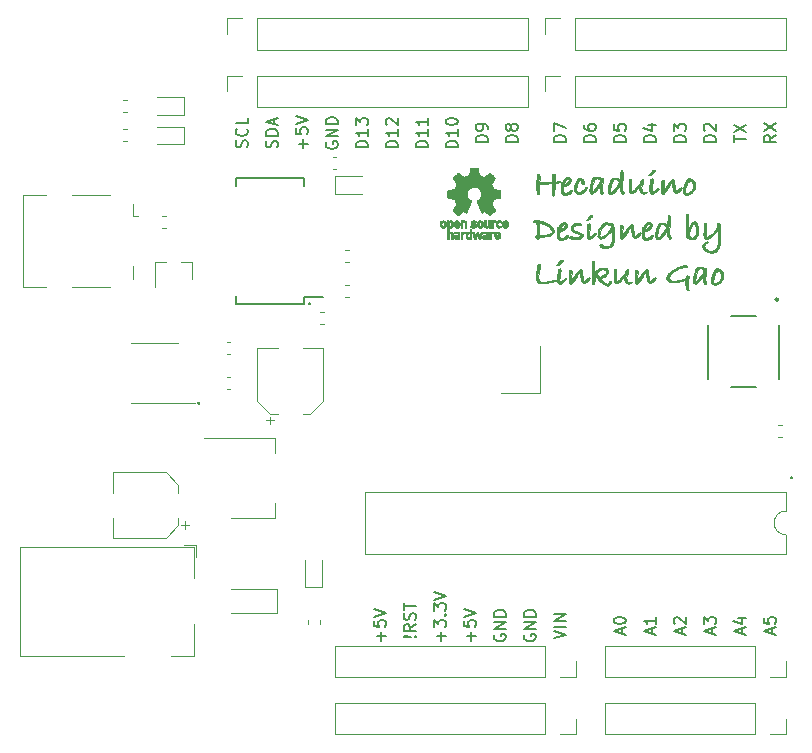
<source format=gbr>
G04 #@! TF.GenerationSoftware,KiCad,Pcbnew,(5.1.5)-3*
G04 #@! TF.CreationDate,2020-05-21T02:42:03+09:00*
G04 #@! TF.ProjectId,custom_arduino,63757374-6f6d-45f6-9172-6475696e6f2e,rev?*
G04 #@! TF.SameCoordinates,Original*
G04 #@! TF.FileFunction,Legend,Top*
G04 #@! TF.FilePolarity,Positive*
%FSLAX46Y46*%
G04 Gerber Fmt 4.6, Leading zero omitted, Abs format (unit mm)*
G04 Created by KiCad (PCBNEW (5.1.5)-3) date 2020-05-21 02:42:03*
%MOMM*%
%LPD*%
G04 APERTURE LIST*
%ADD10C,0.150000*%
%ADD11C,0.010000*%
%ADD12C,0.120000*%
%ADD13C,0.200000*%
%ADD14C,0.254000*%
G04 APERTURE END LIST*
D10*
X100904761Y-66014285D02*
X100952380Y-65871428D01*
X100952380Y-65633333D01*
X100904761Y-65538095D01*
X100857142Y-65490476D01*
X100761904Y-65442857D01*
X100666666Y-65442857D01*
X100571428Y-65490476D01*
X100523809Y-65538095D01*
X100476190Y-65633333D01*
X100428571Y-65823809D01*
X100380952Y-65919047D01*
X100333333Y-65966666D01*
X100238095Y-66014285D01*
X100142857Y-66014285D01*
X100047619Y-65966666D01*
X100000000Y-65919047D01*
X99952380Y-65823809D01*
X99952380Y-65585714D01*
X100000000Y-65442857D01*
X100952380Y-65014285D02*
X99952380Y-65014285D01*
X99952380Y-64776190D01*
X100000000Y-64633333D01*
X100095238Y-64538095D01*
X100190476Y-64490476D01*
X100380952Y-64442857D01*
X100523809Y-64442857D01*
X100714285Y-64490476D01*
X100809523Y-64538095D01*
X100904761Y-64633333D01*
X100952380Y-64776190D01*
X100952380Y-65014285D01*
X100666666Y-64061904D02*
X100666666Y-63585714D01*
X100952380Y-64157142D02*
X99952380Y-63823809D01*
X100952380Y-63490476D01*
X98364761Y-65990476D02*
X98412380Y-65847619D01*
X98412380Y-65609523D01*
X98364761Y-65514285D01*
X98317142Y-65466666D01*
X98221904Y-65419047D01*
X98126666Y-65419047D01*
X98031428Y-65466666D01*
X97983809Y-65514285D01*
X97936190Y-65609523D01*
X97888571Y-65800000D01*
X97840952Y-65895238D01*
X97793333Y-65942857D01*
X97698095Y-65990476D01*
X97602857Y-65990476D01*
X97507619Y-65942857D01*
X97460000Y-65895238D01*
X97412380Y-65800000D01*
X97412380Y-65561904D01*
X97460000Y-65419047D01*
X98317142Y-64419047D02*
X98364761Y-64466666D01*
X98412380Y-64609523D01*
X98412380Y-64704761D01*
X98364761Y-64847619D01*
X98269523Y-64942857D01*
X98174285Y-64990476D01*
X97983809Y-65038095D01*
X97840952Y-65038095D01*
X97650476Y-64990476D01*
X97555238Y-64942857D01*
X97460000Y-64847619D01*
X97412380Y-64704761D01*
X97412380Y-64609523D01*
X97460000Y-64466666D01*
X97507619Y-64419047D01*
X98412380Y-63514285D02*
X98412380Y-63990476D01*
X97412380Y-63990476D01*
X103111428Y-66085714D02*
X103111428Y-65323809D01*
X103492380Y-65704761D02*
X102730476Y-65704761D01*
X102492380Y-64371428D02*
X102492380Y-64847619D01*
X102968571Y-64895238D01*
X102920952Y-64847619D01*
X102873333Y-64752380D01*
X102873333Y-64514285D01*
X102920952Y-64419047D01*
X102968571Y-64371428D01*
X103063809Y-64323809D01*
X103301904Y-64323809D01*
X103397142Y-64371428D01*
X103444761Y-64419047D01*
X103492380Y-64514285D01*
X103492380Y-64752380D01*
X103444761Y-64847619D01*
X103397142Y-64895238D01*
X102492380Y-64038095D02*
X103492380Y-63704761D01*
X102492380Y-63371428D01*
X105080000Y-65561904D02*
X105032380Y-65657142D01*
X105032380Y-65800000D01*
X105080000Y-65942857D01*
X105175238Y-66038095D01*
X105270476Y-66085714D01*
X105460952Y-66133333D01*
X105603809Y-66133333D01*
X105794285Y-66085714D01*
X105889523Y-66038095D01*
X105984761Y-65942857D01*
X106032380Y-65800000D01*
X106032380Y-65704761D01*
X105984761Y-65561904D01*
X105937142Y-65514285D01*
X105603809Y-65514285D01*
X105603809Y-65704761D01*
X106032380Y-65085714D02*
X105032380Y-65085714D01*
X106032380Y-64514285D01*
X105032380Y-64514285D01*
X106032380Y-64038095D02*
X105032380Y-64038095D01*
X105032380Y-63800000D01*
X105080000Y-63657142D01*
X105175238Y-63561904D01*
X105270476Y-63514285D01*
X105460952Y-63466666D01*
X105603809Y-63466666D01*
X105794285Y-63514285D01*
X105889523Y-63561904D01*
X105984761Y-63657142D01*
X106032380Y-63800000D01*
X106032380Y-64038095D01*
X108572380Y-66014285D02*
X107572380Y-66014285D01*
X107572380Y-65776190D01*
X107620000Y-65633333D01*
X107715238Y-65538095D01*
X107810476Y-65490476D01*
X108000952Y-65442857D01*
X108143809Y-65442857D01*
X108334285Y-65490476D01*
X108429523Y-65538095D01*
X108524761Y-65633333D01*
X108572380Y-65776190D01*
X108572380Y-66014285D01*
X108572380Y-64490476D02*
X108572380Y-65061904D01*
X108572380Y-64776190D02*
X107572380Y-64776190D01*
X107715238Y-64871428D01*
X107810476Y-64966666D01*
X107858095Y-65061904D01*
X107572380Y-64157142D02*
X107572380Y-63538095D01*
X107953333Y-63871428D01*
X107953333Y-63728571D01*
X108000952Y-63633333D01*
X108048571Y-63585714D01*
X108143809Y-63538095D01*
X108381904Y-63538095D01*
X108477142Y-63585714D01*
X108524761Y-63633333D01*
X108572380Y-63728571D01*
X108572380Y-64014285D01*
X108524761Y-64109523D01*
X108477142Y-64157142D01*
X111112380Y-66014285D02*
X110112380Y-66014285D01*
X110112380Y-65776190D01*
X110160000Y-65633333D01*
X110255238Y-65538095D01*
X110350476Y-65490476D01*
X110540952Y-65442857D01*
X110683809Y-65442857D01*
X110874285Y-65490476D01*
X110969523Y-65538095D01*
X111064761Y-65633333D01*
X111112380Y-65776190D01*
X111112380Y-66014285D01*
X111112380Y-64490476D02*
X111112380Y-65061904D01*
X111112380Y-64776190D02*
X110112380Y-64776190D01*
X110255238Y-64871428D01*
X110350476Y-64966666D01*
X110398095Y-65061904D01*
X110207619Y-64109523D02*
X110160000Y-64061904D01*
X110112380Y-63966666D01*
X110112380Y-63728571D01*
X110160000Y-63633333D01*
X110207619Y-63585714D01*
X110302857Y-63538095D01*
X110398095Y-63538095D01*
X110540952Y-63585714D01*
X111112380Y-64157142D01*
X111112380Y-63538095D01*
X113652380Y-66014285D02*
X112652380Y-66014285D01*
X112652380Y-65776190D01*
X112700000Y-65633333D01*
X112795238Y-65538095D01*
X112890476Y-65490476D01*
X113080952Y-65442857D01*
X113223809Y-65442857D01*
X113414285Y-65490476D01*
X113509523Y-65538095D01*
X113604761Y-65633333D01*
X113652380Y-65776190D01*
X113652380Y-66014285D01*
X113652380Y-64490476D02*
X113652380Y-65061904D01*
X113652380Y-64776190D02*
X112652380Y-64776190D01*
X112795238Y-64871428D01*
X112890476Y-64966666D01*
X112938095Y-65061904D01*
X113652380Y-63538095D02*
X113652380Y-64109523D01*
X113652380Y-63823809D02*
X112652380Y-63823809D01*
X112795238Y-63919047D01*
X112890476Y-64014285D01*
X112938095Y-64109523D01*
X116192380Y-66014285D02*
X115192380Y-66014285D01*
X115192380Y-65776190D01*
X115240000Y-65633333D01*
X115335238Y-65538095D01*
X115430476Y-65490476D01*
X115620952Y-65442857D01*
X115763809Y-65442857D01*
X115954285Y-65490476D01*
X116049523Y-65538095D01*
X116144761Y-65633333D01*
X116192380Y-65776190D01*
X116192380Y-66014285D01*
X116192380Y-64490476D02*
X116192380Y-65061904D01*
X116192380Y-64776190D02*
X115192380Y-64776190D01*
X115335238Y-64871428D01*
X115430476Y-64966666D01*
X115478095Y-65061904D01*
X115192380Y-63871428D02*
X115192380Y-63776190D01*
X115240000Y-63680952D01*
X115287619Y-63633333D01*
X115382857Y-63585714D01*
X115573333Y-63538095D01*
X115811428Y-63538095D01*
X116001904Y-63585714D01*
X116097142Y-63633333D01*
X116144761Y-63680952D01*
X116192380Y-63776190D01*
X116192380Y-63871428D01*
X116144761Y-63966666D01*
X116097142Y-64014285D01*
X116001904Y-64061904D01*
X115811428Y-64109523D01*
X115573333Y-64109523D01*
X115382857Y-64061904D01*
X115287619Y-64014285D01*
X115240000Y-63966666D01*
X115192380Y-63871428D01*
X118732380Y-65538095D02*
X117732380Y-65538095D01*
X117732380Y-65300000D01*
X117780000Y-65157142D01*
X117875238Y-65061904D01*
X117970476Y-65014285D01*
X118160952Y-64966666D01*
X118303809Y-64966666D01*
X118494285Y-65014285D01*
X118589523Y-65061904D01*
X118684761Y-65157142D01*
X118732380Y-65300000D01*
X118732380Y-65538095D01*
X118732380Y-64490476D02*
X118732380Y-64300000D01*
X118684761Y-64204761D01*
X118637142Y-64157142D01*
X118494285Y-64061904D01*
X118303809Y-64014285D01*
X117922857Y-64014285D01*
X117827619Y-64061904D01*
X117780000Y-64109523D01*
X117732380Y-64204761D01*
X117732380Y-64395238D01*
X117780000Y-64490476D01*
X117827619Y-64538095D01*
X117922857Y-64585714D01*
X118160952Y-64585714D01*
X118256190Y-64538095D01*
X118303809Y-64490476D01*
X118351428Y-64395238D01*
X118351428Y-64204761D01*
X118303809Y-64109523D01*
X118256190Y-64061904D01*
X118160952Y-64014285D01*
X121272380Y-65538095D02*
X120272380Y-65538095D01*
X120272380Y-65300000D01*
X120320000Y-65157142D01*
X120415238Y-65061904D01*
X120510476Y-65014285D01*
X120700952Y-64966666D01*
X120843809Y-64966666D01*
X121034285Y-65014285D01*
X121129523Y-65061904D01*
X121224761Y-65157142D01*
X121272380Y-65300000D01*
X121272380Y-65538095D01*
X120700952Y-64395238D02*
X120653333Y-64490476D01*
X120605714Y-64538095D01*
X120510476Y-64585714D01*
X120462857Y-64585714D01*
X120367619Y-64538095D01*
X120320000Y-64490476D01*
X120272380Y-64395238D01*
X120272380Y-64204761D01*
X120320000Y-64109523D01*
X120367619Y-64061904D01*
X120462857Y-64014285D01*
X120510476Y-64014285D01*
X120605714Y-64061904D01*
X120653333Y-64109523D01*
X120700952Y-64204761D01*
X120700952Y-64395238D01*
X120748571Y-64490476D01*
X120796190Y-64538095D01*
X120891428Y-64585714D01*
X121081904Y-64585714D01*
X121177142Y-64538095D01*
X121224761Y-64490476D01*
X121272380Y-64395238D01*
X121272380Y-64204761D01*
X121224761Y-64109523D01*
X121177142Y-64061904D01*
X121081904Y-64014285D01*
X120891428Y-64014285D01*
X120796190Y-64061904D01*
X120748571Y-64109523D01*
X120700952Y-64204761D01*
X125332380Y-65538095D02*
X124332380Y-65538095D01*
X124332380Y-65300000D01*
X124380000Y-65157142D01*
X124475238Y-65061904D01*
X124570476Y-65014285D01*
X124760952Y-64966666D01*
X124903809Y-64966666D01*
X125094285Y-65014285D01*
X125189523Y-65061904D01*
X125284761Y-65157142D01*
X125332380Y-65300000D01*
X125332380Y-65538095D01*
X124332380Y-64633333D02*
X124332380Y-63966666D01*
X125332380Y-64395238D01*
X127872380Y-65538095D02*
X126872380Y-65538095D01*
X126872380Y-65300000D01*
X126920000Y-65157142D01*
X127015238Y-65061904D01*
X127110476Y-65014285D01*
X127300952Y-64966666D01*
X127443809Y-64966666D01*
X127634285Y-65014285D01*
X127729523Y-65061904D01*
X127824761Y-65157142D01*
X127872380Y-65300000D01*
X127872380Y-65538095D01*
X126872380Y-64109523D02*
X126872380Y-64300000D01*
X126920000Y-64395238D01*
X126967619Y-64442857D01*
X127110476Y-64538095D01*
X127300952Y-64585714D01*
X127681904Y-64585714D01*
X127777142Y-64538095D01*
X127824761Y-64490476D01*
X127872380Y-64395238D01*
X127872380Y-64204761D01*
X127824761Y-64109523D01*
X127777142Y-64061904D01*
X127681904Y-64014285D01*
X127443809Y-64014285D01*
X127348571Y-64061904D01*
X127300952Y-64109523D01*
X127253333Y-64204761D01*
X127253333Y-64395238D01*
X127300952Y-64490476D01*
X127348571Y-64538095D01*
X127443809Y-64585714D01*
X130412380Y-65538095D02*
X129412380Y-65538095D01*
X129412380Y-65300000D01*
X129460000Y-65157142D01*
X129555238Y-65061904D01*
X129650476Y-65014285D01*
X129840952Y-64966666D01*
X129983809Y-64966666D01*
X130174285Y-65014285D01*
X130269523Y-65061904D01*
X130364761Y-65157142D01*
X130412380Y-65300000D01*
X130412380Y-65538095D01*
X129412380Y-64061904D02*
X129412380Y-64538095D01*
X129888571Y-64585714D01*
X129840952Y-64538095D01*
X129793333Y-64442857D01*
X129793333Y-64204761D01*
X129840952Y-64109523D01*
X129888571Y-64061904D01*
X129983809Y-64014285D01*
X130221904Y-64014285D01*
X130317142Y-64061904D01*
X130364761Y-64109523D01*
X130412380Y-64204761D01*
X130412380Y-64442857D01*
X130364761Y-64538095D01*
X130317142Y-64585714D01*
X132952380Y-65538095D02*
X131952380Y-65538095D01*
X131952380Y-65300000D01*
X132000000Y-65157142D01*
X132095238Y-65061904D01*
X132190476Y-65014285D01*
X132380952Y-64966666D01*
X132523809Y-64966666D01*
X132714285Y-65014285D01*
X132809523Y-65061904D01*
X132904761Y-65157142D01*
X132952380Y-65300000D01*
X132952380Y-65538095D01*
X132285714Y-64109523D02*
X132952380Y-64109523D01*
X131904761Y-64347619D02*
X132619047Y-64585714D01*
X132619047Y-63966666D01*
X135492380Y-65538095D02*
X134492380Y-65538095D01*
X134492380Y-65300000D01*
X134540000Y-65157142D01*
X134635238Y-65061904D01*
X134730476Y-65014285D01*
X134920952Y-64966666D01*
X135063809Y-64966666D01*
X135254285Y-65014285D01*
X135349523Y-65061904D01*
X135444761Y-65157142D01*
X135492380Y-65300000D01*
X135492380Y-65538095D01*
X134492380Y-64633333D02*
X134492380Y-64014285D01*
X134873333Y-64347619D01*
X134873333Y-64204761D01*
X134920952Y-64109523D01*
X134968571Y-64061904D01*
X135063809Y-64014285D01*
X135301904Y-64014285D01*
X135397142Y-64061904D01*
X135444761Y-64109523D01*
X135492380Y-64204761D01*
X135492380Y-64490476D01*
X135444761Y-64585714D01*
X135397142Y-64633333D01*
X138032380Y-65538095D02*
X137032380Y-65538095D01*
X137032380Y-65300000D01*
X137080000Y-65157142D01*
X137175238Y-65061904D01*
X137270476Y-65014285D01*
X137460952Y-64966666D01*
X137603809Y-64966666D01*
X137794285Y-65014285D01*
X137889523Y-65061904D01*
X137984761Y-65157142D01*
X138032380Y-65300000D01*
X138032380Y-65538095D01*
X137127619Y-64585714D02*
X137080000Y-64538095D01*
X137032380Y-64442857D01*
X137032380Y-64204761D01*
X137080000Y-64109523D01*
X137127619Y-64061904D01*
X137222857Y-64014285D01*
X137318095Y-64014285D01*
X137460952Y-64061904D01*
X138032380Y-64633333D01*
X138032380Y-64014285D01*
X139572380Y-65561904D02*
X139572380Y-64990476D01*
X140572380Y-65276190D02*
X139572380Y-65276190D01*
X139572380Y-64752380D02*
X140572380Y-64085714D01*
X139572380Y-64085714D02*
X140572380Y-64752380D01*
X143112380Y-64966666D02*
X142636190Y-65300000D01*
X143112380Y-65538095D02*
X142112380Y-65538095D01*
X142112380Y-65157142D01*
X142160000Y-65061904D01*
X142207619Y-65014285D01*
X142302857Y-64966666D01*
X142445714Y-64966666D01*
X142540952Y-65014285D01*
X142588571Y-65061904D01*
X142636190Y-65157142D01*
X142636190Y-65538095D01*
X142112380Y-64633333D02*
X143112380Y-63966666D01*
X142112380Y-63966666D02*
X143112380Y-64633333D01*
X109711428Y-107785714D02*
X109711428Y-107023809D01*
X110092380Y-107404761D02*
X109330476Y-107404761D01*
X109092380Y-106071428D02*
X109092380Y-106547619D01*
X109568571Y-106595238D01*
X109520952Y-106547619D01*
X109473333Y-106452380D01*
X109473333Y-106214285D01*
X109520952Y-106119047D01*
X109568571Y-106071428D01*
X109663809Y-106023809D01*
X109901904Y-106023809D01*
X109997142Y-106071428D01*
X110044761Y-106119047D01*
X110092380Y-106214285D01*
X110092380Y-106452380D01*
X110044761Y-106547619D01*
X109997142Y-106595238D01*
X109092380Y-105738095D02*
X110092380Y-105404761D01*
X109092380Y-105071428D01*
X112537142Y-107457142D02*
X112584761Y-107409523D01*
X112632380Y-107457142D01*
X112584761Y-107504761D01*
X112537142Y-107457142D01*
X112632380Y-107457142D01*
X112251428Y-107457142D02*
X111680000Y-107504761D01*
X111632380Y-107457142D01*
X111680000Y-107409523D01*
X112251428Y-107457142D01*
X111632380Y-107457142D01*
X112632380Y-106409523D02*
X112156190Y-106742857D01*
X112632380Y-106980952D02*
X111632380Y-106980952D01*
X111632380Y-106600000D01*
X111680000Y-106504761D01*
X111727619Y-106457142D01*
X111822857Y-106409523D01*
X111965714Y-106409523D01*
X112060952Y-106457142D01*
X112108571Y-106504761D01*
X112156190Y-106600000D01*
X112156190Y-106980952D01*
X112584761Y-106028571D02*
X112632380Y-105885714D01*
X112632380Y-105647619D01*
X112584761Y-105552380D01*
X112537142Y-105504761D01*
X112441904Y-105457142D01*
X112346666Y-105457142D01*
X112251428Y-105504761D01*
X112203809Y-105552380D01*
X112156190Y-105647619D01*
X112108571Y-105838095D01*
X112060952Y-105933333D01*
X112013333Y-105980952D01*
X111918095Y-106028571D01*
X111822857Y-106028571D01*
X111727619Y-105980952D01*
X111680000Y-105933333D01*
X111632380Y-105838095D01*
X111632380Y-105600000D01*
X111680000Y-105457142D01*
X111632380Y-105171428D02*
X111632380Y-104600000D01*
X112632380Y-104885714D02*
X111632380Y-104885714D01*
X114791428Y-107800000D02*
X114791428Y-107038095D01*
X115172380Y-107419047D02*
X114410476Y-107419047D01*
X114172380Y-106657142D02*
X114172380Y-106038095D01*
X114553333Y-106371428D01*
X114553333Y-106228571D01*
X114600952Y-106133333D01*
X114648571Y-106085714D01*
X114743809Y-106038095D01*
X114981904Y-106038095D01*
X115077142Y-106085714D01*
X115124761Y-106133333D01*
X115172380Y-106228571D01*
X115172380Y-106514285D01*
X115124761Y-106609523D01*
X115077142Y-106657142D01*
X115077142Y-105609523D02*
X115124761Y-105561904D01*
X115172380Y-105609523D01*
X115124761Y-105657142D01*
X115077142Y-105609523D01*
X115172380Y-105609523D01*
X114172380Y-105228571D02*
X114172380Y-104609523D01*
X114553333Y-104942857D01*
X114553333Y-104800000D01*
X114600952Y-104704761D01*
X114648571Y-104657142D01*
X114743809Y-104609523D01*
X114981904Y-104609523D01*
X115077142Y-104657142D01*
X115124761Y-104704761D01*
X115172380Y-104800000D01*
X115172380Y-105085714D01*
X115124761Y-105180952D01*
X115077142Y-105228571D01*
X114172380Y-104323809D02*
X115172380Y-103990476D01*
X114172380Y-103657142D01*
X117331428Y-107785714D02*
X117331428Y-107023809D01*
X117712380Y-107404761D02*
X116950476Y-107404761D01*
X116712380Y-106071428D02*
X116712380Y-106547619D01*
X117188571Y-106595238D01*
X117140952Y-106547619D01*
X117093333Y-106452380D01*
X117093333Y-106214285D01*
X117140952Y-106119047D01*
X117188571Y-106071428D01*
X117283809Y-106023809D01*
X117521904Y-106023809D01*
X117617142Y-106071428D01*
X117664761Y-106119047D01*
X117712380Y-106214285D01*
X117712380Y-106452380D01*
X117664761Y-106547619D01*
X117617142Y-106595238D01*
X116712380Y-105738095D02*
X117712380Y-105404761D01*
X116712380Y-105071428D01*
X119300000Y-107261904D02*
X119252380Y-107357142D01*
X119252380Y-107500000D01*
X119300000Y-107642857D01*
X119395238Y-107738095D01*
X119490476Y-107785714D01*
X119680952Y-107833333D01*
X119823809Y-107833333D01*
X120014285Y-107785714D01*
X120109523Y-107738095D01*
X120204761Y-107642857D01*
X120252380Y-107500000D01*
X120252380Y-107404761D01*
X120204761Y-107261904D01*
X120157142Y-107214285D01*
X119823809Y-107214285D01*
X119823809Y-107404761D01*
X120252380Y-106785714D02*
X119252380Y-106785714D01*
X120252380Y-106214285D01*
X119252380Y-106214285D01*
X120252380Y-105738095D02*
X119252380Y-105738095D01*
X119252380Y-105500000D01*
X119300000Y-105357142D01*
X119395238Y-105261904D01*
X119490476Y-105214285D01*
X119680952Y-105166666D01*
X119823809Y-105166666D01*
X120014285Y-105214285D01*
X120109523Y-105261904D01*
X120204761Y-105357142D01*
X120252380Y-105500000D01*
X120252380Y-105738095D01*
X121840000Y-107261904D02*
X121792380Y-107357142D01*
X121792380Y-107500000D01*
X121840000Y-107642857D01*
X121935238Y-107738095D01*
X122030476Y-107785714D01*
X122220952Y-107833333D01*
X122363809Y-107833333D01*
X122554285Y-107785714D01*
X122649523Y-107738095D01*
X122744761Y-107642857D01*
X122792380Y-107500000D01*
X122792380Y-107404761D01*
X122744761Y-107261904D01*
X122697142Y-107214285D01*
X122363809Y-107214285D01*
X122363809Y-107404761D01*
X122792380Y-106785714D02*
X121792380Y-106785714D01*
X122792380Y-106214285D01*
X121792380Y-106214285D01*
X122792380Y-105738095D02*
X121792380Y-105738095D01*
X121792380Y-105500000D01*
X121840000Y-105357142D01*
X121935238Y-105261904D01*
X122030476Y-105214285D01*
X122220952Y-105166666D01*
X122363809Y-105166666D01*
X122554285Y-105214285D01*
X122649523Y-105261904D01*
X122744761Y-105357142D01*
X122792380Y-105500000D01*
X122792380Y-105738095D01*
X124332380Y-107595238D02*
X125332380Y-107261904D01*
X124332380Y-106928571D01*
X125332380Y-106595238D02*
X124332380Y-106595238D01*
X125332380Y-106119047D02*
X124332380Y-106119047D01*
X125332380Y-105547619D01*
X124332380Y-105547619D01*
X144420000Y-93937142D02*
X144467619Y-93984761D01*
X144420000Y-94032380D01*
X144372380Y-93984761D01*
X144420000Y-93937142D01*
X144420000Y-94032380D01*
X103640000Y-79207142D02*
X103687619Y-79254761D01*
X103640000Y-79302380D01*
X103592380Y-79254761D01*
X103640000Y-79207142D01*
X103640000Y-79302380D01*
X94280000Y-87607142D02*
X94327619Y-87654761D01*
X94280000Y-87702380D01*
X94232380Y-87654761D01*
X94280000Y-87607142D01*
X94280000Y-87702380D01*
X130126666Y-107214285D02*
X130126666Y-106738095D01*
X130412380Y-107309523D02*
X129412380Y-106976190D01*
X130412380Y-106642857D01*
X129412380Y-106119047D02*
X129412380Y-106023809D01*
X129460000Y-105928571D01*
X129507619Y-105880952D01*
X129602857Y-105833333D01*
X129793333Y-105785714D01*
X130031428Y-105785714D01*
X130221904Y-105833333D01*
X130317142Y-105880952D01*
X130364761Y-105928571D01*
X130412380Y-106023809D01*
X130412380Y-106119047D01*
X130364761Y-106214285D01*
X130317142Y-106261904D01*
X130221904Y-106309523D01*
X130031428Y-106357142D01*
X129793333Y-106357142D01*
X129602857Y-106309523D01*
X129507619Y-106261904D01*
X129460000Y-106214285D01*
X129412380Y-106119047D01*
X132666666Y-107214285D02*
X132666666Y-106738095D01*
X132952380Y-107309523D02*
X131952380Y-106976190D01*
X132952380Y-106642857D01*
X132952380Y-105785714D02*
X132952380Y-106357142D01*
X132952380Y-106071428D02*
X131952380Y-106071428D01*
X132095238Y-106166666D01*
X132190476Y-106261904D01*
X132238095Y-106357142D01*
X135206666Y-107214285D02*
X135206666Y-106738095D01*
X135492380Y-107309523D02*
X134492380Y-106976190D01*
X135492380Y-106642857D01*
X134587619Y-106357142D02*
X134540000Y-106309523D01*
X134492380Y-106214285D01*
X134492380Y-105976190D01*
X134540000Y-105880952D01*
X134587619Y-105833333D01*
X134682857Y-105785714D01*
X134778095Y-105785714D01*
X134920952Y-105833333D01*
X135492380Y-106404761D01*
X135492380Y-105785714D01*
X137746666Y-107214285D02*
X137746666Y-106738095D01*
X138032380Y-107309523D02*
X137032380Y-106976190D01*
X138032380Y-106642857D01*
X137032380Y-106404761D02*
X137032380Y-105785714D01*
X137413333Y-106119047D01*
X137413333Y-105976190D01*
X137460952Y-105880952D01*
X137508571Y-105833333D01*
X137603809Y-105785714D01*
X137841904Y-105785714D01*
X137937142Y-105833333D01*
X137984761Y-105880952D01*
X138032380Y-105976190D01*
X138032380Y-106261904D01*
X137984761Y-106357142D01*
X137937142Y-106404761D01*
X140286666Y-107214285D02*
X140286666Y-106738095D01*
X140572380Y-107309523D02*
X139572380Y-106976190D01*
X140572380Y-106642857D01*
X139905714Y-105880952D02*
X140572380Y-105880952D01*
X139524761Y-106119047D02*
X140239047Y-106357142D01*
X140239047Y-105738095D01*
X142826666Y-107214285D02*
X142826666Y-106738095D01*
X143112380Y-107309523D02*
X142112380Y-106976190D01*
X143112380Y-106642857D01*
X142112380Y-105833333D02*
X142112380Y-106309523D01*
X142588571Y-106357142D01*
X142540952Y-106309523D01*
X142493333Y-106214285D01*
X142493333Y-105976190D01*
X142540952Y-105880952D01*
X142588571Y-105833333D01*
X142683809Y-105785714D01*
X142921904Y-105785714D01*
X143017142Y-105833333D01*
X143064761Y-105880952D01*
X143112380Y-105976190D01*
X143112380Y-106214285D01*
X143064761Y-106309523D01*
X143017142Y-106357142D01*
D11*
G36*
X117936964Y-68030018D02*
G01*
X117993812Y-68331570D01*
X118413338Y-68504512D01*
X118664984Y-68333395D01*
X118735458Y-68285750D01*
X118799163Y-68243210D01*
X118853126Y-68207715D01*
X118894373Y-68181210D01*
X118919934Y-68165636D01*
X118926895Y-68162278D01*
X118939435Y-68170914D01*
X118966231Y-68194792D01*
X119004280Y-68230859D01*
X119050579Y-68276067D01*
X119102123Y-68327364D01*
X119155909Y-68381701D01*
X119208935Y-68436028D01*
X119258195Y-68487295D01*
X119300687Y-68532451D01*
X119333407Y-68568446D01*
X119353351Y-68592230D01*
X119358119Y-68600190D01*
X119351257Y-68614865D01*
X119332020Y-68647014D01*
X119302430Y-68693492D01*
X119264510Y-68751156D01*
X119220282Y-68816860D01*
X119194654Y-68854336D01*
X119147941Y-68922768D01*
X119106432Y-68984520D01*
X119072140Y-69036519D01*
X119047080Y-69075692D01*
X119033264Y-69098965D01*
X119031188Y-69103855D01*
X119035895Y-69117755D01*
X119048723Y-69150150D01*
X119067738Y-69196485D01*
X119091003Y-69252206D01*
X119116584Y-69312758D01*
X119142545Y-69373586D01*
X119166950Y-69430136D01*
X119187863Y-69477852D01*
X119203349Y-69512181D01*
X119211472Y-69528568D01*
X119211952Y-69529212D01*
X119224707Y-69532341D01*
X119258677Y-69539321D01*
X119310340Y-69549467D01*
X119376176Y-69562092D01*
X119452664Y-69576509D01*
X119497290Y-69584823D01*
X119579021Y-69600384D01*
X119652843Y-69615192D01*
X119715021Y-69628436D01*
X119761822Y-69639305D01*
X119789509Y-69646989D01*
X119795074Y-69649427D01*
X119800526Y-69665930D01*
X119804924Y-69703200D01*
X119808272Y-69756880D01*
X119810574Y-69822612D01*
X119811832Y-69896037D01*
X119812048Y-69972796D01*
X119811227Y-70048532D01*
X119809371Y-70118886D01*
X119806482Y-70179500D01*
X119802565Y-70226016D01*
X119797622Y-70254075D01*
X119794657Y-70259916D01*
X119776934Y-70266917D01*
X119739381Y-70276927D01*
X119686964Y-70288769D01*
X119624652Y-70301267D01*
X119602900Y-70305310D01*
X119498024Y-70324520D01*
X119415180Y-70339991D01*
X119351630Y-70352337D01*
X119304637Y-70362173D01*
X119271463Y-70370114D01*
X119249371Y-70376776D01*
X119235624Y-70382773D01*
X119227484Y-70388719D01*
X119226345Y-70389894D01*
X119214977Y-70408826D01*
X119197635Y-70445669D01*
X119176050Y-70495913D01*
X119151954Y-70555046D01*
X119127079Y-70618556D01*
X119103157Y-70681932D01*
X119081919Y-70740662D01*
X119065097Y-70790235D01*
X119054422Y-70826139D01*
X119051627Y-70843862D01*
X119051860Y-70844483D01*
X119061331Y-70858970D01*
X119082818Y-70890844D01*
X119114063Y-70936789D01*
X119152807Y-70993485D01*
X119196793Y-71057617D01*
X119209319Y-71075842D01*
X119253984Y-71141914D01*
X119293288Y-71202200D01*
X119325088Y-71253235D01*
X119347245Y-71291560D01*
X119357617Y-71313711D01*
X119358119Y-71316432D01*
X119349405Y-71330736D01*
X119325325Y-71359072D01*
X119288976Y-71398396D01*
X119243453Y-71445661D01*
X119191852Y-71497823D01*
X119137267Y-71551835D01*
X119082794Y-71604653D01*
X119031529Y-71653231D01*
X118986567Y-71694523D01*
X118951004Y-71725485D01*
X118927935Y-71743070D01*
X118921554Y-71745941D01*
X118906699Y-71739178D01*
X118876286Y-71720939D01*
X118835268Y-71694297D01*
X118803709Y-71672852D01*
X118746525Y-71633503D01*
X118678806Y-71587171D01*
X118610880Y-71540913D01*
X118574361Y-71516155D01*
X118450752Y-71432547D01*
X118346991Y-71488650D01*
X118299720Y-71513228D01*
X118259523Y-71532331D01*
X118232326Y-71543227D01*
X118225402Y-71544743D01*
X118217077Y-71533549D01*
X118200654Y-71501917D01*
X118177357Y-71452765D01*
X118148414Y-71389010D01*
X118115050Y-71313571D01*
X118078491Y-71229364D01*
X118039964Y-71139308D01*
X118000694Y-71046321D01*
X117961908Y-70953320D01*
X117924830Y-70863223D01*
X117890689Y-70778948D01*
X117860708Y-70703413D01*
X117836116Y-70639534D01*
X117818136Y-70590231D01*
X117807997Y-70558421D01*
X117806366Y-70547496D01*
X117819291Y-70533561D01*
X117847589Y-70510940D01*
X117885346Y-70484333D01*
X117888515Y-70482228D01*
X117986100Y-70404114D01*
X118064786Y-70312982D01*
X118123891Y-70211745D01*
X118162732Y-70103318D01*
X118180628Y-69990614D01*
X118176897Y-69876548D01*
X118150857Y-69764034D01*
X118101825Y-69655985D01*
X118087400Y-69632345D01*
X118012369Y-69536887D01*
X117923730Y-69460232D01*
X117824549Y-69402780D01*
X117717895Y-69364929D01*
X117606836Y-69347078D01*
X117494439Y-69349625D01*
X117383773Y-69372970D01*
X117277906Y-69417510D01*
X117179905Y-69483645D01*
X117149590Y-69510487D01*
X117072438Y-69594512D01*
X117016218Y-69682966D01*
X116977653Y-69782115D01*
X116956174Y-69880303D01*
X116950872Y-69990697D01*
X116968552Y-70101640D01*
X117007419Y-70209381D01*
X117065677Y-70310169D01*
X117141531Y-70400256D01*
X117233183Y-70475892D01*
X117245228Y-70483864D01*
X117283389Y-70509974D01*
X117312399Y-70532595D01*
X117326268Y-70547039D01*
X117326469Y-70547496D01*
X117323492Y-70563121D01*
X117311689Y-70598582D01*
X117292286Y-70650962D01*
X117266512Y-70717345D01*
X117235591Y-70794814D01*
X117200751Y-70880450D01*
X117163217Y-70971337D01*
X117124217Y-71064559D01*
X117084977Y-71157197D01*
X117046724Y-71246335D01*
X117010683Y-71329055D01*
X116978083Y-71402441D01*
X116950148Y-71463575D01*
X116928105Y-71509541D01*
X116913182Y-71537421D01*
X116907172Y-71544743D01*
X116888809Y-71539041D01*
X116854448Y-71523749D01*
X116810016Y-71501599D01*
X116785583Y-71488650D01*
X116681822Y-71432547D01*
X116558213Y-71516155D01*
X116495114Y-71558987D01*
X116426030Y-71606122D01*
X116361293Y-71650503D01*
X116328866Y-71672852D01*
X116283259Y-71703477D01*
X116244640Y-71727747D01*
X116218048Y-71742587D01*
X116209410Y-71745724D01*
X116196839Y-71737261D01*
X116169016Y-71713636D01*
X116128639Y-71677302D01*
X116078405Y-71630711D01*
X116021012Y-71576317D01*
X115984714Y-71541392D01*
X115921210Y-71478996D01*
X115866327Y-71423188D01*
X115822286Y-71376354D01*
X115791305Y-71340882D01*
X115775602Y-71319161D01*
X115774095Y-71314752D01*
X115781086Y-71297985D01*
X115800406Y-71264082D01*
X115829909Y-71216476D01*
X115867455Y-71158599D01*
X115910900Y-71093884D01*
X115923255Y-71075842D01*
X115968273Y-71010267D01*
X116008660Y-70951228D01*
X116042160Y-70902042D01*
X116066514Y-70866028D01*
X116079464Y-70846502D01*
X116080715Y-70844483D01*
X116078844Y-70828922D01*
X116068913Y-70794709D01*
X116052653Y-70746355D01*
X116031795Y-70688371D01*
X116008073Y-70625270D01*
X115983216Y-70561563D01*
X115958958Y-70501761D01*
X115937029Y-70450376D01*
X115919162Y-70411919D01*
X115907087Y-70390902D01*
X115906229Y-70389894D01*
X115898846Y-70383888D01*
X115886375Y-70377948D01*
X115866080Y-70371460D01*
X115835222Y-70363809D01*
X115791066Y-70354380D01*
X115730874Y-70342559D01*
X115651907Y-70327729D01*
X115551430Y-70309277D01*
X115529675Y-70305310D01*
X115465198Y-70292853D01*
X115408989Y-70280666D01*
X115366013Y-70269926D01*
X115341240Y-70261809D01*
X115337918Y-70259916D01*
X115332444Y-70243138D01*
X115327994Y-70205645D01*
X115324572Y-70151794D01*
X115322181Y-70085944D01*
X115320823Y-70012453D01*
X115320501Y-69935680D01*
X115321219Y-69859983D01*
X115322979Y-69789720D01*
X115325784Y-69729250D01*
X115329638Y-69682930D01*
X115334543Y-69655119D01*
X115337500Y-69649427D01*
X115353963Y-69643686D01*
X115391449Y-69634345D01*
X115446225Y-69622215D01*
X115514555Y-69608107D01*
X115592706Y-69592830D01*
X115635284Y-69584823D01*
X115716071Y-69569721D01*
X115788113Y-69556040D01*
X115847889Y-69544467D01*
X115891879Y-69535687D01*
X115916561Y-69530387D01*
X115920623Y-69529212D01*
X115927489Y-69515965D01*
X115942002Y-69484057D01*
X115962229Y-69438047D01*
X115986234Y-69382492D01*
X116012082Y-69321953D01*
X116037840Y-69260986D01*
X116061573Y-69204151D01*
X116081346Y-69156006D01*
X116095224Y-69121110D01*
X116101274Y-69104021D01*
X116101386Y-69103274D01*
X116094528Y-69089793D01*
X116075302Y-69058770D01*
X116045728Y-69013289D01*
X116007827Y-68956432D01*
X115963620Y-68891283D01*
X115937921Y-68853862D01*
X115891093Y-68785247D01*
X115849501Y-68722952D01*
X115815175Y-68670129D01*
X115790143Y-68629927D01*
X115776435Y-68605500D01*
X115774456Y-68600024D01*
X115782966Y-68587278D01*
X115806493Y-68560063D01*
X115842032Y-68521428D01*
X115886577Y-68474423D01*
X115937123Y-68422095D01*
X115990664Y-68367495D01*
X116044195Y-68313670D01*
X116094711Y-68263670D01*
X116139206Y-68220543D01*
X116174675Y-68187339D01*
X116198113Y-68167106D01*
X116205954Y-68162278D01*
X116218720Y-68169067D01*
X116249256Y-68188142D01*
X116294590Y-68217561D01*
X116351756Y-68255381D01*
X116417784Y-68299661D01*
X116467590Y-68333395D01*
X116719236Y-68504512D01*
X116928999Y-68418041D01*
X117138763Y-68331570D01*
X117195611Y-68030018D01*
X117252460Y-67728466D01*
X117880115Y-67728466D01*
X117936964Y-68030018D01*
G37*
X117936964Y-68030018D02*
X117993812Y-68331570D01*
X118413338Y-68504512D01*
X118664984Y-68333395D01*
X118735458Y-68285750D01*
X118799163Y-68243210D01*
X118853126Y-68207715D01*
X118894373Y-68181210D01*
X118919934Y-68165636D01*
X118926895Y-68162278D01*
X118939435Y-68170914D01*
X118966231Y-68194792D01*
X119004280Y-68230859D01*
X119050579Y-68276067D01*
X119102123Y-68327364D01*
X119155909Y-68381701D01*
X119208935Y-68436028D01*
X119258195Y-68487295D01*
X119300687Y-68532451D01*
X119333407Y-68568446D01*
X119353351Y-68592230D01*
X119358119Y-68600190D01*
X119351257Y-68614865D01*
X119332020Y-68647014D01*
X119302430Y-68693492D01*
X119264510Y-68751156D01*
X119220282Y-68816860D01*
X119194654Y-68854336D01*
X119147941Y-68922768D01*
X119106432Y-68984520D01*
X119072140Y-69036519D01*
X119047080Y-69075692D01*
X119033264Y-69098965D01*
X119031188Y-69103855D01*
X119035895Y-69117755D01*
X119048723Y-69150150D01*
X119067738Y-69196485D01*
X119091003Y-69252206D01*
X119116584Y-69312758D01*
X119142545Y-69373586D01*
X119166950Y-69430136D01*
X119187863Y-69477852D01*
X119203349Y-69512181D01*
X119211472Y-69528568D01*
X119211952Y-69529212D01*
X119224707Y-69532341D01*
X119258677Y-69539321D01*
X119310340Y-69549467D01*
X119376176Y-69562092D01*
X119452664Y-69576509D01*
X119497290Y-69584823D01*
X119579021Y-69600384D01*
X119652843Y-69615192D01*
X119715021Y-69628436D01*
X119761822Y-69639305D01*
X119789509Y-69646989D01*
X119795074Y-69649427D01*
X119800526Y-69665930D01*
X119804924Y-69703200D01*
X119808272Y-69756880D01*
X119810574Y-69822612D01*
X119811832Y-69896037D01*
X119812048Y-69972796D01*
X119811227Y-70048532D01*
X119809371Y-70118886D01*
X119806482Y-70179500D01*
X119802565Y-70226016D01*
X119797622Y-70254075D01*
X119794657Y-70259916D01*
X119776934Y-70266917D01*
X119739381Y-70276927D01*
X119686964Y-70288769D01*
X119624652Y-70301267D01*
X119602900Y-70305310D01*
X119498024Y-70324520D01*
X119415180Y-70339991D01*
X119351630Y-70352337D01*
X119304637Y-70362173D01*
X119271463Y-70370114D01*
X119249371Y-70376776D01*
X119235624Y-70382773D01*
X119227484Y-70388719D01*
X119226345Y-70389894D01*
X119214977Y-70408826D01*
X119197635Y-70445669D01*
X119176050Y-70495913D01*
X119151954Y-70555046D01*
X119127079Y-70618556D01*
X119103157Y-70681932D01*
X119081919Y-70740662D01*
X119065097Y-70790235D01*
X119054422Y-70826139D01*
X119051627Y-70843862D01*
X119051860Y-70844483D01*
X119061331Y-70858970D01*
X119082818Y-70890844D01*
X119114063Y-70936789D01*
X119152807Y-70993485D01*
X119196793Y-71057617D01*
X119209319Y-71075842D01*
X119253984Y-71141914D01*
X119293288Y-71202200D01*
X119325088Y-71253235D01*
X119347245Y-71291560D01*
X119357617Y-71313711D01*
X119358119Y-71316432D01*
X119349405Y-71330736D01*
X119325325Y-71359072D01*
X119288976Y-71398396D01*
X119243453Y-71445661D01*
X119191852Y-71497823D01*
X119137267Y-71551835D01*
X119082794Y-71604653D01*
X119031529Y-71653231D01*
X118986567Y-71694523D01*
X118951004Y-71725485D01*
X118927935Y-71743070D01*
X118921554Y-71745941D01*
X118906699Y-71739178D01*
X118876286Y-71720939D01*
X118835268Y-71694297D01*
X118803709Y-71672852D01*
X118746525Y-71633503D01*
X118678806Y-71587171D01*
X118610880Y-71540913D01*
X118574361Y-71516155D01*
X118450752Y-71432547D01*
X118346991Y-71488650D01*
X118299720Y-71513228D01*
X118259523Y-71532331D01*
X118232326Y-71543227D01*
X118225402Y-71544743D01*
X118217077Y-71533549D01*
X118200654Y-71501917D01*
X118177357Y-71452765D01*
X118148414Y-71389010D01*
X118115050Y-71313571D01*
X118078491Y-71229364D01*
X118039964Y-71139308D01*
X118000694Y-71046321D01*
X117961908Y-70953320D01*
X117924830Y-70863223D01*
X117890689Y-70778948D01*
X117860708Y-70703413D01*
X117836116Y-70639534D01*
X117818136Y-70590231D01*
X117807997Y-70558421D01*
X117806366Y-70547496D01*
X117819291Y-70533561D01*
X117847589Y-70510940D01*
X117885346Y-70484333D01*
X117888515Y-70482228D01*
X117986100Y-70404114D01*
X118064786Y-70312982D01*
X118123891Y-70211745D01*
X118162732Y-70103318D01*
X118180628Y-69990614D01*
X118176897Y-69876548D01*
X118150857Y-69764034D01*
X118101825Y-69655985D01*
X118087400Y-69632345D01*
X118012369Y-69536887D01*
X117923730Y-69460232D01*
X117824549Y-69402780D01*
X117717895Y-69364929D01*
X117606836Y-69347078D01*
X117494439Y-69349625D01*
X117383773Y-69372970D01*
X117277906Y-69417510D01*
X117179905Y-69483645D01*
X117149590Y-69510487D01*
X117072438Y-69594512D01*
X117016218Y-69682966D01*
X116977653Y-69782115D01*
X116956174Y-69880303D01*
X116950872Y-69990697D01*
X116968552Y-70101640D01*
X117007419Y-70209381D01*
X117065677Y-70310169D01*
X117141531Y-70400256D01*
X117233183Y-70475892D01*
X117245228Y-70483864D01*
X117283389Y-70509974D01*
X117312399Y-70532595D01*
X117326268Y-70547039D01*
X117326469Y-70547496D01*
X117323492Y-70563121D01*
X117311689Y-70598582D01*
X117292286Y-70650962D01*
X117266512Y-70717345D01*
X117235591Y-70794814D01*
X117200751Y-70880450D01*
X117163217Y-70971337D01*
X117124217Y-71064559D01*
X117084977Y-71157197D01*
X117046724Y-71246335D01*
X117010683Y-71329055D01*
X116978083Y-71402441D01*
X116950148Y-71463575D01*
X116928105Y-71509541D01*
X116913182Y-71537421D01*
X116907172Y-71544743D01*
X116888809Y-71539041D01*
X116854448Y-71523749D01*
X116810016Y-71501599D01*
X116785583Y-71488650D01*
X116681822Y-71432547D01*
X116558213Y-71516155D01*
X116495114Y-71558987D01*
X116426030Y-71606122D01*
X116361293Y-71650503D01*
X116328866Y-71672852D01*
X116283259Y-71703477D01*
X116244640Y-71727747D01*
X116218048Y-71742587D01*
X116209410Y-71745724D01*
X116196839Y-71737261D01*
X116169016Y-71713636D01*
X116128639Y-71677302D01*
X116078405Y-71630711D01*
X116021012Y-71576317D01*
X115984714Y-71541392D01*
X115921210Y-71478996D01*
X115866327Y-71423188D01*
X115822286Y-71376354D01*
X115791305Y-71340882D01*
X115775602Y-71319161D01*
X115774095Y-71314752D01*
X115781086Y-71297985D01*
X115800406Y-71264082D01*
X115829909Y-71216476D01*
X115867455Y-71158599D01*
X115910900Y-71093884D01*
X115923255Y-71075842D01*
X115968273Y-71010267D01*
X116008660Y-70951228D01*
X116042160Y-70902042D01*
X116066514Y-70866028D01*
X116079464Y-70846502D01*
X116080715Y-70844483D01*
X116078844Y-70828922D01*
X116068913Y-70794709D01*
X116052653Y-70746355D01*
X116031795Y-70688371D01*
X116008073Y-70625270D01*
X115983216Y-70561563D01*
X115958958Y-70501761D01*
X115937029Y-70450376D01*
X115919162Y-70411919D01*
X115907087Y-70390902D01*
X115906229Y-70389894D01*
X115898846Y-70383888D01*
X115886375Y-70377948D01*
X115866080Y-70371460D01*
X115835222Y-70363809D01*
X115791066Y-70354380D01*
X115730874Y-70342559D01*
X115651907Y-70327729D01*
X115551430Y-70309277D01*
X115529675Y-70305310D01*
X115465198Y-70292853D01*
X115408989Y-70280666D01*
X115366013Y-70269926D01*
X115341240Y-70261809D01*
X115337918Y-70259916D01*
X115332444Y-70243138D01*
X115327994Y-70205645D01*
X115324572Y-70151794D01*
X115322181Y-70085944D01*
X115320823Y-70012453D01*
X115320501Y-69935680D01*
X115321219Y-69859983D01*
X115322979Y-69789720D01*
X115325784Y-69729250D01*
X115329638Y-69682930D01*
X115334543Y-69655119D01*
X115337500Y-69649427D01*
X115353963Y-69643686D01*
X115391449Y-69634345D01*
X115446225Y-69622215D01*
X115514555Y-69608107D01*
X115592706Y-69592830D01*
X115635284Y-69584823D01*
X115716071Y-69569721D01*
X115788113Y-69556040D01*
X115847889Y-69544467D01*
X115891879Y-69535687D01*
X115916561Y-69530387D01*
X115920623Y-69529212D01*
X115927489Y-69515965D01*
X115942002Y-69484057D01*
X115962229Y-69438047D01*
X115986234Y-69382492D01*
X116012082Y-69321953D01*
X116037840Y-69260986D01*
X116061573Y-69204151D01*
X116081346Y-69156006D01*
X116095224Y-69121110D01*
X116101274Y-69104021D01*
X116101386Y-69103274D01*
X116094528Y-69089793D01*
X116075302Y-69058770D01*
X116045728Y-69013289D01*
X116007827Y-68956432D01*
X115963620Y-68891283D01*
X115937921Y-68853862D01*
X115891093Y-68785247D01*
X115849501Y-68722952D01*
X115815175Y-68670129D01*
X115790143Y-68629927D01*
X115776435Y-68605500D01*
X115774456Y-68600024D01*
X115782966Y-68587278D01*
X115806493Y-68560063D01*
X115842032Y-68521428D01*
X115886577Y-68474423D01*
X115937123Y-68422095D01*
X115990664Y-68367495D01*
X116044195Y-68313670D01*
X116094711Y-68263670D01*
X116139206Y-68220543D01*
X116174675Y-68187339D01*
X116198113Y-68167106D01*
X116205954Y-68162278D01*
X116218720Y-68169067D01*
X116249256Y-68188142D01*
X116294590Y-68217561D01*
X116351756Y-68255381D01*
X116417784Y-68299661D01*
X116467590Y-68333395D01*
X116719236Y-68504512D01*
X116928999Y-68418041D01*
X117138763Y-68331570D01*
X117195611Y-68030018D01*
X117252460Y-67728466D01*
X117880115Y-67728466D01*
X117936964Y-68030018D01*
G36*
X119359460Y-72198030D02*
G01*
X119402711Y-72211245D01*
X119430558Y-72227941D01*
X119439629Y-72241145D01*
X119437132Y-72256797D01*
X119420931Y-72281385D01*
X119407232Y-72298800D01*
X119378992Y-72330283D01*
X119357775Y-72343529D01*
X119339688Y-72342664D01*
X119286035Y-72329010D01*
X119246630Y-72329630D01*
X119214632Y-72345104D01*
X119203890Y-72354161D01*
X119169505Y-72386027D01*
X119169505Y-72802179D01*
X119031188Y-72802179D01*
X119031188Y-72198614D01*
X119100347Y-72198614D01*
X119141869Y-72200256D01*
X119163291Y-72206087D01*
X119169502Y-72217461D01*
X119169505Y-72217798D01*
X119172439Y-72229713D01*
X119185704Y-72228159D01*
X119204084Y-72219563D01*
X119242046Y-72203568D01*
X119272872Y-72193945D01*
X119312536Y-72191478D01*
X119359460Y-72198030D01*
G37*
X119359460Y-72198030D02*
X119402711Y-72211245D01*
X119430558Y-72227941D01*
X119439629Y-72241145D01*
X119437132Y-72256797D01*
X119420931Y-72281385D01*
X119407232Y-72298800D01*
X119378992Y-72330283D01*
X119357775Y-72343529D01*
X119339688Y-72342664D01*
X119286035Y-72329010D01*
X119246630Y-72329630D01*
X119214632Y-72345104D01*
X119203890Y-72354161D01*
X119169505Y-72386027D01*
X119169505Y-72802179D01*
X119031188Y-72802179D01*
X119031188Y-72198614D01*
X119100347Y-72198614D01*
X119141869Y-72200256D01*
X119163291Y-72206087D01*
X119169502Y-72217461D01*
X119169505Y-72217798D01*
X119172439Y-72229713D01*
X119185704Y-72228159D01*
X119204084Y-72219563D01*
X119242046Y-72203568D01*
X119272872Y-72193945D01*
X119312536Y-72191478D01*
X119359460Y-72198030D01*
G36*
X116805988Y-72209002D02*
G01*
X116837283Y-72223950D01*
X116867591Y-72245541D01*
X116890682Y-72270391D01*
X116907500Y-72302087D01*
X116918994Y-72344214D01*
X116926109Y-72400358D01*
X116929793Y-72474106D01*
X116930992Y-72569044D01*
X116931011Y-72578985D01*
X116931287Y-72802179D01*
X116792970Y-72802179D01*
X116792970Y-72596418D01*
X116792872Y-72520189D01*
X116792191Y-72464939D01*
X116790349Y-72426501D01*
X116786767Y-72400706D01*
X116780868Y-72383384D01*
X116772073Y-72370368D01*
X116759820Y-72357507D01*
X116716953Y-72329873D01*
X116670157Y-72324745D01*
X116625576Y-72342217D01*
X116610072Y-72355221D01*
X116598690Y-72367447D01*
X116590519Y-72380540D01*
X116585026Y-72398615D01*
X116581680Y-72425787D01*
X116579949Y-72466170D01*
X116579303Y-72523879D01*
X116579208Y-72594132D01*
X116579208Y-72802179D01*
X116440891Y-72802179D01*
X116440891Y-72198614D01*
X116510050Y-72198614D01*
X116551572Y-72200256D01*
X116572994Y-72206087D01*
X116579205Y-72217461D01*
X116579208Y-72217798D01*
X116582090Y-72228938D01*
X116594801Y-72227674D01*
X116620074Y-72215434D01*
X116677395Y-72197424D01*
X116742963Y-72195421D01*
X116805988Y-72209002D01*
G37*
X116805988Y-72209002D02*
X116837283Y-72223950D01*
X116867591Y-72245541D01*
X116890682Y-72270391D01*
X116907500Y-72302087D01*
X116918994Y-72344214D01*
X116926109Y-72400358D01*
X116929793Y-72474106D01*
X116930992Y-72569044D01*
X116931011Y-72578985D01*
X116931287Y-72802179D01*
X116792970Y-72802179D01*
X116792970Y-72596418D01*
X116792872Y-72520189D01*
X116792191Y-72464939D01*
X116790349Y-72426501D01*
X116786767Y-72400706D01*
X116780868Y-72383384D01*
X116772073Y-72370368D01*
X116759820Y-72357507D01*
X116716953Y-72329873D01*
X116670157Y-72324745D01*
X116625576Y-72342217D01*
X116610072Y-72355221D01*
X116598690Y-72367447D01*
X116590519Y-72380540D01*
X116585026Y-72398615D01*
X116581680Y-72425787D01*
X116579949Y-72466170D01*
X116579303Y-72523879D01*
X116579208Y-72594132D01*
X116579208Y-72802179D01*
X116440891Y-72802179D01*
X116440891Y-72198614D01*
X116510050Y-72198614D01*
X116551572Y-72200256D01*
X116572994Y-72206087D01*
X116579205Y-72217461D01*
X116579208Y-72217798D01*
X116582090Y-72228938D01*
X116594801Y-72227674D01*
X116620074Y-72215434D01*
X116677395Y-72197424D01*
X116742963Y-72195421D01*
X116805988Y-72209002D01*
G36*
X120237898Y-72196457D02*
G01*
X120270096Y-72204279D01*
X120331825Y-72232921D01*
X120384610Y-72276667D01*
X120421141Y-72329117D01*
X120426160Y-72340893D01*
X120433045Y-72371740D01*
X120437864Y-72417371D01*
X120439505Y-72463492D01*
X120439505Y-72550693D01*
X120257178Y-72550693D01*
X120181979Y-72550978D01*
X120129003Y-72552704D01*
X120095325Y-72557181D01*
X120078020Y-72565720D01*
X120074163Y-72579630D01*
X120080829Y-72600222D01*
X120092770Y-72624315D01*
X120126080Y-72664525D01*
X120172368Y-72684558D01*
X120228944Y-72683905D01*
X120293031Y-72662101D01*
X120348417Y-72635193D01*
X120394375Y-72671532D01*
X120440333Y-72707872D01*
X120397096Y-72747819D01*
X120339374Y-72785563D01*
X120268386Y-72808320D01*
X120192029Y-72814688D01*
X120118199Y-72803268D01*
X120106287Y-72799393D01*
X120041399Y-72765506D01*
X119993130Y-72714986D01*
X119960465Y-72646325D01*
X119942385Y-72558014D01*
X119942175Y-72556121D01*
X119940556Y-72459878D01*
X119947100Y-72425542D01*
X120074852Y-72425542D01*
X120086584Y-72430822D01*
X120118438Y-72434867D01*
X120165397Y-72437176D01*
X120195154Y-72437525D01*
X120250648Y-72437306D01*
X120285346Y-72435916D01*
X120303601Y-72432251D01*
X120309766Y-72425210D01*
X120308195Y-72413690D01*
X120306878Y-72409233D01*
X120284382Y-72367355D01*
X120249003Y-72333604D01*
X120217780Y-72318773D01*
X120176301Y-72319668D01*
X120134269Y-72338164D01*
X120099012Y-72368786D01*
X120077854Y-72406062D01*
X120074852Y-72425542D01*
X119947100Y-72425542D01*
X119956690Y-72375229D01*
X119988698Y-72304191D01*
X120034701Y-72248779D01*
X120092821Y-72211009D01*
X120161180Y-72192896D01*
X120237898Y-72196457D01*
G37*
X120237898Y-72196457D02*
X120270096Y-72204279D01*
X120331825Y-72232921D01*
X120384610Y-72276667D01*
X120421141Y-72329117D01*
X120426160Y-72340893D01*
X120433045Y-72371740D01*
X120437864Y-72417371D01*
X120439505Y-72463492D01*
X120439505Y-72550693D01*
X120257178Y-72550693D01*
X120181979Y-72550978D01*
X120129003Y-72552704D01*
X120095325Y-72557181D01*
X120078020Y-72565720D01*
X120074163Y-72579630D01*
X120080829Y-72600222D01*
X120092770Y-72624315D01*
X120126080Y-72664525D01*
X120172368Y-72684558D01*
X120228944Y-72683905D01*
X120293031Y-72662101D01*
X120348417Y-72635193D01*
X120394375Y-72671532D01*
X120440333Y-72707872D01*
X120397096Y-72747819D01*
X120339374Y-72785563D01*
X120268386Y-72808320D01*
X120192029Y-72814688D01*
X120118199Y-72803268D01*
X120106287Y-72799393D01*
X120041399Y-72765506D01*
X119993130Y-72714986D01*
X119960465Y-72646325D01*
X119942385Y-72558014D01*
X119942175Y-72556121D01*
X119940556Y-72459878D01*
X119947100Y-72425542D01*
X120074852Y-72425542D01*
X120086584Y-72430822D01*
X120118438Y-72434867D01*
X120165397Y-72437176D01*
X120195154Y-72437525D01*
X120250648Y-72437306D01*
X120285346Y-72435916D01*
X120303601Y-72432251D01*
X120309766Y-72425210D01*
X120308195Y-72413690D01*
X120306878Y-72409233D01*
X120284382Y-72367355D01*
X120249003Y-72333604D01*
X120217780Y-72318773D01*
X120176301Y-72319668D01*
X120134269Y-72338164D01*
X120099012Y-72368786D01*
X120077854Y-72406062D01*
X120074852Y-72425542D01*
X119947100Y-72425542D01*
X119956690Y-72375229D01*
X119988698Y-72304191D01*
X120034701Y-72248779D01*
X120092821Y-72211009D01*
X120161180Y-72192896D01*
X120237898Y-72196457D01*
G36*
X119777226Y-72203880D02*
G01*
X119850080Y-72234830D01*
X119873027Y-72249895D01*
X119902354Y-72273048D01*
X119920764Y-72291253D01*
X119923961Y-72297183D01*
X119914935Y-72310340D01*
X119891837Y-72332667D01*
X119873344Y-72348250D01*
X119822728Y-72388926D01*
X119782760Y-72355295D01*
X119751874Y-72333584D01*
X119721759Y-72326090D01*
X119687292Y-72327920D01*
X119632561Y-72341528D01*
X119594886Y-72369772D01*
X119571991Y-72415433D01*
X119561597Y-72481289D01*
X119561595Y-72481331D01*
X119562494Y-72554939D01*
X119576463Y-72608946D01*
X119604328Y-72645716D01*
X119623325Y-72658168D01*
X119673776Y-72673673D01*
X119727663Y-72673683D01*
X119774546Y-72658638D01*
X119785644Y-72651287D01*
X119813476Y-72632511D01*
X119835236Y-72629434D01*
X119858704Y-72643409D01*
X119884649Y-72668510D01*
X119925716Y-72710880D01*
X119880121Y-72748464D01*
X119809674Y-72790882D01*
X119730233Y-72811785D01*
X119647215Y-72810272D01*
X119592694Y-72796411D01*
X119528970Y-72762135D01*
X119478005Y-72708212D01*
X119454851Y-72670149D01*
X119436099Y-72615536D01*
X119426715Y-72546369D01*
X119426643Y-72471407D01*
X119435824Y-72399409D01*
X119454199Y-72339137D01*
X119457093Y-72332958D01*
X119499952Y-72272351D01*
X119557979Y-72228224D01*
X119626591Y-72201493D01*
X119701201Y-72193073D01*
X119777226Y-72203880D01*
G37*
X119777226Y-72203880D02*
X119850080Y-72234830D01*
X119873027Y-72249895D01*
X119902354Y-72273048D01*
X119920764Y-72291253D01*
X119923961Y-72297183D01*
X119914935Y-72310340D01*
X119891837Y-72332667D01*
X119873344Y-72348250D01*
X119822728Y-72388926D01*
X119782760Y-72355295D01*
X119751874Y-72333584D01*
X119721759Y-72326090D01*
X119687292Y-72327920D01*
X119632561Y-72341528D01*
X119594886Y-72369772D01*
X119571991Y-72415433D01*
X119561597Y-72481289D01*
X119561595Y-72481331D01*
X119562494Y-72554939D01*
X119576463Y-72608946D01*
X119604328Y-72645716D01*
X119623325Y-72658168D01*
X119673776Y-72673673D01*
X119727663Y-72673683D01*
X119774546Y-72658638D01*
X119785644Y-72651287D01*
X119813476Y-72632511D01*
X119835236Y-72629434D01*
X119858704Y-72643409D01*
X119884649Y-72668510D01*
X119925716Y-72710880D01*
X119880121Y-72748464D01*
X119809674Y-72790882D01*
X119730233Y-72811785D01*
X119647215Y-72810272D01*
X119592694Y-72796411D01*
X119528970Y-72762135D01*
X119478005Y-72708212D01*
X119454851Y-72670149D01*
X119436099Y-72615536D01*
X119426715Y-72546369D01*
X119426643Y-72471407D01*
X119435824Y-72399409D01*
X119454199Y-72339137D01*
X119457093Y-72332958D01*
X119499952Y-72272351D01*
X119557979Y-72228224D01*
X119626591Y-72201493D01*
X119701201Y-72193073D01*
X119777226Y-72203880D01*
G36*
X118553367Y-72394342D02*
G01*
X118554555Y-72486563D01*
X118558897Y-72556610D01*
X118567558Y-72607381D01*
X118581704Y-72641772D01*
X118602500Y-72662679D01*
X118631110Y-72673000D01*
X118666535Y-72675636D01*
X118703636Y-72672682D01*
X118731818Y-72661889D01*
X118752243Y-72640360D01*
X118766079Y-72605199D01*
X118774491Y-72553510D01*
X118778643Y-72482394D01*
X118779703Y-72394342D01*
X118779703Y-72198614D01*
X118918020Y-72198614D01*
X118918020Y-72802179D01*
X118848862Y-72802179D01*
X118807170Y-72800489D01*
X118785701Y-72794556D01*
X118779703Y-72783293D01*
X118776091Y-72773261D01*
X118761714Y-72775383D01*
X118732736Y-72789580D01*
X118666319Y-72811480D01*
X118595875Y-72809928D01*
X118528377Y-72786147D01*
X118496233Y-72767362D01*
X118471715Y-72747022D01*
X118453804Y-72721573D01*
X118441479Y-72687458D01*
X118433723Y-72641121D01*
X118429516Y-72579007D01*
X118427840Y-72497561D01*
X118427624Y-72434578D01*
X118427624Y-72198614D01*
X118553367Y-72198614D01*
X118553367Y-72394342D01*
G37*
X118553367Y-72394342D02*
X118554555Y-72486563D01*
X118558897Y-72556610D01*
X118567558Y-72607381D01*
X118581704Y-72641772D01*
X118602500Y-72662679D01*
X118631110Y-72673000D01*
X118666535Y-72675636D01*
X118703636Y-72672682D01*
X118731818Y-72661889D01*
X118752243Y-72640360D01*
X118766079Y-72605199D01*
X118774491Y-72553510D01*
X118778643Y-72482394D01*
X118779703Y-72394342D01*
X118779703Y-72198614D01*
X118918020Y-72198614D01*
X118918020Y-72802179D01*
X118848862Y-72802179D01*
X118807170Y-72800489D01*
X118785701Y-72794556D01*
X118779703Y-72783293D01*
X118776091Y-72773261D01*
X118761714Y-72775383D01*
X118732736Y-72789580D01*
X118666319Y-72811480D01*
X118595875Y-72809928D01*
X118528377Y-72786147D01*
X118496233Y-72767362D01*
X118471715Y-72747022D01*
X118453804Y-72721573D01*
X118441479Y-72687458D01*
X118433723Y-72641121D01*
X118429516Y-72579007D01*
X118427840Y-72497561D01*
X118427624Y-72434578D01*
X118427624Y-72198614D01*
X118553367Y-72198614D01*
X118553367Y-72394342D01*
G36*
X118170762Y-72206055D02*
G01*
X118234363Y-72240692D01*
X118284123Y-72295372D01*
X118307568Y-72339842D01*
X118317634Y-72379121D01*
X118324156Y-72435116D01*
X118326951Y-72499621D01*
X118325836Y-72564429D01*
X118320626Y-72621334D01*
X118314541Y-72651727D01*
X118294014Y-72693306D01*
X118258463Y-72737468D01*
X118215619Y-72776087D01*
X118173211Y-72801034D01*
X118172177Y-72801430D01*
X118119553Y-72812331D01*
X118057188Y-72812601D01*
X117997924Y-72802676D01*
X117975040Y-72794722D01*
X117916102Y-72761300D01*
X117873890Y-72717511D01*
X117846156Y-72659538D01*
X117830651Y-72583565D01*
X117827143Y-72543771D01*
X117827590Y-72493766D01*
X117962376Y-72493766D01*
X117966917Y-72566732D01*
X117979986Y-72622334D01*
X118000756Y-72657861D01*
X118015552Y-72668020D01*
X118053464Y-72675104D01*
X118098527Y-72673007D01*
X118137487Y-72662812D01*
X118147704Y-72657204D01*
X118174659Y-72624538D01*
X118192451Y-72574545D01*
X118200024Y-72513705D01*
X118196325Y-72448497D01*
X118188057Y-72409253D01*
X118164320Y-72363805D01*
X118126849Y-72335396D01*
X118081720Y-72325573D01*
X118035011Y-72335887D01*
X117999132Y-72361112D01*
X117980277Y-72381925D01*
X117969272Y-72402439D01*
X117964026Y-72430203D01*
X117962449Y-72472762D01*
X117962376Y-72493766D01*
X117827590Y-72493766D01*
X117828094Y-72437580D01*
X117845388Y-72350501D01*
X117879029Y-72282530D01*
X117929018Y-72233664D01*
X117995356Y-72203899D01*
X118009601Y-72200448D01*
X118095210Y-72192345D01*
X118170762Y-72206055D01*
G37*
X118170762Y-72206055D02*
X118234363Y-72240692D01*
X118284123Y-72295372D01*
X118307568Y-72339842D01*
X118317634Y-72379121D01*
X118324156Y-72435116D01*
X118326951Y-72499621D01*
X118325836Y-72564429D01*
X118320626Y-72621334D01*
X118314541Y-72651727D01*
X118294014Y-72693306D01*
X118258463Y-72737468D01*
X118215619Y-72776087D01*
X118173211Y-72801034D01*
X118172177Y-72801430D01*
X118119553Y-72812331D01*
X118057188Y-72812601D01*
X117997924Y-72802676D01*
X117975040Y-72794722D01*
X117916102Y-72761300D01*
X117873890Y-72717511D01*
X117846156Y-72659538D01*
X117830651Y-72583565D01*
X117827143Y-72543771D01*
X117827590Y-72493766D01*
X117962376Y-72493766D01*
X117966917Y-72566732D01*
X117979986Y-72622334D01*
X118000756Y-72657861D01*
X118015552Y-72668020D01*
X118053464Y-72675104D01*
X118098527Y-72673007D01*
X118137487Y-72662812D01*
X118147704Y-72657204D01*
X118174659Y-72624538D01*
X118192451Y-72574545D01*
X118200024Y-72513705D01*
X118196325Y-72448497D01*
X118188057Y-72409253D01*
X118164320Y-72363805D01*
X118126849Y-72335396D01*
X118081720Y-72325573D01*
X118035011Y-72335887D01*
X117999132Y-72361112D01*
X117980277Y-72381925D01*
X117969272Y-72402439D01*
X117964026Y-72430203D01*
X117962449Y-72472762D01*
X117962376Y-72493766D01*
X117827590Y-72493766D01*
X117828094Y-72437580D01*
X117845388Y-72350501D01*
X117879029Y-72282530D01*
X117929018Y-72233664D01*
X117995356Y-72203899D01*
X118009601Y-72200448D01*
X118095210Y-72192345D01*
X118170762Y-72206055D01*
G36*
X117574017Y-72196452D02*
G01*
X117621634Y-72205482D01*
X117671034Y-72224370D01*
X117676312Y-72226777D01*
X117713774Y-72246476D01*
X117739717Y-72264781D01*
X117748103Y-72276508D01*
X117740117Y-72295632D01*
X117720720Y-72323850D01*
X117712110Y-72334384D01*
X117676628Y-72375847D01*
X117630885Y-72348858D01*
X117587350Y-72330878D01*
X117537050Y-72321267D01*
X117488812Y-72320660D01*
X117451467Y-72329691D01*
X117442505Y-72335327D01*
X117425437Y-72361171D01*
X117423363Y-72390941D01*
X117436134Y-72414197D01*
X117443688Y-72418708D01*
X117466325Y-72424309D01*
X117506115Y-72430892D01*
X117555166Y-72437183D01*
X117564215Y-72438170D01*
X117642996Y-72451798D01*
X117700136Y-72474946D01*
X117738030Y-72509752D01*
X117759079Y-72558354D01*
X117765635Y-72617718D01*
X117756577Y-72685198D01*
X117727164Y-72738188D01*
X117677278Y-72776783D01*
X117606800Y-72801081D01*
X117528565Y-72810667D01*
X117464766Y-72810552D01*
X117413016Y-72801845D01*
X117377673Y-72789825D01*
X117333017Y-72768880D01*
X117291747Y-72744574D01*
X117277079Y-72733876D01*
X117239357Y-72703084D01*
X117284852Y-72657049D01*
X117330347Y-72611013D01*
X117382072Y-72645243D01*
X117433952Y-72670952D01*
X117489351Y-72684399D01*
X117542605Y-72685818D01*
X117588049Y-72675443D01*
X117620016Y-72653507D01*
X117630338Y-72634998D01*
X117628789Y-72605314D01*
X117603140Y-72582615D01*
X117553460Y-72566940D01*
X117499031Y-72559695D01*
X117415264Y-72545873D01*
X117353033Y-72519796D01*
X117311507Y-72480699D01*
X117289853Y-72427820D01*
X117286853Y-72365126D01*
X117301671Y-72299642D01*
X117335454Y-72250144D01*
X117388505Y-72216408D01*
X117461126Y-72198207D01*
X117514928Y-72194639D01*
X117574017Y-72196452D01*
G37*
X117574017Y-72196452D02*
X117621634Y-72205482D01*
X117671034Y-72224370D01*
X117676312Y-72226777D01*
X117713774Y-72246476D01*
X117739717Y-72264781D01*
X117748103Y-72276508D01*
X117740117Y-72295632D01*
X117720720Y-72323850D01*
X117712110Y-72334384D01*
X117676628Y-72375847D01*
X117630885Y-72348858D01*
X117587350Y-72330878D01*
X117537050Y-72321267D01*
X117488812Y-72320660D01*
X117451467Y-72329691D01*
X117442505Y-72335327D01*
X117425437Y-72361171D01*
X117423363Y-72390941D01*
X117436134Y-72414197D01*
X117443688Y-72418708D01*
X117466325Y-72424309D01*
X117506115Y-72430892D01*
X117555166Y-72437183D01*
X117564215Y-72438170D01*
X117642996Y-72451798D01*
X117700136Y-72474946D01*
X117738030Y-72509752D01*
X117759079Y-72558354D01*
X117765635Y-72617718D01*
X117756577Y-72685198D01*
X117727164Y-72738188D01*
X117677278Y-72776783D01*
X117606800Y-72801081D01*
X117528565Y-72810667D01*
X117464766Y-72810552D01*
X117413016Y-72801845D01*
X117377673Y-72789825D01*
X117333017Y-72768880D01*
X117291747Y-72744574D01*
X117277079Y-72733876D01*
X117239357Y-72703084D01*
X117284852Y-72657049D01*
X117330347Y-72611013D01*
X117382072Y-72645243D01*
X117433952Y-72670952D01*
X117489351Y-72684399D01*
X117542605Y-72685818D01*
X117588049Y-72675443D01*
X117620016Y-72653507D01*
X117630338Y-72634998D01*
X117628789Y-72605314D01*
X117603140Y-72582615D01*
X117553460Y-72566940D01*
X117499031Y-72559695D01*
X117415264Y-72545873D01*
X117353033Y-72519796D01*
X117311507Y-72480699D01*
X117289853Y-72427820D01*
X117286853Y-72365126D01*
X117301671Y-72299642D01*
X117335454Y-72250144D01*
X117388505Y-72216408D01*
X117461126Y-72198207D01*
X117514928Y-72194639D01*
X117574017Y-72196452D01*
G36*
X116203301Y-72212614D02*
G01*
X116215832Y-72218514D01*
X116259201Y-72250283D01*
X116300210Y-72296646D01*
X116330832Y-72347696D01*
X116339541Y-72371166D01*
X116347488Y-72413091D01*
X116352226Y-72463757D01*
X116352801Y-72484679D01*
X116352871Y-72550693D01*
X115972917Y-72550693D01*
X115981017Y-72585273D01*
X116000896Y-72626170D01*
X116035653Y-72661514D01*
X116077002Y-72684282D01*
X116103351Y-72689010D01*
X116139084Y-72683273D01*
X116181718Y-72668882D01*
X116196201Y-72662262D01*
X116249760Y-72635513D01*
X116295467Y-72670376D01*
X116321842Y-72693955D01*
X116335876Y-72713417D01*
X116336586Y-72719129D01*
X116324049Y-72732973D01*
X116296572Y-72754012D01*
X116271634Y-72770425D01*
X116204336Y-72799930D01*
X116128890Y-72813284D01*
X116054112Y-72809812D01*
X115994505Y-72791663D01*
X115933059Y-72752784D01*
X115889392Y-72701595D01*
X115862074Y-72635367D01*
X115849678Y-72551371D01*
X115848579Y-72512936D01*
X115852978Y-72424861D01*
X115853518Y-72422299D01*
X115979418Y-72422299D01*
X115982885Y-72430558D01*
X115997137Y-72435113D01*
X116026530Y-72437065D01*
X116075425Y-72437517D01*
X116094252Y-72437525D01*
X116151533Y-72436843D01*
X116187859Y-72434364D01*
X116207396Y-72429443D01*
X116214310Y-72421434D01*
X116214555Y-72418862D01*
X116206664Y-72398423D01*
X116186915Y-72369789D01*
X116178425Y-72359763D01*
X116146906Y-72331408D01*
X116114051Y-72320259D01*
X116096349Y-72319327D01*
X116048461Y-72330981D01*
X116008301Y-72362285D01*
X115982827Y-72407752D01*
X115982375Y-72409233D01*
X115979418Y-72422299D01*
X115853518Y-72422299D01*
X115867608Y-72355510D01*
X115893962Y-72300025D01*
X115926193Y-72260639D01*
X115985783Y-72217931D01*
X116055832Y-72195109D01*
X116130339Y-72193046D01*
X116203301Y-72212614D01*
G37*
X116203301Y-72212614D02*
X116215832Y-72218514D01*
X116259201Y-72250283D01*
X116300210Y-72296646D01*
X116330832Y-72347696D01*
X116339541Y-72371166D01*
X116347488Y-72413091D01*
X116352226Y-72463757D01*
X116352801Y-72484679D01*
X116352871Y-72550693D01*
X115972917Y-72550693D01*
X115981017Y-72585273D01*
X116000896Y-72626170D01*
X116035653Y-72661514D01*
X116077002Y-72684282D01*
X116103351Y-72689010D01*
X116139084Y-72683273D01*
X116181718Y-72668882D01*
X116196201Y-72662262D01*
X116249760Y-72635513D01*
X116295467Y-72670376D01*
X116321842Y-72693955D01*
X116335876Y-72713417D01*
X116336586Y-72719129D01*
X116324049Y-72732973D01*
X116296572Y-72754012D01*
X116271634Y-72770425D01*
X116204336Y-72799930D01*
X116128890Y-72813284D01*
X116054112Y-72809812D01*
X115994505Y-72791663D01*
X115933059Y-72752784D01*
X115889392Y-72701595D01*
X115862074Y-72635367D01*
X115849678Y-72551371D01*
X115848579Y-72512936D01*
X115852978Y-72424861D01*
X115853518Y-72422299D01*
X115979418Y-72422299D01*
X115982885Y-72430558D01*
X115997137Y-72435113D01*
X116026530Y-72437065D01*
X116075425Y-72437517D01*
X116094252Y-72437525D01*
X116151533Y-72436843D01*
X116187859Y-72434364D01*
X116207396Y-72429443D01*
X116214310Y-72421434D01*
X116214555Y-72418862D01*
X116206664Y-72398423D01*
X116186915Y-72369789D01*
X116178425Y-72359763D01*
X116146906Y-72331408D01*
X116114051Y-72320259D01*
X116096349Y-72319327D01*
X116048461Y-72330981D01*
X116008301Y-72362285D01*
X115982827Y-72407752D01*
X115982375Y-72409233D01*
X115979418Y-72422299D01*
X115853518Y-72422299D01*
X115867608Y-72355510D01*
X115893962Y-72300025D01*
X115926193Y-72260639D01*
X115985783Y-72217931D01*
X116055832Y-72195109D01*
X116130339Y-72193046D01*
X116203301Y-72212614D01*
G36*
X115021739Y-72205148D02*
G01*
X115087521Y-72234231D01*
X115137460Y-72282793D01*
X115171626Y-72350908D01*
X115190093Y-72438651D01*
X115191417Y-72452351D01*
X115192454Y-72548939D01*
X115179007Y-72633602D01*
X115151892Y-72702221D01*
X115137373Y-72724294D01*
X115086799Y-72771011D01*
X115022391Y-72801268D01*
X114950334Y-72813824D01*
X114876815Y-72807439D01*
X114820928Y-72787772D01*
X114772868Y-72754629D01*
X114733588Y-72711175D01*
X114732908Y-72710158D01*
X114716956Y-72683338D01*
X114706590Y-72656368D01*
X114700312Y-72622332D01*
X114696627Y-72574310D01*
X114695003Y-72534931D01*
X114694328Y-72499219D01*
X114820045Y-72499219D01*
X114821274Y-72534770D01*
X114825734Y-72582094D01*
X114833603Y-72612465D01*
X114847793Y-72634072D01*
X114861083Y-72646694D01*
X114908198Y-72673122D01*
X114957495Y-72676653D01*
X115003407Y-72657639D01*
X115026362Y-72636331D01*
X115042904Y-72614859D01*
X115052579Y-72594313D01*
X115056826Y-72567574D01*
X115057080Y-72527523D01*
X115055772Y-72490638D01*
X115052957Y-72437947D01*
X115048495Y-72403772D01*
X115040452Y-72381480D01*
X115026897Y-72364442D01*
X115016155Y-72354703D01*
X114971223Y-72329123D01*
X114922751Y-72327847D01*
X114882106Y-72342999D01*
X114847433Y-72374642D01*
X114826776Y-72426620D01*
X114820045Y-72499219D01*
X114694328Y-72499219D01*
X114693521Y-72456621D01*
X114696052Y-72398056D01*
X114703638Y-72354007D01*
X114717319Y-72319248D01*
X114738135Y-72288551D01*
X114745853Y-72279436D01*
X114794111Y-72234021D01*
X114845872Y-72207493D01*
X114909172Y-72196379D01*
X114940039Y-72195471D01*
X115021739Y-72205148D01*
G37*
X115021739Y-72205148D02*
X115087521Y-72234231D01*
X115137460Y-72282793D01*
X115171626Y-72350908D01*
X115190093Y-72438651D01*
X115191417Y-72452351D01*
X115192454Y-72548939D01*
X115179007Y-72633602D01*
X115151892Y-72702221D01*
X115137373Y-72724294D01*
X115086799Y-72771011D01*
X115022391Y-72801268D01*
X114950334Y-72813824D01*
X114876815Y-72807439D01*
X114820928Y-72787772D01*
X114772868Y-72754629D01*
X114733588Y-72711175D01*
X114732908Y-72710158D01*
X114716956Y-72683338D01*
X114706590Y-72656368D01*
X114700312Y-72622332D01*
X114696627Y-72574310D01*
X114695003Y-72534931D01*
X114694328Y-72499219D01*
X114820045Y-72499219D01*
X114821274Y-72534770D01*
X114825734Y-72582094D01*
X114833603Y-72612465D01*
X114847793Y-72634072D01*
X114861083Y-72646694D01*
X114908198Y-72673122D01*
X114957495Y-72676653D01*
X115003407Y-72657639D01*
X115026362Y-72636331D01*
X115042904Y-72614859D01*
X115052579Y-72594313D01*
X115056826Y-72567574D01*
X115057080Y-72527523D01*
X115055772Y-72490638D01*
X115052957Y-72437947D01*
X115048495Y-72403772D01*
X115040452Y-72381480D01*
X115026897Y-72364442D01*
X115016155Y-72354703D01*
X114971223Y-72329123D01*
X114922751Y-72327847D01*
X114882106Y-72342999D01*
X114847433Y-72374642D01*
X114826776Y-72426620D01*
X114820045Y-72499219D01*
X114694328Y-72499219D01*
X114693521Y-72456621D01*
X114696052Y-72398056D01*
X114703638Y-72354007D01*
X114717319Y-72319248D01*
X114738135Y-72288551D01*
X114745853Y-72279436D01*
X114794111Y-72234021D01*
X114845872Y-72207493D01*
X114909172Y-72196379D01*
X114940039Y-72195471D01*
X115021739Y-72205148D01*
G36*
X119592581Y-73144970D02*
G01*
X119652685Y-73160597D01*
X119703021Y-73192848D01*
X119727393Y-73216940D01*
X119767345Y-73273895D01*
X119790242Y-73339965D01*
X119798108Y-73421182D01*
X119798148Y-73427748D01*
X119798218Y-73493763D01*
X119418264Y-73493763D01*
X119426363Y-73528342D01*
X119440987Y-73559659D01*
X119466581Y-73592291D01*
X119471935Y-73597500D01*
X119517943Y-73625694D01*
X119570410Y-73630475D01*
X119630803Y-73611926D01*
X119641040Y-73606931D01*
X119672439Y-73591745D01*
X119693470Y-73583094D01*
X119697139Y-73582293D01*
X119709948Y-73590063D01*
X119734378Y-73609072D01*
X119746779Y-73619460D01*
X119772476Y-73643321D01*
X119780915Y-73659077D01*
X119775058Y-73673571D01*
X119771928Y-73677534D01*
X119750725Y-73694879D01*
X119715738Y-73715959D01*
X119691337Y-73728265D01*
X119622072Y-73749946D01*
X119545388Y-73756971D01*
X119472765Y-73748647D01*
X119452426Y-73742686D01*
X119389476Y-73708952D01*
X119342815Y-73657045D01*
X119312173Y-73586459D01*
X119297282Y-73496692D01*
X119295647Y-73449753D01*
X119300421Y-73381413D01*
X119420990Y-73381413D01*
X119432652Y-73386465D01*
X119463998Y-73390429D01*
X119509571Y-73392768D01*
X119540446Y-73393169D01*
X119595981Y-73392783D01*
X119631033Y-73390975D01*
X119650262Y-73386773D01*
X119658330Y-73379203D01*
X119659901Y-73368218D01*
X119649121Y-73334381D01*
X119621980Y-73300940D01*
X119586277Y-73275272D01*
X119550560Y-73264772D01*
X119502048Y-73274086D01*
X119460053Y-73301013D01*
X119430936Y-73339827D01*
X119420990Y-73381413D01*
X119300421Y-73381413D01*
X119302599Y-73350236D01*
X119324055Y-73270949D01*
X119360470Y-73211263D01*
X119412297Y-73170549D01*
X119479990Y-73148179D01*
X119516662Y-73143871D01*
X119592581Y-73144970D01*
G37*
X119592581Y-73144970D02*
X119652685Y-73160597D01*
X119703021Y-73192848D01*
X119727393Y-73216940D01*
X119767345Y-73273895D01*
X119790242Y-73339965D01*
X119798108Y-73421182D01*
X119798148Y-73427748D01*
X119798218Y-73493763D01*
X119418264Y-73493763D01*
X119426363Y-73528342D01*
X119440987Y-73559659D01*
X119466581Y-73592291D01*
X119471935Y-73597500D01*
X119517943Y-73625694D01*
X119570410Y-73630475D01*
X119630803Y-73611926D01*
X119641040Y-73606931D01*
X119672439Y-73591745D01*
X119693470Y-73583094D01*
X119697139Y-73582293D01*
X119709948Y-73590063D01*
X119734378Y-73609072D01*
X119746779Y-73619460D01*
X119772476Y-73643321D01*
X119780915Y-73659077D01*
X119775058Y-73673571D01*
X119771928Y-73677534D01*
X119750725Y-73694879D01*
X119715738Y-73715959D01*
X119691337Y-73728265D01*
X119622072Y-73749946D01*
X119545388Y-73756971D01*
X119472765Y-73748647D01*
X119452426Y-73742686D01*
X119389476Y-73708952D01*
X119342815Y-73657045D01*
X119312173Y-73586459D01*
X119297282Y-73496692D01*
X119295647Y-73449753D01*
X119300421Y-73381413D01*
X119420990Y-73381413D01*
X119432652Y-73386465D01*
X119463998Y-73390429D01*
X119509571Y-73392768D01*
X119540446Y-73393169D01*
X119595981Y-73392783D01*
X119631033Y-73390975D01*
X119650262Y-73386773D01*
X119658330Y-73379203D01*
X119659901Y-73368218D01*
X119649121Y-73334381D01*
X119621980Y-73300940D01*
X119586277Y-73275272D01*
X119550560Y-73264772D01*
X119502048Y-73274086D01*
X119460053Y-73301013D01*
X119430936Y-73339827D01*
X119420990Y-73381413D01*
X119300421Y-73381413D01*
X119302599Y-73350236D01*
X119324055Y-73270949D01*
X119360470Y-73211263D01*
X119412297Y-73170549D01*
X119479990Y-73148179D01*
X119516662Y-73143871D01*
X119592581Y-73144970D01*
G36*
X119195255Y-73141486D02*
G01*
X119243595Y-73151015D01*
X119271114Y-73165125D01*
X119300064Y-73188568D01*
X119258876Y-73240571D01*
X119233482Y-73272064D01*
X119216238Y-73287428D01*
X119199102Y-73289776D01*
X119174027Y-73282217D01*
X119162257Y-73277941D01*
X119114270Y-73271631D01*
X119070324Y-73285156D01*
X119038060Y-73315710D01*
X119032819Y-73325452D01*
X119027112Y-73351258D01*
X119022706Y-73398817D01*
X119019811Y-73464758D01*
X119018631Y-73545710D01*
X119018614Y-73557226D01*
X119018614Y-73757822D01*
X118880297Y-73757822D01*
X118880297Y-73141683D01*
X118949456Y-73141683D01*
X118989333Y-73142725D01*
X119010107Y-73147358D01*
X119017789Y-73157849D01*
X119018614Y-73167745D01*
X119018614Y-73193806D01*
X119051745Y-73167745D01*
X119089735Y-73149965D01*
X119140770Y-73141174D01*
X119195255Y-73141486D01*
G37*
X119195255Y-73141486D02*
X119243595Y-73151015D01*
X119271114Y-73165125D01*
X119300064Y-73188568D01*
X119258876Y-73240571D01*
X119233482Y-73272064D01*
X119216238Y-73287428D01*
X119199102Y-73289776D01*
X119174027Y-73282217D01*
X119162257Y-73277941D01*
X119114270Y-73271631D01*
X119070324Y-73285156D01*
X119038060Y-73315710D01*
X119032819Y-73325452D01*
X119027112Y-73351258D01*
X119022706Y-73398817D01*
X119019811Y-73464758D01*
X119018631Y-73545710D01*
X119018614Y-73557226D01*
X119018614Y-73757822D01*
X118880297Y-73757822D01*
X118880297Y-73141683D01*
X118949456Y-73141683D01*
X118989333Y-73142725D01*
X119010107Y-73147358D01*
X119017789Y-73157849D01*
X119018614Y-73167745D01*
X119018614Y-73193806D01*
X119051745Y-73167745D01*
X119089735Y-73149965D01*
X119140770Y-73141174D01*
X119195255Y-73141486D01*
G36*
X118598411Y-73145417D02*
G01*
X118651411Y-73158290D01*
X118666731Y-73165110D01*
X118696428Y-73182974D01*
X118719220Y-73203093D01*
X118736083Y-73228962D01*
X118747998Y-73264073D01*
X118755942Y-73311920D01*
X118760894Y-73375996D01*
X118763831Y-73459794D01*
X118764947Y-73515768D01*
X118769052Y-73757822D01*
X118698932Y-73757822D01*
X118656393Y-73756038D01*
X118634476Y-73749942D01*
X118628812Y-73739706D01*
X118625821Y-73728637D01*
X118612451Y-73730754D01*
X118594233Y-73739629D01*
X118548624Y-73753233D01*
X118490007Y-73756899D01*
X118428354Y-73750903D01*
X118373638Y-73735521D01*
X118368730Y-73733386D01*
X118318723Y-73698255D01*
X118285756Y-73649419D01*
X118270587Y-73592333D01*
X118271746Y-73571824D01*
X118395508Y-73571824D01*
X118406413Y-73599425D01*
X118438745Y-73619204D01*
X118490910Y-73629819D01*
X118518787Y-73631228D01*
X118565247Y-73627620D01*
X118596129Y-73613597D01*
X118603664Y-73606931D01*
X118624076Y-73570666D01*
X118628812Y-73537773D01*
X118628812Y-73493763D01*
X118567513Y-73493763D01*
X118496256Y-73497395D01*
X118446276Y-73508818D01*
X118414696Y-73528824D01*
X118407626Y-73537743D01*
X118395508Y-73571824D01*
X118271746Y-73571824D01*
X118273971Y-73532456D01*
X118296663Y-73475244D01*
X118327624Y-73436580D01*
X118346376Y-73419864D01*
X118364733Y-73408878D01*
X118388619Y-73402180D01*
X118423957Y-73398326D01*
X118476669Y-73395873D01*
X118497577Y-73395168D01*
X118628812Y-73390879D01*
X118628620Y-73351158D01*
X118623537Y-73309405D01*
X118605162Y-73284158D01*
X118568039Y-73268030D01*
X118567043Y-73267742D01*
X118514410Y-73261400D01*
X118462906Y-73269684D01*
X118424630Y-73289827D01*
X118409272Y-73299773D01*
X118392730Y-73298397D01*
X118367275Y-73283987D01*
X118352328Y-73273817D01*
X118323091Y-73252088D01*
X118304980Y-73235800D01*
X118302074Y-73231137D01*
X118314040Y-73207005D01*
X118349396Y-73178185D01*
X118364753Y-73168461D01*
X118408901Y-73151714D01*
X118468398Y-73142227D01*
X118534487Y-73140095D01*
X118598411Y-73145417D01*
G37*
X118598411Y-73145417D02*
X118651411Y-73158290D01*
X118666731Y-73165110D01*
X118696428Y-73182974D01*
X118719220Y-73203093D01*
X118736083Y-73228962D01*
X118747998Y-73264073D01*
X118755942Y-73311920D01*
X118760894Y-73375996D01*
X118763831Y-73459794D01*
X118764947Y-73515768D01*
X118769052Y-73757822D01*
X118698932Y-73757822D01*
X118656393Y-73756038D01*
X118634476Y-73749942D01*
X118628812Y-73739706D01*
X118625821Y-73728637D01*
X118612451Y-73730754D01*
X118594233Y-73739629D01*
X118548624Y-73753233D01*
X118490007Y-73756899D01*
X118428354Y-73750903D01*
X118373638Y-73735521D01*
X118368730Y-73733386D01*
X118318723Y-73698255D01*
X118285756Y-73649419D01*
X118270587Y-73592333D01*
X118271746Y-73571824D01*
X118395508Y-73571824D01*
X118406413Y-73599425D01*
X118438745Y-73619204D01*
X118490910Y-73629819D01*
X118518787Y-73631228D01*
X118565247Y-73627620D01*
X118596129Y-73613597D01*
X118603664Y-73606931D01*
X118624076Y-73570666D01*
X118628812Y-73537773D01*
X118628812Y-73493763D01*
X118567513Y-73493763D01*
X118496256Y-73497395D01*
X118446276Y-73508818D01*
X118414696Y-73528824D01*
X118407626Y-73537743D01*
X118395508Y-73571824D01*
X118271746Y-73571824D01*
X118273971Y-73532456D01*
X118296663Y-73475244D01*
X118327624Y-73436580D01*
X118346376Y-73419864D01*
X118364733Y-73408878D01*
X118388619Y-73402180D01*
X118423957Y-73398326D01*
X118476669Y-73395873D01*
X118497577Y-73395168D01*
X118628812Y-73390879D01*
X118628620Y-73351158D01*
X118623537Y-73309405D01*
X118605162Y-73284158D01*
X118568039Y-73268030D01*
X118567043Y-73267742D01*
X118514410Y-73261400D01*
X118462906Y-73269684D01*
X118424630Y-73289827D01*
X118409272Y-73299773D01*
X118392730Y-73298397D01*
X118367275Y-73283987D01*
X118352328Y-73273817D01*
X118323091Y-73252088D01*
X118304980Y-73235800D01*
X118302074Y-73231137D01*
X118314040Y-73207005D01*
X118349396Y-73178185D01*
X118364753Y-73168461D01*
X118408901Y-73151714D01*
X118468398Y-73142227D01*
X118534487Y-73140095D01*
X118598411Y-73145417D01*
G36*
X117841524Y-73144237D02*
G01*
X117891255Y-73147971D01*
X118021291Y-73537773D01*
X118041678Y-73468614D01*
X118053946Y-73425874D01*
X118070085Y-73368115D01*
X118087512Y-73304625D01*
X118096726Y-73270570D01*
X118131388Y-73141683D01*
X118274391Y-73141683D01*
X118231646Y-73276857D01*
X118210596Y-73343342D01*
X118185167Y-73423539D01*
X118158610Y-73507193D01*
X118134902Y-73581782D01*
X118080902Y-73751535D01*
X118022598Y-73755328D01*
X117964295Y-73759122D01*
X117932679Y-73654734D01*
X117913182Y-73589889D01*
X117891904Y-73518400D01*
X117873308Y-73455263D01*
X117872574Y-73452750D01*
X117858684Y-73409969D01*
X117846429Y-73380779D01*
X117837846Y-73369741D01*
X117836082Y-73371018D01*
X117829891Y-73388130D01*
X117818128Y-73424787D01*
X117802225Y-73476378D01*
X117783614Y-73538294D01*
X117773543Y-73572352D01*
X117719007Y-73757822D01*
X117603264Y-73757822D01*
X117510737Y-73465471D01*
X117484744Y-73383462D01*
X117461066Y-73308987D01*
X117440820Y-73245544D01*
X117425126Y-73196632D01*
X117415102Y-73165749D01*
X117412055Y-73156726D01*
X117414467Y-73147487D01*
X117433408Y-73143441D01*
X117472823Y-73143846D01*
X117478993Y-73144152D01*
X117552086Y-73147971D01*
X117599957Y-73324010D01*
X117617553Y-73388211D01*
X117633277Y-73444649D01*
X117645746Y-73488422D01*
X117653574Y-73514630D01*
X117655020Y-73518903D01*
X117661014Y-73513990D01*
X117673101Y-73488532D01*
X117689893Y-73445997D01*
X117710003Y-73389850D01*
X117727003Y-73339130D01*
X117791794Y-73140504D01*
X117841524Y-73144237D01*
G37*
X117841524Y-73144237D02*
X117891255Y-73147971D01*
X118021291Y-73537773D01*
X118041678Y-73468614D01*
X118053946Y-73425874D01*
X118070085Y-73368115D01*
X118087512Y-73304625D01*
X118096726Y-73270570D01*
X118131388Y-73141683D01*
X118274391Y-73141683D01*
X118231646Y-73276857D01*
X118210596Y-73343342D01*
X118185167Y-73423539D01*
X118158610Y-73507193D01*
X118134902Y-73581782D01*
X118080902Y-73751535D01*
X118022598Y-73755328D01*
X117964295Y-73759122D01*
X117932679Y-73654734D01*
X117913182Y-73589889D01*
X117891904Y-73518400D01*
X117873308Y-73455263D01*
X117872574Y-73452750D01*
X117858684Y-73409969D01*
X117846429Y-73380779D01*
X117837846Y-73369741D01*
X117836082Y-73371018D01*
X117829891Y-73388130D01*
X117818128Y-73424787D01*
X117802225Y-73476378D01*
X117783614Y-73538294D01*
X117773543Y-73572352D01*
X117719007Y-73757822D01*
X117603264Y-73757822D01*
X117510737Y-73465471D01*
X117484744Y-73383462D01*
X117461066Y-73308987D01*
X117440820Y-73245544D01*
X117425126Y-73196632D01*
X117415102Y-73165749D01*
X117412055Y-73156726D01*
X117414467Y-73147487D01*
X117433408Y-73143441D01*
X117472823Y-73143846D01*
X117478993Y-73144152D01*
X117552086Y-73147971D01*
X117599957Y-73324010D01*
X117617553Y-73388211D01*
X117633277Y-73444649D01*
X117645746Y-73488422D01*
X117653574Y-73514630D01*
X117655020Y-73518903D01*
X117661014Y-73513990D01*
X117673101Y-73488532D01*
X117689893Y-73445997D01*
X117710003Y-73389850D01*
X117727003Y-73339130D01*
X117791794Y-73140504D01*
X117841524Y-73144237D01*
G36*
X117358812Y-73757822D02*
G01*
X117289654Y-73757822D01*
X117249512Y-73756645D01*
X117228606Y-73751772D01*
X117221078Y-73741186D01*
X117220495Y-73734029D01*
X117219226Y-73719676D01*
X117211221Y-73716923D01*
X117190185Y-73725771D01*
X117173827Y-73734029D01*
X117111023Y-73753597D01*
X117042752Y-73754729D01*
X116987248Y-73740135D01*
X116935562Y-73704877D01*
X116896162Y-73652835D01*
X116874587Y-73591450D01*
X116874038Y-73588018D01*
X116870833Y-73550571D01*
X116869239Y-73496813D01*
X116869367Y-73456155D01*
X117006721Y-73456155D01*
X117009903Y-73510194D01*
X117017141Y-73554735D01*
X117026940Y-73579888D01*
X117064011Y-73614260D01*
X117108026Y-73626582D01*
X117153416Y-73616618D01*
X117192203Y-73586895D01*
X117206892Y-73566905D01*
X117215481Y-73543050D01*
X117219504Y-73508230D01*
X117220495Y-73455930D01*
X117218722Y-73404139D01*
X117214037Y-73358634D01*
X117207397Y-73328181D01*
X117206290Y-73325452D01*
X117179509Y-73293000D01*
X117140421Y-73275183D01*
X117096685Y-73272306D01*
X117055962Y-73284674D01*
X117025913Y-73312593D01*
X117022796Y-73318148D01*
X117013039Y-73352022D01*
X117007723Y-73400728D01*
X117006721Y-73456155D01*
X116869367Y-73456155D01*
X116869432Y-73435540D01*
X116870336Y-73402563D01*
X116876486Y-73320981D01*
X116889267Y-73259730D01*
X116910529Y-73214449D01*
X116942122Y-73180779D01*
X116972793Y-73161014D01*
X117015646Y-73147120D01*
X117068944Y-73142354D01*
X117123520Y-73146236D01*
X117170208Y-73158282D01*
X117194876Y-73172693D01*
X117220495Y-73195878D01*
X117220495Y-72902773D01*
X117358812Y-72902773D01*
X117358812Y-73757822D01*
G37*
X117358812Y-73757822D02*
X117289654Y-73757822D01*
X117249512Y-73756645D01*
X117228606Y-73751772D01*
X117221078Y-73741186D01*
X117220495Y-73734029D01*
X117219226Y-73719676D01*
X117211221Y-73716923D01*
X117190185Y-73725771D01*
X117173827Y-73734029D01*
X117111023Y-73753597D01*
X117042752Y-73754729D01*
X116987248Y-73740135D01*
X116935562Y-73704877D01*
X116896162Y-73652835D01*
X116874587Y-73591450D01*
X116874038Y-73588018D01*
X116870833Y-73550571D01*
X116869239Y-73496813D01*
X116869367Y-73456155D01*
X117006721Y-73456155D01*
X117009903Y-73510194D01*
X117017141Y-73554735D01*
X117026940Y-73579888D01*
X117064011Y-73614260D01*
X117108026Y-73626582D01*
X117153416Y-73616618D01*
X117192203Y-73586895D01*
X117206892Y-73566905D01*
X117215481Y-73543050D01*
X117219504Y-73508230D01*
X117220495Y-73455930D01*
X117218722Y-73404139D01*
X117214037Y-73358634D01*
X117207397Y-73328181D01*
X117206290Y-73325452D01*
X117179509Y-73293000D01*
X117140421Y-73275183D01*
X117096685Y-73272306D01*
X117055962Y-73284674D01*
X117025913Y-73312593D01*
X117022796Y-73318148D01*
X117013039Y-73352022D01*
X117007723Y-73400728D01*
X117006721Y-73456155D01*
X116869367Y-73456155D01*
X116869432Y-73435540D01*
X116870336Y-73402563D01*
X116876486Y-73320981D01*
X116889267Y-73259730D01*
X116910529Y-73214449D01*
X116942122Y-73180779D01*
X116972793Y-73161014D01*
X117015646Y-73147120D01*
X117068944Y-73142354D01*
X117123520Y-73146236D01*
X117170208Y-73158282D01*
X117194876Y-73172693D01*
X117220495Y-73195878D01*
X117220495Y-72902773D01*
X117358812Y-72902773D01*
X117358812Y-73757822D01*
G36*
X116566644Y-73143020D02*
G01*
X116585461Y-73148660D01*
X116591527Y-73161053D01*
X116591782Y-73166647D01*
X116592871Y-73182230D01*
X116600368Y-73184676D01*
X116620619Y-73173993D01*
X116632649Y-73166694D01*
X116670600Y-73151063D01*
X116715928Y-73143334D01*
X116763456Y-73142740D01*
X116808005Y-73148513D01*
X116844398Y-73159884D01*
X116867457Y-73176088D01*
X116872004Y-73196355D01*
X116869709Y-73201843D01*
X116852980Y-73224626D01*
X116827037Y-73252647D01*
X116822345Y-73257177D01*
X116797617Y-73278005D01*
X116776282Y-73284735D01*
X116746445Y-73280038D01*
X116734492Y-73276917D01*
X116697295Y-73269421D01*
X116671141Y-73272792D01*
X116649054Y-73284681D01*
X116628822Y-73300635D01*
X116613921Y-73320700D01*
X116603566Y-73348702D01*
X116596971Y-73388467D01*
X116593351Y-73443823D01*
X116591922Y-73518594D01*
X116591782Y-73563740D01*
X116591782Y-73757822D01*
X116466040Y-73757822D01*
X116466040Y-73141683D01*
X116528911Y-73141683D01*
X116566644Y-73143020D01*
G37*
X116566644Y-73143020D02*
X116585461Y-73148660D01*
X116591527Y-73161053D01*
X116591782Y-73166647D01*
X116592871Y-73182230D01*
X116600368Y-73184676D01*
X116620619Y-73173993D01*
X116632649Y-73166694D01*
X116670600Y-73151063D01*
X116715928Y-73143334D01*
X116763456Y-73142740D01*
X116808005Y-73148513D01*
X116844398Y-73159884D01*
X116867457Y-73176088D01*
X116872004Y-73196355D01*
X116869709Y-73201843D01*
X116852980Y-73224626D01*
X116827037Y-73252647D01*
X116822345Y-73257177D01*
X116797617Y-73278005D01*
X116776282Y-73284735D01*
X116746445Y-73280038D01*
X116734492Y-73276917D01*
X116697295Y-73269421D01*
X116671141Y-73272792D01*
X116649054Y-73284681D01*
X116628822Y-73300635D01*
X116613921Y-73320700D01*
X116603566Y-73348702D01*
X116596971Y-73388467D01*
X116593351Y-73443823D01*
X116591922Y-73518594D01*
X116591782Y-73563740D01*
X116591782Y-73757822D01*
X116466040Y-73757822D01*
X116466040Y-73141683D01*
X116528911Y-73141683D01*
X116566644Y-73143020D01*
G36*
X116175790Y-73146555D02*
G01*
X116234945Y-73162339D01*
X116279977Y-73190948D01*
X116311754Y-73228419D01*
X116321634Y-73244411D01*
X116328927Y-73261163D01*
X116334026Y-73282592D01*
X116337321Y-73312616D01*
X116339203Y-73355154D01*
X116340063Y-73414122D01*
X116340293Y-73493440D01*
X116340297Y-73514484D01*
X116340297Y-73757822D01*
X116279941Y-73757822D01*
X116241443Y-73755126D01*
X116212977Y-73748295D01*
X116205845Y-73744083D01*
X116186348Y-73736813D01*
X116166434Y-73744083D01*
X116133647Y-73753160D01*
X116086022Y-73756813D01*
X116033236Y-73755228D01*
X115984964Y-73748589D01*
X115956782Y-73740072D01*
X115902247Y-73705063D01*
X115868165Y-73656479D01*
X115852843Y-73591882D01*
X115852701Y-73590223D01*
X115854045Y-73561566D01*
X115975644Y-73561566D01*
X115986274Y-73594161D01*
X116003590Y-73612505D01*
X116038348Y-73626379D01*
X116084227Y-73631917D01*
X116131012Y-73629191D01*
X116168486Y-73618274D01*
X116178985Y-73611269D01*
X116197332Y-73578904D01*
X116201980Y-73542111D01*
X116201980Y-73493763D01*
X116132418Y-73493763D01*
X116066333Y-73498850D01*
X116016236Y-73513263D01*
X115985071Y-73535729D01*
X115975644Y-73561566D01*
X115854045Y-73561566D01*
X115856013Y-73519647D01*
X115879290Y-73463845D01*
X115923052Y-73421647D01*
X115929101Y-73417808D01*
X115955093Y-73405309D01*
X115987265Y-73397740D01*
X116032240Y-73394061D01*
X116085669Y-73393216D01*
X116201980Y-73393169D01*
X116201980Y-73344411D01*
X116197047Y-73306581D01*
X116184457Y-73281236D01*
X116182983Y-73279887D01*
X116154966Y-73268800D01*
X116112674Y-73264503D01*
X116065936Y-73266615D01*
X116024582Y-73274756D01*
X116000043Y-73286965D01*
X115986747Y-73296746D01*
X115972706Y-73298613D01*
X115953329Y-73290600D01*
X115924024Y-73270739D01*
X115880197Y-73237063D01*
X115876175Y-73233909D01*
X115878236Y-73222236D01*
X115895432Y-73202822D01*
X115921567Y-73181248D01*
X115950448Y-73163096D01*
X115959522Y-73158809D01*
X115992620Y-73150256D01*
X116041120Y-73144155D01*
X116095305Y-73141708D01*
X116097839Y-73141703D01*
X116175790Y-73146555D01*
G37*
X116175790Y-73146555D02*
X116234945Y-73162339D01*
X116279977Y-73190948D01*
X116311754Y-73228419D01*
X116321634Y-73244411D01*
X116328927Y-73261163D01*
X116334026Y-73282592D01*
X116337321Y-73312616D01*
X116339203Y-73355154D01*
X116340063Y-73414122D01*
X116340293Y-73493440D01*
X116340297Y-73514484D01*
X116340297Y-73757822D01*
X116279941Y-73757822D01*
X116241443Y-73755126D01*
X116212977Y-73748295D01*
X116205845Y-73744083D01*
X116186348Y-73736813D01*
X116166434Y-73744083D01*
X116133647Y-73753160D01*
X116086022Y-73756813D01*
X116033236Y-73755228D01*
X115984964Y-73748589D01*
X115956782Y-73740072D01*
X115902247Y-73705063D01*
X115868165Y-73656479D01*
X115852843Y-73591882D01*
X115852701Y-73590223D01*
X115854045Y-73561566D01*
X115975644Y-73561566D01*
X115986274Y-73594161D01*
X116003590Y-73612505D01*
X116038348Y-73626379D01*
X116084227Y-73631917D01*
X116131012Y-73629191D01*
X116168486Y-73618274D01*
X116178985Y-73611269D01*
X116197332Y-73578904D01*
X116201980Y-73542111D01*
X116201980Y-73493763D01*
X116132418Y-73493763D01*
X116066333Y-73498850D01*
X116016236Y-73513263D01*
X115985071Y-73535729D01*
X115975644Y-73561566D01*
X115854045Y-73561566D01*
X115856013Y-73519647D01*
X115879290Y-73463845D01*
X115923052Y-73421647D01*
X115929101Y-73417808D01*
X115955093Y-73405309D01*
X115987265Y-73397740D01*
X116032240Y-73394061D01*
X116085669Y-73393216D01*
X116201980Y-73393169D01*
X116201980Y-73344411D01*
X116197047Y-73306581D01*
X116184457Y-73281236D01*
X116182983Y-73279887D01*
X116154966Y-73268800D01*
X116112674Y-73264503D01*
X116065936Y-73266615D01*
X116024582Y-73274756D01*
X116000043Y-73286965D01*
X115986747Y-73296746D01*
X115972706Y-73298613D01*
X115953329Y-73290600D01*
X115924024Y-73270739D01*
X115880197Y-73237063D01*
X115876175Y-73233909D01*
X115878236Y-73222236D01*
X115895432Y-73202822D01*
X115921567Y-73181248D01*
X115950448Y-73163096D01*
X115959522Y-73158809D01*
X115992620Y-73150256D01*
X116041120Y-73144155D01*
X116095305Y-73141708D01*
X116097839Y-73141703D01*
X116175790Y-73146555D01*
G36*
X115651241Y-72209184D02*
G01*
X115677753Y-72222282D01*
X115710447Y-72245106D01*
X115734275Y-72269996D01*
X115750594Y-72301249D01*
X115760760Y-72343166D01*
X115766128Y-72400044D01*
X115768056Y-72476184D01*
X115768169Y-72508917D01*
X115767839Y-72580656D01*
X115766473Y-72631927D01*
X115763500Y-72667404D01*
X115758351Y-72691763D01*
X115750457Y-72709680D01*
X115742243Y-72721902D01*
X115689813Y-72773905D01*
X115628070Y-72805184D01*
X115561464Y-72814592D01*
X115494442Y-72800980D01*
X115473208Y-72791354D01*
X115422376Y-72764859D01*
X115422376Y-73180052D01*
X115459475Y-73160868D01*
X115508357Y-73146025D01*
X115568439Y-73142222D01*
X115628436Y-73149243D01*
X115673744Y-73165013D01*
X115711325Y-73195047D01*
X115743436Y-73238024D01*
X115745850Y-73242436D01*
X115756033Y-73263221D01*
X115763470Y-73284170D01*
X115768589Y-73309548D01*
X115771819Y-73343618D01*
X115773587Y-73390641D01*
X115774323Y-73454882D01*
X115774456Y-73527176D01*
X115774456Y-73757822D01*
X115636139Y-73757822D01*
X115636139Y-73332533D01*
X115597451Y-73299979D01*
X115557262Y-73273940D01*
X115519203Y-73269205D01*
X115480934Y-73281389D01*
X115460538Y-73293320D01*
X115445358Y-73310313D01*
X115434562Y-73335995D01*
X115427317Y-73373991D01*
X115422792Y-73427926D01*
X115420156Y-73501425D01*
X115419228Y-73550347D01*
X115416089Y-73751535D01*
X115350074Y-73755336D01*
X115284060Y-73759136D01*
X115284060Y-72510650D01*
X115422376Y-72510650D01*
X115425903Y-72580254D01*
X115437785Y-72628569D01*
X115459980Y-72658631D01*
X115494441Y-72673471D01*
X115529258Y-72676436D01*
X115568671Y-72673028D01*
X115594829Y-72659617D01*
X115611186Y-72641896D01*
X115624063Y-72622835D01*
X115631728Y-72601601D01*
X115635139Y-72571849D01*
X115635251Y-72527236D01*
X115634103Y-72489880D01*
X115631468Y-72433604D01*
X115627544Y-72396658D01*
X115620937Y-72373223D01*
X115610251Y-72357480D01*
X115600167Y-72348380D01*
X115558030Y-72328537D01*
X115508160Y-72325332D01*
X115479524Y-72332168D01*
X115451172Y-72356464D01*
X115432391Y-72403728D01*
X115423288Y-72473624D01*
X115422376Y-72510650D01*
X115284060Y-72510650D01*
X115284060Y-72198614D01*
X115353218Y-72198614D01*
X115394740Y-72200256D01*
X115416162Y-72206087D01*
X115422374Y-72217461D01*
X115422376Y-72217798D01*
X115425258Y-72228938D01*
X115437970Y-72227673D01*
X115463243Y-72215433D01*
X115522131Y-72196707D01*
X115588385Y-72194739D01*
X115651241Y-72209184D01*
G37*
X115651241Y-72209184D02*
X115677753Y-72222282D01*
X115710447Y-72245106D01*
X115734275Y-72269996D01*
X115750594Y-72301249D01*
X115760760Y-72343166D01*
X115766128Y-72400044D01*
X115768056Y-72476184D01*
X115768169Y-72508917D01*
X115767839Y-72580656D01*
X115766473Y-72631927D01*
X115763500Y-72667404D01*
X115758351Y-72691763D01*
X115750457Y-72709680D01*
X115742243Y-72721902D01*
X115689813Y-72773905D01*
X115628070Y-72805184D01*
X115561464Y-72814592D01*
X115494442Y-72800980D01*
X115473208Y-72791354D01*
X115422376Y-72764859D01*
X115422376Y-73180052D01*
X115459475Y-73160868D01*
X115508357Y-73146025D01*
X115568439Y-73142222D01*
X115628436Y-73149243D01*
X115673744Y-73165013D01*
X115711325Y-73195047D01*
X115743436Y-73238024D01*
X115745850Y-73242436D01*
X115756033Y-73263221D01*
X115763470Y-73284170D01*
X115768589Y-73309548D01*
X115771819Y-73343618D01*
X115773587Y-73390641D01*
X115774323Y-73454882D01*
X115774456Y-73527176D01*
X115774456Y-73757822D01*
X115636139Y-73757822D01*
X115636139Y-73332533D01*
X115597451Y-73299979D01*
X115557262Y-73273940D01*
X115519203Y-73269205D01*
X115480934Y-73281389D01*
X115460538Y-73293320D01*
X115445358Y-73310313D01*
X115434562Y-73335995D01*
X115427317Y-73373991D01*
X115422792Y-73427926D01*
X115420156Y-73501425D01*
X115419228Y-73550347D01*
X115416089Y-73751535D01*
X115350074Y-73755336D01*
X115284060Y-73759136D01*
X115284060Y-72510650D01*
X115422376Y-72510650D01*
X115425903Y-72580254D01*
X115437785Y-72628569D01*
X115459980Y-72658631D01*
X115494441Y-72673471D01*
X115529258Y-72676436D01*
X115568671Y-72673028D01*
X115594829Y-72659617D01*
X115611186Y-72641896D01*
X115624063Y-72622835D01*
X115631728Y-72601601D01*
X115635139Y-72571849D01*
X115635251Y-72527236D01*
X115634103Y-72489880D01*
X115631468Y-72433604D01*
X115627544Y-72396658D01*
X115620937Y-72373223D01*
X115610251Y-72357480D01*
X115600167Y-72348380D01*
X115558030Y-72328537D01*
X115508160Y-72325332D01*
X115479524Y-72332168D01*
X115451172Y-72356464D01*
X115432391Y-72403728D01*
X115423288Y-72473624D01*
X115422376Y-72510650D01*
X115284060Y-72510650D01*
X115284060Y-72198614D01*
X115353218Y-72198614D01*
X115394740Y-72200256D01*
X115416162Y-72206087D01*
X115422374Y-72217461D01*
X115422376Y-72217798D01*
X115425258Y-72228938D01*
X115437970Y-72227673D01*
X115463243Y-72215433D01*
X115522131Y-72196707D01*
X115588385Y-72194739D01*
X115651241Y-72209184D01*
G36*
X132847212Y-67919034D02*
G01*
X132892359Y-67943867D01*
X132897461Y-67952117D01*
X132885299Y-67992955D01*
X132841682Y-68060444D01*
X132780919Y-68137212D01*
X132717319Y-68205890D01*
X132665191Y-68249106D01*
X132647332Y-68255750D01*
X132614195Y-68275104D01*
X132561935Y-68319250D01*
X132502241Y-68356986D01*
X132431550Y-68380088D01*
X132372319Y-68383941D01*
X132347006Y-68363929D01*
X132347000Y-68363412D01*
X132366260Y-68328485D01*
X132409383Y-68276100D01*
X132530095Y-68142020D01*
X132621448Y-68035244D01*
X132678243Y-67962053D01*
X132695513Y-67930312D01*
X132721953Y-67909359D01*
X132781464Y-67906566D01*
X132847212Y-67919034D01*
G37*
X132847212Y-67919034D02*
X132892359Y-67943867D01*
X132897461Y-67952117D01*
X132885299Y-67992955D01*
X132841682Y-68060444D01*
X132780919Y-68137212D01*
X132717319Y-68205890D01*
X132665191Y-68249106D01*
X132647332Y-68255750D01*
X132614195Y-68275104D01*
X132561935Y-68319250D01*
X132502241Y-68356986D01*
X132431550Y-68380088D01*
X132372319Y-68383941D01*
X132347006Y-68363929D01*
X132347000Y-68363412D01*
X132366260Y-68328485D01*
X132409383Y-68276100D01*
X132530095Y-68142020D01*
X132621448Y-68035244D01*
X132678243Y-67962053D01*
X132695513Y-67930312D01*
X132721953Y-67909359D01*
X132781464Y-67906566D01*
X132847212Y-67919034D01*
G36*
X134454982Y-68736992D02*
G01*
X134465050Y-68763749D01*
X134488000Y-68815168D01*
X134504558Y-68827250D01*
X134520248Y-68855340D01*
X134530415Y-68924979D01*
X134531512Y-68946312D01*
X134542610Y-69081826D01*
X134565196Y-69240314D01*
X134595087Y-69398994D01*
X134628102Y-69535082D01*
X134653613Y-69611568D01*
X134698549Y-69719114D01*
X134791880Y-69652656D01*
X134874527Y-69577684D01*
X134940576Y-69492474D01*
X135003330Y-69420157D01*
X135083986Y-69398750D01*
X135084345Y-69398750D01*
X135152697Y-69412762D01*
X135169094Y-69457358D01*
X135134399Y-69536377D01*
X135120255Y-69558372D01*
X135002730Y-69703957D01*
X134878276Y-69805739D01*
X134754858Y-69861057D01*
X134640441Y-69867252D01*
X134542992Y-69821665D01*
X134495159Y-69767102D01*
X134471316Y-69728504D01*
X134453162Y-69688851D01*
X134437662Y-69635529D01*
X134421779Y-69555922D01*
X134402477Y-69437414D01*
X134379755Y-69287625D01*
X134356306Y-69134878D01*
X134338309Y-69037015D01*
X134321961Y-68986095D01*
X134303458Y-68974179D01*
X134278994Y-68993328D01*
X134253615Y-69024359D01*
X134201679Y-69099746D01*
X134141084Y-69200435D01*
X134116154Y-69245702D01*
X134017024Y-69417753D01*
X133909434Y-69570201D01*
X133820019Y-69679699D01*
X133751862Y-69765586D01*
X133697215Y-69844310D01*
X133683964Y-69867062D01*
X133623114Y-69926157D01*
X133554522Y-69938500D01*
X133477012Y-69921755D01*
X133438867Y-69867062D01*
X133429371Y-69804633D01*
X133423754Y-69697247D01*
X133422746Y-69563368D01*
X133424146Y-69494000D01*
X133428848Y-69327756D01*
X133433407Y-69153754D01*
X133437012Y-69003293D01*
X133437730Y-68970125D01*
X133441370Y-68853837D01*
X133449983Y-68786559D01*
X133469236Y-68753805D01*
X133504798Y-68741089D01*
X133528580Y-68737935D01*
X133578271Y-68739650D01*
X133613065Y-68763566D01*
X133634730Y-68817870D01*
X133645035Y-68910749D01*
X133645748Y-69050390D01*
X133638636Y-69244979D01*
X133638538Y-69247082D01*
X133621871Y-69605125D01*
X133690873Y-69518653D01*
X133791295Y-69390173D01*
X133863667Y-69289353D01*
X133921539Y-69195878D01*
X133978462Y-69089434D01*
X133982620Y-69081250D01*
X134064727Y-68944578D01*
X134156398Y-68832440D01*
X134249447Y-68750224D01*
X134335685Y-68703318D01*
X134406926Y-68697111D01*
X134454982Y-68736992D01*
G37*
X134454982Y-68736992D02*
X134465050Y-68763749D01*
X134488000Y-68815168D01*
X134504558Y-68827250D01*
X134520248Y-68855340D01*
X134530415Y-68924979D01*
X134531512Y-68946312D01*
X134542610Y-69081826D01*
X134565196Y-69240314D01*
X134595087Y-69398994D01*
X134628102Y-69535082D01*
X134653613Y-69611568D01*
X134698549Y-69719114D01*
X134791880Y-69652656D01*
X134874527Y-69577684D01*
X134940576Y-69492474D01*
X135003330Y-69420157D01*
X135083986Y-69398750D01*
X135084345Y-69398750D01*
X135152697Y-69412762D01*
X135169094Y-69457358D01*
X135134399Y-69536377D01*
X135120255Y-69558372D01*
X135002730Y-69703957D01*
X134878276Y-69805739D01*
X134754858Y-69861057D01*
X134640441Y-69867252D01*
X134542992Y-69821665D01*
X134495159Y-69767102D01*
X134471316Y-69728504D01*
X134453162Y-69688851D01*
X134437662Y-69635529D01*
X134421779Y-69555922D01*
X134402477Y-69437414D01*
X134379755Y-69287625D01*
X134356306Y-69134878D01*
X134338309Y-69037015D01*
X134321961Y-68986095D01*
X134303458Y-68974179D01*
X134278994Y-68993328D01*
X134253615Y-69024359D01*
X134201679Y-69099746D01*
X134141084Y-69200435D01*
X134116154Y-69245702D01*
X134017024Y-69417753D01*
X133909434Y-69570201D01*
X133820019Y-69679699D01*
X133751862Y-69765586D01*
X133697215Y-69844310D01*
X133683964Y-69867062D01*
X133623114Y-69926157D01*
X133554522Y-69938500D01*
X133477012Y-69921755D01*
X133438867Y-69867062D01*
X133429371Y-69804633D01*
X133423754Y-69697247D01*
X133422746Y-69563368D01*
X133424146Y-69494000D01*
X133428848Y-69327756D01*
X133433407Y-69153754D01*
X133437012Y-69003293D01*
X133437730Y-68970125D01*
X133441370Y-68853837D01*
X133449983Y-68786559D01*
X133469236Y-68753805D01*
X133504798Y-68741089D01*
X133528580Y-68737935D01*
X133578271Y-68739650D01*
X133613065Y-68763566D01*
X133634730Y-68817870D01*
X133645035Y-68910749D01*
X133645748Y-69050390D01*
X133638636Y-69244979D01*
X133638538Y-69247082D01*
X133621871Y-69605125D01*
X133690873Y-69518653D01*
X133791295Y-69390173D01*
X133863667Y-69289353D01*
X133921539Y-69195878D01*
X133978462Y-69089434D01*
X133982620Y-69081250D01*
X134064727Y-68944578D01*
X134156398Y-68832440D01*
X134249447Y-68750224D01*
X134335685Y-68703318D01*
X134406926Y-68697111D01*
X134454982Y-68736992D01*
G36*
X132682535Y-68658936D02*
G01*
X132705445Y-68704647D01*
X132710482Y-68788159D01*
X132698974Y-68917014D01*
X132672249Y-69098754D01*
X132664761Y-69144750D01*
X132632341Y-69364693D01*
X132615296Y-69535392D01*
X132613898Y-69652730D01*
X132627396Y-69711155D01*
X132656381Y-69732995D01*
X132706200Y-69724308D01*
X132779255Y-69690432D01*
X132878346Y-69629179D01*
X132965991Y-69558438D01*
X132979596Y-69544714D01*
X133049820Y-69490492D01*
X133122659Y-69464501D01*
X133180125Y-69469526D01*
X133204230Y-69508352D01*
X133204250Y-69509935D01*
X133179872Y-69563162D01*
X133116020Y-69638000D01*
X133026612Y-69721687D01*
X132925568Y-69801464D01*
X132826807Y-69864572D01*
X132805288Y-69875674D01*
X132661928Y-69927805D01*
X132548636Y-69931642D01*
X132470760Y-69887022D01*
X132469950Y-69886056D01*
X132446380Y-69832496D01*
X132432447Y-69737023D01*
X132428066Y-69594856D01*
X132433156Y-69401212D01*
X132447634Y-69151310D01*
X132455394Y-69043081D01*
X132483137Y-68671538D01*
X132577784Y-68650750D01*
X132640424Y-68643485D01*
X132682535Y-68658936D01*
G37*
X132682535Y-68658936D02*
X132705445Y-68704647D01*
X132710482Y-68788159D01*
X132698974Y-68917014D01*
X132672249Y-69098754D01*
X132664761Y-69144750D01*
X132632341Y-69364693D01*
X132615296Y-69535392D01*
X132613898Y-69652730D01*
X132627396Y-69711155D01*
X132656381Y-69732995D01*
X132706200Y-69724308D01*
X132779255Y-69690432D01*
X132878346Y-69629179D01*
X132965991Y-69558438D01*
X132979596Y-69544714D01*
X133049820Y-69490492D01*
X133122659Y-69464501D01*
X133180125Y-69469526D01*
X133204230Y-69508352D01*
X133204250Y-69509935D01*
X133179872Y-69563162D01*
X133116020Y-69638000D01*
X133026612Y-69721687D01*
X132925568Y-69801464D01*
X132826807Y-69864572D01*
X132805288Y-69875674D01*
X132661928Y-69927805D01*
X132548636Y-69931642D01*
X132470760Y-69887022D01*
X132469950Y-69886056D01*
X132446380Y-69832496D01*
X132432447Y-69737023D01*
X132428066Y-69594856D01*
X132433156Y-69401212D01*
X132447634Y-69151310D01*
X132455394Y-69043081D01*
X132483137Y-68671538D01*
X132577784Y-68650750D01*
X132640424Y-68643485D01*
X132682535Y-68658936D01*
G36*
X130799187Y-68674425D02*
G01*
X130870409Y-68688723D01*
X130896010Y-68723196D01*
X130896625Y-68763750D01*
X130891793Y-68861226D01*
X130888391Y-68991334D01*
X130886404Y-69140639D01*
X130885811Y-69295704D01*
X130886596Y-69443094D01*
X130888740Y-69569374D01*
X130892226Y-69661107D01*
X130897034Y-69704858D01*
X130897891Y-69706475D01*
X130931782Y-69698950D01*
X130998691Y-69655553D01*
X131087062Y-69585637D01*
X131185342Y-69498557D01*
X131281976Y-69403668D01*
X131313846Y-69369715D01*
X131397174Y-69280496D01*
X131474550Y-69200650D01*
X131512558Y-69163340D01*
X131562033Y-69098584D01*
X131618590Y-68998089D01*
X131660232Y-68906625D01*
X131709277Y-68797459D01*
X131751715Y-68736278D01*
X131797834Y-68709855D01*
X131815930Y-68706469D01*
X131880533Y-68712117D01*
X131910096Y-68753172D01*
X131905273Y-68835407D01*
X131866716Y-68964592D01*
X131850236Y-69009251D01*
X131785173Y-69222864D01*
X131755818Y-69420435D01*
X131763793Y-69587899D01*
X131777368Y-69642004D01*
X131813575Y-69719749D01*
X131867647Y-69759454D01*
X131955303Y-69767953D01*
X132046122Y-69758849D01*
X132144580Y-69753126D01*
X132184785Y-69771675D01*
X132167567Y-69815499D01*
X132127214Y-69856894D01*
X132034885Y-69905867D01*
X131914310Y-69927403D01*
X131796002Y-69918142D01*
X131743750Y-69899127D01*
X131654554Y-69818386D01*
X131592434Y-69691382D01*
X131564931Y-69541625D01*
X131559298Y-69455263D01*
X131555482Y-69398054D01*
X131554983Y-69390950D01*
X131533812Y-69402902D01*
X131477419Y-69452894D01*
X131394346Y-69532954D01*
X131293134Y-69635112D01*
X131291287Y-69637012D01*
X131176662Y-69753209D01*
X131094001Y-69830460D01*
X131032284Y-69876558D01*
X130980490Y-69899297D01*
X130927598Y-69906469D01*
X130909821Y-69906750D01*
X130821552Y-69896930D01*
X130763409Y-69855903D01*
X130726743Y-69803562D01*
X130697254Y-69747480D01*
X130679801Y-69685873D01*
X130672510Y-69602751D01*
X130673505Y-69482128D01*
X130677398Y-69382875D01*
X130684027Y-69218683D01*
X130689558Y-69051768D01*
X130693123Y-68909588D01*
X130693813Y-68864925D01*
X130696000Y-68664476D01*
X130799187Y-68674425D01*
G37*
X130799187Y-68674425D02*
X130870409Y-68688723D01*
X130896010Y-68723196D01*
X130896625Y-68763750D01*
X130891793Y-68861226D01*
X130888391Y-68991334D01*
X130886404Y-69140639D01*
X130885811Y-69295704D01*
X130886596Y-69443094D01*
X130888740Y-69569374D01*
X130892226Y-69661107D01*
X130897034Y-69704858D01*
X130897891Y-69706475D01*
X130931782Y-69698950D01*
X130998691Y-69655553D01*
X131087062Y-69585637D01*
X131185342Y-69498557D01*
X131281976Y-69403668D01*
X131313846Y-69369715D01*
X131397174Y-69280496D01*
X131474550Y-69200650D01*
X131512558Y-69163340D01*
X131562033Y-69098584D01*
X131618590Y-68998089D01*
X131660232Y-68906625D01*
X131709277Y-68797459D01*
X131751715Y-68736278D01*
X131797834Y-68709855D01*
X131815930Y-68706469D01*
X131880533Y-68712117D01*
X131910096Y-68753172D01*
X131905273Y-68835407D01*
X131866716Y-68964592D01*
X131850236Y-69009251D01*
X131785173Y-69222864D01*
X131755818Y-69420435D01*
X131763793Y-69587899D01*
X131777368Y-69642004D01*
X131813575Y-69719749D01*
X131867647Y-69759454D01*
X131955303Y-69767953D01*
X132046122Y-69758849D01*
X132144580Y-69753126D01*
X132184785Y-69771675D01*
X132167567Y-69815499D01*
X132127214Y-69856894D01*
X132034885Y-69905867D01*
X131914310Y-69927403D01*
X131796002Y-69918142D01*
X131743750Y-69899127D01*
X131654554Y-69818386D01*
X131592434Y-69691382D01*
X131564931Y-69541625D01*
X131559298Y-69455263D01*
X131555482Y-69398054D01*
X131554983Y-69390950D01*
X131533812Y-69402902D01*
X131477419Y-69452894D01*
X131394346Y-69532954D01*
X131293134Y-69635112D01*
X131291287Y-69637012D01*
X131176662Y-69753209D01*
X131094001Y-69830460D01*
X131032284Y-69876558D01*
X130980490Y-69899297D01*
X130927598Y-69906469D01*
X130909821Y-69906750D01*
X130821552Y-69896930D01*
X130763409Y-69855903D01*
X130726743Y-69803562D01*
X130697254Y-69747480D01*
X130679801Y-69685873D01*
X130672510Y-69602751D01*
X130673505Y-69482128D01*
X130677398Y-69382875D01*
X130684027Y-69218683D01*
X130689558Y-69051768D01*
X130693123Y-68909588D01*
X130693813Y-68864925D01*
X130696000Y-68664476D01*
X130799187Y-68674425D01*
G36*
X127952271Y-68486084D02*
G01*
X127954540Y-68486266D01*
X128073741Y-68502488D01*
X128176834Y-68528012D01*
X128230282Y-68551118D01*
X128320213Y-68592142D01*
X128396978Y-68610337D01*
X128447508Y-68620853D01*
X128476108Y-68646443D01*
X128485521Y-68699523D01*
X128478494Y-68792510D01*
X128462483Y-68906625D01*
X128425474Y-69177222D01*
X128402799Y-69398724D01*
X128394595Y-69568070D01*
X128400996Y-69682199D01*
X128422135Y-69738048D01*
X128425886Y-69740819D01*
X128466014Y-69787589D01*
X128487347Y-69835287D01*
X128491951Y-69892386D01*
X128450578Y-69928158D01*
X128425491Y-69938645D01*
X128347439Y-69958153D01*
X128291372Y-69942679D01*
X128251865Y-69884858D01*
X128223491Y-69777323D01*
X128203625Y-69637482D01*
X128171875Y-69363461D01*
X128013125Y-69565338D01*
X127891866Y-69708798D01*
X127774233Y-69828530D01*
X127669463Y-69916336D01*
X127586793Y-69964017D01*
X127556929Y-69970250D01*
X127499271Y-69949823D01*
X127428919Y-69900035D01*
X127422194Y-69893954D01*
X127380576Y-69850640D01*
X127357039Y-69805252D01*
X127347669Y-69740072D01*
X127347704Y-69735910D01*
X127524076Y-69735910D01*
X127529461Y-69769314D01*
X127553669Y-69762605D01*
X127573748Y-69748195D01*
X127632292Y-69697882D01*
X127707847Y-69625473D01*
X127732213Y-69600713D01*
X127858915Y-69459633D01*
X127969853Y-69319375D01*
X128187750Y-69319375D01*
X128203625Y-69335250D01*
X128219500Y-69319375D01*
X128203625Y-69303500D01*
X128187750Y-69319375D01*
X127969853Y-69319375D01*
X127979573Y-69307087D01*
X128086661Y-69154535D01*
X128172653Y-69013432D01*
X128230023Y-68895239D01*
X128251245Y-68811411D01*
X128251250Y-68810497D01*
X128224672Y-68765574D01*
X128159034Y-68713452D01*
X128075480Y-68667126D01*
X127995151Y-68639591D01*
X127968572Y-68636750D01*
X127860743Y-68665659D01*
X127767732Y-68741559D01*
X127713349Y-68837788D01*
X127598616Y-69257929D01*
X127532718Y-69651035D01*
X127524076Y-69735910D01*
X127347704Y-69735910D01*
X127348553Y-69637379D01*
X127351306Y-69573057D01*
X127359649Y-69451322D01*
X127371297Y-69352919D01*
X127383963Y-69296333D01*
X127386076Y-69292165D01*
X127408747Y-69231067D01*
X127415302Y-69192375D01*
X127426591Y-69132075D01*
X127451039Y-69031131D01*
X127483698Y-68909762D01*
X127489084Y-68890750D01*
X127542671Y-68732672D01*
X127601876Y-68622411D01*
X127655057Y-68561360D01*
X127713841Y-68511596D01*
X127768012Y-68486213D01*
X127840009Y-68479584D01*
X127952271Y-68486084D01*
G37*
X127952271Y-68486084D02*
X127954540Y-68486266D01*
X128073741Y-68502488D01*
X128176834Y-68528012D01*
X128230282Y-68551118D01*
X128320213Y-68592142D01*
X128396978Y-68610337D01*
X128447508Y-68620853D01*
X128476108Y-68646443D01*
X128485521Y-68699523D01*
X128478494Y-68792510D01*
X128462483Y-68906625D01*
X128425474Y-69177222D01*
X128402799Y-69398724D01*
X128394595Y-69568070D01*
X128400996Y-69682199D01*
X128422135Y-69738048D01*
X128425886Y-69740819D01*
X128466014Y-69787589D01*
X128487347Y-69835287D01*
X128491951Y-69892386D01*
X128450578Y-69928158D01*
X128425491Y-69938645D01*
X128347439Y-69958153D01*
X128291372Y-69942679D01*
X128251865Y-69884858D01*
X128223491Y-69777323D01*
X128203625Y-69637482D01*
X128171875Y-69363461D01*
X128013125Y-69565338D01*
X127891866Y-69708798D01*
X127774233Y-69828530D01*
X127669463Y-69916336D01*
X127586793Y-69964017D01*
X127556929Y-69970250D01*
X127499271Y-69949823D01*
X127428919Y-69900035D01*
X127422194Y-69893954D01*
X127380576Y-69850640D01*
X127357039Y-69805252D01*
X127347669Y-69740072D01*
X127347704Y-69735910D01*
X127524076Y-69735910D01*
X127529461Y-69769314D01*
X127553669Y-69762605D01*
X127573748Y-69748195D01*
X127632292Y-69697882D01*
X127707847Y-69625473D01*
X127732213Y-69600713D01*
X127858915Y-69459633D01*
X127969853Y-69319375D01*
X128187750Y-69319375D01*
X128203625Y-69335250D01*
X128219500Y-69319375D01*
X128203625Y-69303500D01*
X128187750Y-69319375D01*
X127969853Y-69319375D01*
X127979573Y-69307087D01*
X128086661Y-69154535D01*
X128172653Y-69013432D01*
X128230023Y-68895239D01*
X128251245Y-68811411D01*
X128251250Y-68810497D01*
X128224672Y-68765574D01*
X128159034Y-68713452D01*
X128075480Y-68667126D01*
X127995151Y-68639591D01*
X127968572Y-68636750D01*
X127860743Y-68665659D01*
X127767732Y-68741559D01*
X127713349Y-68837788D01*
X127598616Y-69257929D01*
X127532718Y-69651035D01*
X127524076Y-69735910D01*
X127347704Y-69735910D01*
X127348553Y-69637379D01*
X127351306Y-69573057D01*
X127359649Y-69451322D01*
X127371297Y-69352919D01*
X127383963Y-69296333D01*
X127386076Y-69292165D01*
X127408747Y-69231067D01*
X127415302Y-69192375D01*
X127426591Y-69132075D01*
X127451039Y-69031131D01*
X127483698Y-68909762D01*
X127489084Y-68890750D01*
X127542671Y-68732672D01*
X127601876Y-68622411D01*
X127655057Y-68561360D01*
X127713841Y-68511596D01*
X127768012Y-68486213D01*
X127840009Y-68479584D01*
X127952271Y-68486084D01*
G36*
X126694804Y-68657421D02*
G01*
X126700864Y-68660562D01*
X126771536Y-68697471D01*
X126812779Y-68718595D01*
X126815841Y-68720049D01*
X126825456Y-68750757D01*
X126840467Y-68825690D01*
X126852142Y-68894674D01*
X126864088Y-69009864D01*
X126850723Y-69076593D01*
X126806495Y-69106750D01*
X126750381Y-69112513D01*
X126695561Y-69085515D01*
X126650176Y-69001308D01*
X126617717Y-68882812D01*
X126586561Y-68810390D01*
X126539879Y-68792499D01*
X126482686Y-68823586D01*
X126419997Y-68898097D01*
X126356829Y-69010478D01*
X126298197Y-69155176D01*
X126261280Y-69277497D01*
X126229198Y-69461886D01*
X126236828Y-69612190D01*
X126283233Y-69721773D01*
X126330375Y-69765914D01*
X126415320Y-69785777D01*
X126527454Y-69764674D01*
X126652713Y-69709916D01*
X126777035Y-69628812D01*
X126886357Y-69528673D01*
X126951596Y-69442982D01*
X127005145Y-69380194D01*
X127065441Y-69340811D01*
X127115843Y-69331676D01*
X127139709Y-69359634D01*
X127140000Y-69365506D01*
X127124258Y-69428462D01*
X127084165Y-69521071D01*
X127030416Y-69620034D01*
X127004535Y-69660565D01*
X126896949Y-69770523D01*
X126746525Y-69860359D01*
X126572748Y-69922137D01*
X126395101Y-69947917D01*
X126307702Y-69944466D01*
X126215519Y-69905486D01*
X126129600Y-69821135D01*
X126064835Y-69708954D01*
X126041368Y-69630684D01*
X126035235Y-69480721D01*
X126060749Y-69299312D01*
X126111928Y-69106160D01*
X126182790Y-68920969D01*
X126267354Y-68763441D01*
X126329207Y-68682634D01*
X126428949Y-68618325D01*
X126553054Y-68609787D01*
X126694804Y-68657421D01*
G37*
X126694804Y-68657421D02*
X126700864Y-68660562D01*
X126771536Y-68697471D01*
X126812779Y-68718595D01*
X126815841Y-68720049D01*
X126825456Y-68750757D01*
X126840467Y-68825690D01*
X126852142Y-68894674D01*
X126864088Y-69009864D01*
X126850723Y-69076593D01*
X126806495Y-69106750D01*
X126750381Y-69112513D01*
X126695561Y-69085515D01*
X126650176Y-69001308D01*
X126617717Y-68882812D01*
X126586561Y-68810390D01*
X126539879Y-68792499D01*
X126482686Y-68823586D01*
X126419997Y-68898097D01*
X126356829Y-69010478D01*
X126298197Y-69155176D01*
X126261280Y-69277497D01*
X126229198Y-69461886D01*
X126236828Y-69612190D01*
X126283233Y-69721773D01*
X126330375Y-69765914D01*
X126415320Y-69785777D01*
X126527454Y-69764674D01*
X126652713Y-69709916D01*
X126777035Y-69628812D01*
X126886357Y-69528673D01*
X126951596Y-69442982D01*
X127005145Y-69380194D01*
X127065441Y-69340811D01*
X127115843Y-69331676D01*
X127139709Y-69359634D01*
X127140000Y-69365506D01*
X127124258Y-69428462D01*
X127084165Y-69521071D01*
X127030416Y-69620034D01*
X127004535Y-69660565D01*
X126896949Y-69770523D01*
X126746525Y-69860359D01*
X126572748Y-69922137D01*
X126395101Y-69947917D01*
X126307702Y-69944466D01*
X126215519Y-69905486D01*
X126129600Y-69821135D01*
X126064835Y-69708954D01*
X126041368Y-69630684D01*
X126035235Y-69480721D01*
X126060749Y-69299312D01*
X126111928Y-69106160D01*
X126182790Y-68920969D01*
X126267354Y-68763441D01*
X126329207Y-68682634D01*
X126428949Y-68618325D01*
X126553054Y-68609787D01*
X126694804Y-68657421D01*
G36*
X130126341Y-67930416D02*
G01*
X130146305Y-67982365D01*
X130162862Y-68078721D01*
X130173272Y-68160500D01*
X130184106Y-68249567D01*
X130190414Y-68315309D01*
X130191585Y-68374194D01*
X130187010Y-68442690D01*
X130176078Y-68537265D01*
X130158180Y-68674386D01*
X130152692Y-68716125D01*
X130133583Y-68901044D01*
X130119877Y-69109728D01*
X130113909Y-69304089D01*
X130113923Y-69348736D01*
X130118001Y-69507438D01*
X130129802Y-69615068D01*
X130153841Y-69683971D01*
X130194630Y-69726493D01*
X130256684Y-69754982D01*
X130263268Y-69757214D01*
X130273690Y-69788930D01*
X130240884Y-69855554D01*
X130174989Y-69922212D01*
X130108107Y-69931522D01*
X130045199Y-69889354D01*
X129991226Y-69801581D01*
X129951150Y-69674075D01*
X129929932Y-69512708D01*
X129928686Y-69486062D01*
X129924132Y-69378725D01*
X129919584Y-69301842D01*
X129916013Y-69271761D01*
X129915960Y-69271750D01*
X129896163Y-69295320D01*
X129847688Y-69358163D01*
X129779591Y-69448477D01*
X129751554Y-69486062D01*
X129624118Y-69650984D01*
X129518481Y-69771267D01*
X129424267Y-69857020D01*
X129331100Y-69918349D01*
X129283125Y-69942346D01*
X129185709Y-69983848D01*
X129122955Y-69996598D01*
X129073051Y-69980884D01*
X129024903Y-69945731D01*
X128960548Y-69879641D01*
X128925285Y-69827375D01*
X128905165Y-69737077D01*
X128906321Y-69602822D01*
X128909334Y-69576971D01*
X129097395Y-69576971D01*
X129097749Y-69694909D01*
X129113621Y-69756677D01*
X129134743Y-69785839D01*
X129163216Y-69790845D01*
X129209241Y-69766718D01*
X129283021Y-69708483D01*
X129373522Y-69629907D01*
X129441342Y-69563914D01*
X129483105Y-69511295D01*
X129489500Y-69494970D01*
X129510037Y-69463326D01*
X129517030Y-69462250D01*
X129550463Y-69436497D01*
X129605811Y-69367499D01*
X129674383Y-69267648D01*
X129747488Y-69149336D01*
X129793460Y-69068147D01*
X129861097Y-68943919D01*
X129794361Y-68866683D01*
X129680513Y-68769132D01*
X129560276Y-68724392D01*
X129444799Y-68733050D01*
X129345233Y-68795690D01*
X129308892Y-68841182D01*
X129249237Y-68955873D01*
X129194936Y-69102382D01*
X129149312Y-69265124D01*
X129115691Y-69428515D01*
X129097395Y-69576971D01*
X128909334Y-69576971D01*
X128925396Y-69439179D01*
X128959032Y-69260719D01*
X129003873Y-69082011D01*
X129056560Y-68917624D01*
X129113738Y-68782129D01*
X129172047Y-68690096D01*
X129191712Y-68671153D01*
X129310027Y-68611218D01*
X129456212Y-68584348D01*
X129610155Y-68589446D01*
X129751747Y-68625417D01*
X129860876Y-68691165D01*
X129877686Y-68708535D01*
X129920000Y-68751661D01*
X129938535Y-68760670D01*
X129941626Y-68725941D01*
X129946858Y-68640038D01*
X129953545Y-68515224D01*
X129961000Y-68363764D01*
X129962347Y-68335125D01*
X129970726Y-68166670D01*
X129978815Y-68051268D01*
X129988848Y-67978522D01*
X130003058Y-67938034D01*
X130023679Y-67919408D01*
X130052945Y-67912247D01*
X130053204Y-67912210D01*
X130097222Y-67910991D01*
X130126341Y-67930416D01*
G37*
X130126341Y-67930416D02*
X130146305Y-67982365D01*
X130162862Y-68078721D01*
X130173272Y-68160500D01*
X130184106Y-68249567D01*
X130190414Y-68315309D01*
X130191585Y-68374194D01*
X130187010Y-68442690D01*
X130176078Y-68537265D01*
X130158180Y-68674386D01*
X130152692Y-68716125D01*
X130133583Y-68901044D01*
X130119877Y-69109728D01*
X130113909Y-69304089D01*
X130113923Y-69348736D01*
X130118001Y-69507438D01*
X130129802Y-69615068D01*
X130153841Y-69683971D01*
X130194630Y-69726493D01*
X130256684Y-69754982D01*
X130263268Y-69757214D01*
X130273690Y-69788930D01*
X130240884Y-69855554D01*
X130174989Y-69922212D01*
X130108107Y-69931522D01*
X130045199Y-69889354D01*
X129991226Y-69801581D01*
X129951150Y-69674075D01*
X129929932Y-69512708D01*
X129928686Y-69486062D01*
X129924132Y-69378725D01*
X129919584Y-69301842D01*
X129916013Y-69271761D01*
X129915960Y-69271750D01*
X129896163Y-69295320D01*
X129847688Y-69358163D01*
X129779591Y-69448477D01*
X129751554Y-69486062D01*
X129624118Y-69650984D01*
X129518481Y-69771267D01*
X129424267Y-69857020D01*
X129331100Y-69918349D01*
X129283125Y-69942346D01*
X129185709Y-69983848D01*
X129122955Y-69996598D01*
X129073051Y-69980884D01*
X129024903Y-69945731D01*
X128960548Y-69879641D01*
X128925285Y-69827375D01*
X128905165Y-69737077D01*
X128906321Y-69602822D01*
X128909334Y-69576971D01*
X129097395Y-69576971D01*
X129097749Y-69694909D01*
X129113621Y-69756677D01*
X129134743Y-69785839D01*
X129163216Y-69790845D01*
X129209241Y-69766718D01*
X129283021Y-69708483D01*
X129373522Y-69629907D01*
X129441342Y-69563914D01*
X129483105Y-69511295D01*
X129489500Y-69494970D01*
X129510037Y-69463326D01*
X129517030Y-69462250D01*
X129550463Y-69436497D01*
X129605811Y-69367499D01*
X129674383Y-69267648D01*
X129747488Y-69149336D01*
X129793460Y-69068147D01*
X129861097Y-68943919D01*
X129794361Y-68866683D01*
X129680513Y-68769132D01*
X129560276Y-68724392D01*
X129444799Y-68733050D01*
X129345233Y-68795690D01*
X129308892Y-68841182D01*
X129249237Y-68955873D01*
X129194936Y-69102382D01*
X129149312Y-69265124D01*
X129115691Y-69428515D01*
X129097395Y-69576971D01*
X128909334Y-69576971D01*
X128925396Y-69439179D01*
X128959032Y-69260719D01*
X129003873Y-69082011D01*
X129056560Y-68917624D01*
X129113738Y-68782129D01*
X129172047Y-68690096D01*
X129191712Y-68671153D01*
X129310027Y-68611218D01*
X129456212Y-68584348D01*
X129610155Y-68589446D01*
X129751747Y-68625417D01*
X129860876Y-68691165D01*
X129877686Y-68708535D01*
X129920000Y-68751661D01*
X129938535Y-68760670D01*
X129941626Y-68725941D01*
X129946858Y-68640038D01*
X129953545Y-68515224D01*
X129961000Y-68363764D01*
X129962347Y-68335125D01*
X129970726Y-68166670D01*
X129978815Y-68051268D01*
X129988848Y-67978522D01*
X130003058Y-67938034D01*
X130023679Y-67919408D01*
X130052945Y-67912247D01*
X130053204Y-67912210D01*
X130097222Y-67910991D01*
X130126341Y-67930416D01*
G36*
X135858327Y-68643612D02*
G01*
X135969579Y-68657659D01*
X136044305Y-68685212D01*
X136109474Y-68738847D01*
X136145094Y-68777343D01*
X136255611Y-68946562D01*
X136308251Y-69135796D01*
X136301556Y-69335912D01*
X136258104Y-69484256D01*
X136208875Y-69580305D01*
X136140841Y-69682371D01*
X136066184Y-69775392D01*
X135997085Y-69844304D01*
X135945726Y-69874044D01*
X135942687Y-69874281D01*
X135905760Y-69893494D01*
X135903000Y-69904227D01*
X135875635Y-69930721D01*
X135809660Y-69953951D01*
X135808114Y-69954295D01*
X135735088Y-69977930D01*
X135695115Y-70004442D01*
X135650954Y-70025105D01*
X135569859Y-70030735D01*
X135476540Y-70021522D01*
X135406186Y-70002212D01*
X135335087Y-69959973D01*
X135291605Y-69894334D01*
X135270401Y-69791985D01*
X135267846Y-69711349D01*
X135439960Y-69711349D01*
X135444878Y-69799696D01*
X135497279Y-69855653D01*
X135587496Y-69874512D01*
X135705862Y-69851564D01*
X135718370Y-69846981D01*
X135816747Y-69788514D01*
X135923578Y-69693181D01*
X136019038Y-69580969D01*
X136077632Y-69484705D01*
X136120568Y-69320777D01*
X136108546Y-69144300D01*
X136044263Y-68969334D01*
X135953028Y-68835187D01*
X135891134Y-68780061D01*
X135841808Y-68764270D01*
X135818379Y-68788631D01*
X135823625Y-68827250D01*
X135825541Y-68880052D01*
X135803998Y-68890750D01*
X135754270Y-68911559D01*
X135691139Y-68960250D01*
X135637782Y-69016217D01*
X135617250Y-69056776D01*
X135604995Y-69100022D01*
X135573841Y-69178478D01*
X135552754Y-69226310D01*
X135508781Y-69344786D01*
X135477355Y-69468607D01*
X135472081Y-69502381D01*
X135457883Y-69606671D01*
X135443029Y-69696088D01*
X135439960Y-69711349D01*
X135267846Y-69711349D01*
X135265989Y-69652750D01*
X135275311Y-69537208D01*
X135298874Y-69400090D01*
X135332720Y-69254833D01*
X135372892Y-69114874D01*
X135415433Y-68993652D01*
X135456384Y-68904603D01*
X135491789Y-68861165D01*
X135499757Y-68859000D01*
X135515751Y-68835658D01*
X135510518Y-68811374D01*
X135509273Y-68770462D01*
X135521759Y-68763750D01*
X135562807Y-68742640D01*
X135614235Y-68696170D01*
X135660492Y-68657353D01*
X135718173Y-68640157D01*
X135808635Y-68639983D01*
X135858327Y-68643612D01*
G37*
X135858327Y-68643612D02*
X135969579Y-68657659D01*
X136044305Y-68685212D01*
X136109474Y-68738847D01*
X136145094Y-68777343D01*
X136255611Y-68946562D01*
X136308251Y-69135796D01*
X136301556Y-69335912D01*
X136258104Y-69484256D01*
X136208875Y-69580305D01*
X136140841Y-69682371D01*
X136066184Y-69775392D01*
X135997085Y-69844304D01*
X135945726Y-69874044D01*
X135942687Y-69874281D01*
X135905760Y-69893494D01*
X135903000Y-69904227D01*
X135875635Y-69930721D01*
X135809660Y-69953951D01*
X135808114Y-69954295D01*
X135735088Y-69977930D01*
X135695115Y-70004442D01*
X135650954Y-70025105D01*
X135569859Y-70030735D01*
X135476540Y-70021522D01*
X135406186Y-70002212D01*
X135335087Y-69959973D01*
X135291605Y-69894334D01*
X135270401Y-69791985D01*
X135267846Y-69711349D01*
X135439960Y-69711349D01*
X135444878Y-69799696D01*
X135497279Y-69855653D01*
X135587496Y-69874512D01*
X135705862Y-69851564D01*
X135718370Y-69846981D01*
X135816747Y-69788514D01*
X135923578Y-69693181D01*
X136019038Y-69580969D01*
X136077632Y-69484705D01*
X136120568Y-69320777D01*
X136108546Y-69144300D01*
X136044263Y-68969334D01*
X135953028Y-68835187D01*
X135891134Y-68780061D01*
X135841808Y-68764270D01*
X135818379Y-68788631D01*
X135823625Y-68827250D01*
X135825541Y-68880052D01*
X135803998Y-68890750D01*
X135754270Y-68911559D01*
X135691139Y-68960250D01*
X135637782Y-69016217D01*
X135617250Y-69056776D01*
X135604995Y-69100022D01*
X135573841Y-69178478D01*
X135552754Y-69226310D01*
X135508781Y-69344786D01*
X135477355Y-69468607D01*
X135472081Y-69502381D01*
X135457883Y-69606671D01*
X135443029Y-69696088D01*
X135439960Y-69711349D01*
X135267846Y-69711349D01*
X135265989Y-69652750D01*
X135275311Y-69537208D01*
X135298874Y-69400090D01*
X135332720Y-69254833D01*
X135372892Y-69114874D01*
X135415433Y-68993652D01*
X135456384Y-68904603D01*
X135491789Y-68861165D01*
X135499757Y-68859000D01*
X135515751Y-68835658D01*
X135510518Y-68811374D01*
X135509273Y-68770462D01*
X135521759Y-68763750D01*
X135562807Y-68742640D01*
X135614235Y-68696170D01*
X135660492Y-68657353D01*
X135718173Y-68640157D01*
X135808635Y-68639983D01*
X135858327Y-68643612D01*
G36*
X125671024Y-68570788D02*
G01*
X125690738Y-68587608D01*
X125759934Y-68690001D01*
X125769848Y-68808722D01*
X125727164Y-68922500D01*
X125684962Y-69001876D01*
X125660172Y-69058419D01*
X125614564Y-69115598D01*
X125526850Y-69178711D01*
X125416134Y-69236795D01*
X125301521Y-69278883D01*
X125258812Y-69288793D01*
X125182645Y-69304587D01*
X125141893Y-69316671D01*
X125139750Y-69318574D01*
X125134353Y-69351498D01*
X125120484Y-69427532D01*
X125108207Y-69492904D01*
X125089540Y-69643948D01*
X125103232Y-69749680D01*
X125152856Y-69821390D01*
X125225648Y-69863896D01*
X125289662Y-69887073D01*
X125341336Y-69889047D01*
X125402246Y-69865476D01*
X125493968Y-69812017D01*
X125499161Y-69808842D01*
X125591444Y-69747965D01*
X125661488Y-69693667D01*
X125689015Y-69664612D01*
X125738146Y-69628964D01*
X125804402Y-69623555D01*
X125853131Y-69651146D01*
X125853357Y-69651507D01*
X125849142Y-69695848D01*
X125815083Y-69766067D01*
X125764480Y-69841450D01*
X125710633Y-69901281D01*
X125679500Y-69922299D01*
X125621684Y-69949562D01*
X125539268Y-69993018D01*
X125520750Y-70003270D01*
X125433124Y-70042911D01*
X125342952Y-70058060D01*
X125226108Y-70051385D01*
X125163570Y-70042759D01*
X125079340Y-70004426D01*
X124995914Y-69924116D01*
X124992218Y-69919342D01*
X124943629Y-69845163D01*
X124919086Y-69770247D01*
X124911922Y-69668888D01*
X124912501Y-69611888D01*
X124919995Y-69468807D01*
X124934418Y-69318934D01*
X124944840Y-69243720D01*
X124957979Y-69136187D01*
X124959682Y-69087197D01*
X125203250Y-69087197D01*
X125226020Y-69099194D01*
X125286180Y-69076902D01*
X125371503Y-69025662D01*
X125414213Y-68995060D01*
X125489335Y-68921748D01*
X125546929Y-68835408D01*
X125576589Y-68755232D01*
X125571401Y-68705147D01*
X125527196Y-68681587D01*
X125462987Y-68710019D01*
X125386255Y-68785189D01*
X125314531Y-68885481D01*
X125257728Y-68979650D01*
X125217628Y-69052541D01*
X125203250Y-69087197D01*
X124959682Y-69087197D01*
X124961071Y-69047272D01*
X124957346Y-69013533D01*
X124961530Y-68965582D01*
X125004224Y-68954250D01*
X125063497Y-68924699D01*
X125120599Y-68834359D01*
X125124580Y-68825686D01*
X125212900Y-68679451D01*
X125321177Y-68576860D01*
X125439939Y-68521897D01*
X125559712Y-68518545D01*
X125671024Y-68570788D01*
G37*
X125671024Y-68570788D02*
X125690738Y-68587608D01*
X125759934Y-68690001D01*
X125769848Y-68808722D01*
X125727164Y-68922500D01*
X125684962Y-69001876D01*
X125660172Y-69058419D01*
X125614564Y-69115598D01*
X125526850Y-69178711D01*
X125416134Y-69236795D01*
X125301521Y-69278883D01*
X125258812Y-69288793D01*
X125182645Y-69304587D01*
X125141893Y-69316671D01*
X125139750Y-69318574D01*
X125134353Y-69351498D01*
X125120484Y-69427532D01*
X125108207Y-69492904D01*
X125089540Y-69643948D01*
X125103232Y-69749680D01*
X125152856Y-69821390D01*
X125225648Y-69863896D01*
X125289662Y-69887073D01*
X125341336Y-69889047D01*
X125402246Y-69865476D01*
X125493968Y-69812017D01*
X125499161Y-69808842D01*
X125591444Y-69747965D01*
X125661488Y-69693667D01*
X125689015Y-69664612D01*
X125738146Y-69628964D01*
X125804402Y-69623555D01*
X125853131Y-69651146D01*
X125853357Y-69651507D01*
X125849142Y-69695848D01*
X125815083Y-69766067D01*
X125764480Y-69841450D01*
X125710633Y-69901281D01*
X125679500Y-69922299D01*
X125621684Y-69949562D01*
X125539268Y-69993018D01*
X125520750Y-70003270D01*
X125433124Y-70042911D01*
X125342952Y-70058060D01*
X125226108Y-70051385D01*
X125163570Y-70042759D01*
X125079340Y-70004426D01*
X124995914Y-69924116D01*
X124992218Y-69919342D01*
X124943629Y-69845163D01*
X124919086Y-69770247D01*
X124911922Y-69668888D01*
X124912501Y-69611888D01*
X124919995Y-69468807D01*
X124934418Y-69318934D01*
X124944840Y-69243720D01*
X124957979Y-69136187D01*
X124959682Y-69087197D01*
X125203250Y-69087197D01*
X125226020Y-69099194D01*
X125286180Y-69076902D01*
X125371503Y-69025662D01*
X125414213Y-68995060D01*
X125489335Y-68921748D01*
X125546929Y-68835408D01*
X125576589Y-68755232D01*
X125571401Y-68705147D01*
X125527196Y-68681587D01*
X125462987Y-68710019D01*
X125386255Y-68785189D01*
X125314531Y-68885481D01*
X125257728Y-68979650D01*
X125217628Y-69052541D01*
X125203250Y-69087197D01*
X124959682Y-69087197D01*
X124961071Y-69047272D01*
X124957346Y-69013533D01*
X124961530Y-68965582D01*
X125004224Y-68954250D01*
X125063497Y-68924699D01*
X125120599Y-68834359D01*
X125124580Y-68825686D01*
X125212900Y-68679451D01*
X125321177Y-68576860D01*
X125439939Y-68521897D01*
X125559712Y-68518545D01*
X125671024Y-68570788D01*
G36*
X123052357Y-68276442D02*
G01*
X123093100Y-68309135D01*
X123118260Y-68343912D01*
X123132058Y-68394968D01*
X123135882Y-68476306D01*
X123131120Y-68601930D01*
X123127717Y-68658385D01*
X123108949Y-68954250D01*
X123513162Y-68951896D01*
X123682050Y-68949270D01*
X123841571Y-68943870D01*
X123973569Y-68936488D01*
X124058802Y-68928084D01*
X124200230Y-68906625D01*
X124198307Y-68747875D01*
X124192447Y-68630193D01*
X124179962Y-68520894D01*
X124173828Y-68487799D01*
X124168200Y-68372484D01*
X124203682Y-68294476D01*
X124271022Y-68261268D01*
X124360970Y-68280358D01*
X124400712Y-68303968D01*
X124433513Y-68332295D01*
X124453187Y-68370529D01*
X124462346Y-68433092D01*
X124463601Y-68534407D01*
X124461129Y-68637665D01*
X124458455Y-68773846D01*
X124461343Y-68857541D01*
X124471457Y-68899645D01*
X124490457Y-68911051D01*
X124502539Y-68909018D01*
X124584605Y-68893844D01*
X124684031Y-68886102D01*
X124780132Y-68885925D01*
X124852226Y-68893442D01*
X124879416Y-68906625D01*
X124857160Y-68931180D01*
X124789804Y-68958887D01*
X124736541Y-68973292D01*
X124599294Y-69006753D01*
X124511841Y-69035847D01*
X124461573Y-69067969D01*
X124435883Y-69110514D01*
X124424707Y-69156185D01*
X124416099Y-69225595D01*
X124405768Y-69342561D01*
X124394965Y-69491211D01*
X124384945Y-69655671D01*
X124384237Y-69668625D01*
X124374511Y-69837265D01*
X124365366Y-69952830D01*
X124354569Y-70025684D01*
X124339886Y-70066190D01*
X124319084Y-70084710D01*
X124293164Y-70091163D01*
X124229852Y-70077605D01*
X124199493Y-70027663D01*
X124190833Y-69970263D01*
X124184234Y-69863115D01*
X124180207Y-69719954D01*
X124179267Y-69554513D01*
X124179714Y-69497940D01*
X124184897Y-69041506D01*
X124035261Y-69061272D01*
X123942499Y-69070794D01*
X123805929Y-69081431D01*
X123645191Y-69091775D01*
X123505998Y-69099202D01*
X123356240Y-69107506D01*
X123229908Y-69116651D01*
X123140392Y-69125520D01*
X123101186Y-69132931D01*
X123091585Y-69168857D01*
X123083670Y-69255586D01*
X123078220Y-69380427D01*
X123076013Y-69530690D01*
X123076000Y-69543498D01*
X123076000Y-69938500D01*
X122996625Y-69938500D01*
X122942616Y-69930003D01*
X122920756Y-69891998D01*
X122917250Y-69829248D01*
X122909777Y-69750864D01*
X122891528Y-69704555D01*
X122888944Y-69702503D01*
X122875300Y-69664657D01*
X122864231Y-69579708D01*
X122857661Y-69464054D01*
X122856912Y-69429871D01*
X122850704Y-69301687D01*
X122837633Y-69192884D01*
X122820279Y-69123436D01*
X122816364Y-69115774D01*
X122797089Y-69058405D01*
X122813471Y-68985802D01*
X122828932Y-68949969D01*
X122858154Y-68848978D01*
X122877390Y-68701688D01*
X122883735Y-68573995D01*
X122890350Y-68426426D01*
X122905677Y-68331625D01*
X122933655Y-68279038D01*
X122978221Y-68258114D01*
X123002294Y-68256236D01*
X123052357Y-68276442D01*
G37*
X123052357Y-68276442D02*
X123093100Y-68309135D01*
X123118260Y-68343912D01*
X123132058Y-68394968D01*
X123135882Y-68476306D01*
X123131120Y-68601930D01*
X123127717Y-68658385D01*
X123108949Y-68954250D01*
X123513162Y-68951896D01*
X123682050Y-68949270D01*
X123841571Y-68943870D01*
X123973569Y-68936488D01*
X124058802Y-68928084D01*
X124200230Y-68906625D01*
X124198307Y-68747875D01*
X124192447Y-68630193D01*
X124179962Y-68520894D01*
X124173828Y-68487799D01*
X124168200Y-68372484D01*
X124203682Y-68294476D01*
X124271022Y-68261268D01*
X124360970Y-68280358D01*
X124400712Y-68303968D01*
X124433513Y-68332295D01*
X124453187Y-68370529D01*
X124462346Y-68433092D01*
X124463601Y-68534407D01*
X124461129Y-68637665D01*
X124458455Y-68773846D01*
X124461343Y-68857541D01*
X124471457Y-68899645D01*
X124490457Y-68911051D01*
X124502539Y-68909018D01*
X124584605Y-68893844D01*
X124684031Y-68886102D01*
X124780132Y-68885925D01*
X124852226Y-68893442D01*
X124879416Y-68906625D01*
X124857160Y-68931180D01*
X124789804Y-68958887D01*
X124736541Y-68973292D01*
X124599294Y-69006753D01*
X124511841Y-69035847D01*
X124461573Y-69067969D01*
X124435883Y-69110514D01*
X124424707Y-69156185D01*
X124416099Y-69225595D01*
X124405768Y-69342561D01*
X124394965Y-69491211D01*
X124384945Y-69655671D01*
X124384237Y-69668625D01*
X124374511Y-69837265D01*
X124365366Y-69952830D01*
X124354569Y-70025684D01*
X124339886Y-70066190D01*
X124319084Y-70084710D01*
X124293164Y-70091163D01*
X124229852Y-70077605D01*
X124199493Y-70027663D01*
X124190833Y-69970263D01*
X124184234Y-69863115D01*
X124180207Y-69719954D01*
X124179267Y-69554513D01*
X124179714Y-69497940D01*
X124184897Y-69041506D01*
X124035261Y-69061272D01*
X123942499Y-69070794D01*
X123805929Y-69081431D01*
X123645191Y-69091775D01*
X123505998Y-69099202D01*
X123356240Y-69107506D01*
X123229908Y-69116651D01*
X123140392Y-69125520D01*
X123101186Y-69132931D01*
X123091585Y-69168857D01*
X123083670Y-69255586D01*
X123078220Y-69380427D01*
X123076013Y-69530690D01*
X123076000Y-69543498D01*
X123076000Y-69938500D01*
X122996625Y-69938500D01*
X122942616Y-69930003D01*
X122920756Y-69891998D01*
X122917250Y-69829248D01*
X122909777Y-69750864D01*
X122891528Y-69704555D01*
X122888944Y-69702503D01*
X122875300Y-69664657D01*
X122864231Y-69579708D01*
X122857661Y-69464054D01*
X122856912Y-69429871D01*
X122850704Y-69301687D01*
X122837633Y-69192884D01*
X122820279Y-69123436D01*
X122816364Y-69115774D01*
X122797089Y-69058405D01*
X122813471Y-68985802D01*
X122828932Y-68949969D01*
X122858154Y-68848978D01*
X122877390Y-68701688D01*
X122883735Y-68573995D01*
X122890350Y-68426426D01*
X122905677Y-68331625D01*
X122933655Y-68279038D01*
X122978221Y-68258114D01*
X123002294Y-68256236D01*
X123052357Y-68276442D01*
G36*
X127544962Y-71729034D02*
G01*
X127590109Y-71753867D01*
X127595211Y-71762117D01*
X127583049Y-71802955D01*
X127539432Y-71870444D01*
X127478669Y-71947212D01*
X127415069Y-72015890D01*
X127362941Y-72059106D01*
X127345082Y-72065750D01*
X127311945Y-72085104D01*
X127259685Y-72129250D01*
X127199991Y-72166986D01*
X127129300Y-72190088D01*
X127070069Y-72193941D01*
X127044756Y-72173929D01*
X127044750Y-72173412D01*
X127064010Y-72138485D01*
X127107133Y-72086100D01*
X127227845Y-71952020D01*
X127319198Y-71845244D01*
X127375993Y-71772053D01*
X127393263Y-71740312D01*
X127419703Y-71719359D01*
X127479214Y-71716566D01*
X127544962Y-71729034D01*
G37*
X127544962Y-71729034D02*
X127590109Y-71753867D01*
X127595211Y-71762117D01*
X127583049Y-71802955D01*
X127539432Y-71870444D01*
X127478669Y-71947212D01*
X127415069Y-72015890D01*
X127362941Y-72059106D01*
X127345082Y-72065750D01*
X127311945Y-72085104D01*
X127259685Y-72129250D01*
X127199991Y-72166986D01*
X127129300Y-72190088D01*
X127070069Y-72193941D01*
X127044756Y-72173929D01*
X127044750Y-72173412D01*
X127064010Y-72138485D01*
X127107133Y-72086100D01*
X127227845Y-71952020D01*
X127319198Y-71845244D01*
X127375993Y-71772053D01*
X127393263Y-71740312D01*
X127419703Y-71719359D01*
X127479214Y-71716566D01*
X127544962Y-71729034D01*
G36*
X130962482Y-72546992D02*
G01*
X130972550Y-72573750D01*
X130995500Y-72625168D01*
X131012058Y-72637250D01*
X131027748Y-72665340D01*
X131037915Y-72734979D01*
X131039012Y-72756312D01*
X131050110Y-72891826D01*
X131072696Y-73050314D01*
X131102587Y-73208994D01*
X131135602Y-73345082D01*
X131161113Y-73421568D01*
X131206049Y-73529114D01*
X131299380Y-73462656D01*
X131382027Y-73387684D01*
X131448076Y-73302474D01*
X131510830Y-73230157D01*
X131591486Y-73208750D01*
X131591845Y-73208750D01*
X131660197Y-73222762D01*
X131676594Y-73267358D01*
X131641899Y-73346377D01*
X131627755Y-73368372D01*
X131510230Y-73513957D01*
X131385776Y-73615739D01*
X131262358Y-73671057D01*
X131147941Y-73677252D01*
X131050492Y-73631665D01*
X131002659Y-73577102D01*
X130978816Y-73538504D01*
X130960662Y-73498851D01*
X130945162Y-73445529D01*
X130929279Y-73365922D01*
X130909977Y-73247414D01*
X130887255Y-73097625D01*
X130863806Y-72944878D01*
X130845809Y-72847015D01*
X130829461Y-72796095D01*
X130810958Y-72784179D01*
X130786494Y-72803328D01*
X130761115Y-72834359D01*
X130709179Y-72909746D01*
X130648584Y-73010435D01*
X130623654Y-73055702D01*
X130524524Y-73227753D01*
X130416934Y-73380201D01*
X130327519Y-73489699D01*
X130259362Y-73575586D01*
X130204715Y-73654310D01*
X130191464Y-73677062D01*
X130130614Y-73736157D01*
X130062022Y-73748500D01*
X129984512Y-73731755D01*
X129946367Y-73677062D01*
X129936871Y-73614633D01*
X129931254Y-73507247D01*
X129930246Y-73373368D01*
X129931646Y-73304000D01*
X129936348Y-73137756D01*
X129940907Y-72963754D01*
X129944512Y-72813293D01*
X129945230Y-72780125D01*
X129948870Y-72663837D01*
X129957483Y-72596559D01*
X129976736Y-72563805D01*
X130012298Y-72551089D01*
X130036080Y-72547935D01*
X130085771Y-72549650D01*
X130120565Y-72573566D01*
X130142230Y-72627870D01*
X130152535Y-72720749D01*
X130153248Y-72860390D01*
X130146136Y-73054979D01*
X130146038Y-73057082D01*
X130129371Y-73415125D01*
X130198373Y-73328653D01*
X130298795Y-73200173D01*
X130371167Y-73099353D01*
X130429039Y-73005878D01*
X130485962Y-72899434D01*
X130490120Y-72891250D01*
X130572227Y-72754578D01*
X130663898Y-72642440D01*
X130756947Y-72560224D01*
X130843185Y-72513318D01*
X130914426Y-72507111D01*
X130962482Y-72546992D01*
G37*
X130962482Y-72546992D02*
X130972550Y-72573750D01*
X130995500Y-72625168D01*
X131012058Y-72637250D01*
X131027748Y-72665340D01*
X131037915Y-72734979D01*
X131039012Y-72756312D01*
X131050110Y-72891826D01*
X131072696Y-73050314D01*
X131102587Y-73208994D01*
X131135602Y-73345082D01*
X131161113Y-73421568D01*
X131206049Y-73529114D01*
X131299380Y-73462656D01*
X131382027Y-73387684D01*
X131448076Y-73302474D01*
X131510830Y-73230157D01*
X131591486Y-73208750D01*
X131591845Y-73208750D01*
X131660197Y-73222762D01*
X131676594Y-73267358D01*
X131641899Y-73346377D01*
X131627755Y-73368372D01*
X131510230Y-73513957D01*
X131385776Y-73615739D01*
X131262358Y-73671057D01*
X131147941Y-73677252D01*
X131050492Y-73631665D01*
X131002659Y-73577102D01*
X130978816Y-73538504D01*
X130960662Y-73498851D01*
X130945162Y-73445529D01*
X130929279Y-73365922D01*
X130909977Y-73247414D01*
X130887255Y-73097625D01*
X130863806Y-72944878D01*
X130845809Y-72847015D01*
X130829461Y-72796095D01*
X130810958Y-72784179D01*
X130786494Y-72803328D01*
X130761115Y-72834359D01*
X130709179Y-72909746D01*
X130648584Y-73010435D01*
X130623654Y-73055702D01*
X130524524Y-73227753D01*
X130416934Y-73380201D01*
X130327519Y-73489699D01*
X130259362Y-73575586D01*
X130204715Y-73654310D01*
X130191464Y-73677062D01*
X130130614Y-73736157D01*
X130062022Y-73748500D01*
X129984512Y-73731755D01*
X129946367Y-73677062D01*
X129936871Y-73614633D01*
X129931254Y-73507247D01*
X129930246Y-73373368D01*
X129931646Y-73304000D01*
X129936348Y-73137756D01*
X129940907Y-72963754D01*
X129944512Y-72813293D01*
X129945230Y-72780125D01*
X129948870Y-72663837D01*
X129957483Y-72596559D01*
X129976736Y-72563805D01*
X130012298Y-72551089D01*
X130036080Y-72547935D01*
X130085771Y-72549650D01*
X130120565Y-72573566D01*
X130142230Y-72627870D01*
X130152535Y-72720749D01*
X130153248Y-72860390D01*
X130146136Y-73054979D01*
X130146038Y-73057082D01*
X130129371Y-73415125D01*
X130198373Y-73328653D01*
X130298795Y-73200173D01*
X130371167Y-73099353D01*
X130429039Y-73005878D01*
X130485962Y-72899434D01*
X130490120Y-72891250D01*
X130572227Y-72754578D01*
X130663898Y-72642440D01*
X130756947Y-72560224D01*
X130843185Y-72513318D01*
X130914426Y-72507111D01*
X130962482Y-72546992D01*
G36*
X127380285Y-72468936D02*
G01*
X127403195Y-72514647D01*
X127408232Y-72598159D01*
X127396724Y-72727014D01*
X127369999Y-72908754D01*
X127362511Y-72954750D01*
X127330091Y-73174693D01*
X127313046Y-73345392D01*
X127311648Y-73462730D01*
X127325146Y-73521155D01*
X127354131Y-73542995D01*
X127403950Y-73534308D01*
X127477005Y-73500432D01*
X127576096Y-73439179D01*
X127663741Y-73368438D01*
X127677346Y-73354714D01*
X127747570Y-73300492D01*
X127820409Y-73274501D01*
X127877875Y-73279526D01*
X127901980Y-73318352D01*
X127902000Y-73319935D01*
X127877622Y-73373162D01*
X127813770Y-73448000D01*
X127724362Y-73531687D01*
X127623318Y-73611464D01*
X127524557Y-73674572D01*
X127503038Y-73685674D01*
X127359678Y-73737805D01*
X127246386Y-73741642D01*
X127168510Y-73697022D01*
X127167700Y-73696056D01*
X127144130Y-73642496D01*
X127130197Y-73547023D01*
X127125816Y-73404856D01*
X127130906Y-73211212D01*
X127145384Y-72961310D01*
X127153144Y-72853081D01*
X127180887Y-72481538D01*
X127275534Y-72460750D01*
X127338174Y-72453485D01*
X127380285Y-72468936D01*
G37*
X127380285Y-72468936D02*
X127403195Y-72514647D01*
X127408232Y-72598159D01*
X127396724Y-72727014D01*
X127369999Y-72908754D01*
X127362511Y-72954750D01*
X127330091Y-73174693D01*
X127313046Y-73345392D01*
X127311648Y-73462730D01*
X127325146Y-73521155D01*
X127354131Y-73542995D01*
X127403950Y-73534308D01*
X127477005Y-73500432D01*
X127576096Y-73439179D01*
X127663741Y-73368438D01*
X127677346Y-73354714D01*
X127747570Y-73300492D01*
X127820409Y-73274501D01*
X127877875Y-73279526D01*
X127901980Y-73318352D01*
X127902000Y-73319935D01*
X127877622Y-73373162D01*
X127813770Y-73448000D01*
X127724362Y-73531687D01*
X127623318Y-73611464D01*
X127524557Y-73674572D01*
X127503038Y-73685674D01*
X127359678Y-73737805D01*
X127246386Y-73741642D01*
X127168510Y-73697022D01*
X127167700Y-73696056D01*
X127144130Y-73642496D01*
X127130197Y-73547023D01*
X127125816Y-73404856D01*
X127130906Y-73211212D01*
X127145384Y-72961310D01*
X127153144Y-72853081D01*
X127180887Y-72481538D01*
X127275534Y-72460750D01*
X127338174Y-72453485D01*
X127380285Y-72468936D01*
G36*
X135619465Y-71663622D02*
G01*
X135652467Y-71695385D01*
X135676195Y-71760715D01*
X135691650Y-71865822D01*
X135699836Y-72016915D01*
X135701753Y-72220206D01*
X135699473Y-72423095D01*
X135696281Y-72625937D01*
X135694994Y-72771585D01*
X135696149Y-72866333D01*
X135700287Y-72916473D01*
X135707947Y-72928296D01*
X135719668Y-72908095D01*
X135735989Y-72862163D01*
X135736871Y-72859500D01*
X135783818Y-72746237D01*
X135842701Y-72639742D01*
X135859426Y-72615555D01*
X135907622Y-72543762D01*
X135933399Y-72491483D01*
X135934750Y-72483907D01*
X135960615Y-72433409D01*
X136025310Y-72371468D01*
X136109480Y-72312076D01*
X136193771Y-72269227D01*
X136249628Y-72256250D01*
X136305470Y-72264153D01*
X136348072Y-72297132D01*
X136391416Y-72369094D01*
X136417225Y-72422937D01*
X136483352Y-72573518D01*
X136524552Y-72694939D01*
X136546184Y-72812506D01*
X136553604Y-72951527D01*
X136553337Y-73065875D01*
X136532672Y-73308805D01*
X136476906Y-73499579D01*
X136384810Y-73639750D01*
X136255156Y-73730872D01*
X136086716Y-73774497D01*
X135989669Y-73779007D01*
X135875178Y-73766955D01*
X135767173Y-73738917D01*
X135752187Y-73732914D01*
X135683594Y-73694630D01*
X135649753Y-73659129D01*
X135649000Y-73654782D01*
X135623388Y-73625071D01*
X135602492Y-73621500D01*
X135552455Y-73596251D01*
X135520675Y-73555525D01*
X135508606Y-73528536D01*
X135504976Y-73514947D01*
X135733166Y-73514947D01*
X135761840Y-73525659D01*
X135793594Y-73526250D01*
X135874233Y-73549663D01*
X135926241Y-73589750D01*
X135976128Y-73638721D01*
X136023585Y-73648546D01*
X136093477Y-73621673D01*
X136118889Y-73608719D01*
X136194633Y-73553355D01*
X136271449Y-73473954D01*
X136284000Y-73457907D01*
X136321645Y-73401457D01*
X136345101Y-73343624D01*
X136357625Y-73267606D01*
X136362471Y-73156601D01*
X136363040Y-73050000D01*
X136359690Y-72889215D01*
X136347909Y-72771233D01*
X136324475Y-72675573D01*
X136291011Y-72592189D01*
X136219316Y-72436003D01*
X136128432Y-72523076D01*
X136072205Y-72586546D01*
X136020035Y-72669802D01*
X135964316Y-72786833D01*
X135902403Y-72938875D01*
X135849433Y-73076554D01*
X135816936Y-73166202D01*
X135801322Y-73218550D01*
X135799000Y-73244330D01*
X135799516Y-73246384D01*
X135794043Y-73287250D01*
X135772123Y-73363903D01*
X135760849Y-73397197D01*
X135734242Y-73477668D01*
X135733166Y-73514947D01*
X135504976Y-73514947D01*
X135499190Y-73493289D01*
X135492288Y-73443005D01*
X135487757Y-73370905D01*
X135485458Y-73270214D01*
X135485250Y-73134151D01*
X135486992Y-72955940D01*
X135490543Y-72728802D01*
X135495762Y-72445960D01*
X135496665Y-72399125D01*
X135501386Y-72165672D01*
X135505897Y-71987974D01*
X135511031Y-71858294D01*
X135517618Y-71768894D01*
X135526490Y-71712040D01*
X135538478Y-71679992D01*
X135554415Y-71665015D01*
X135575131Y-71659372D01*
X135576186Y-71659214D01*
X135619465Y-71663622D01*
G37*
X135619465Y-71663622D02*
X135652467Y-71695385D01*
X135676195Y-71760715D01*
X135691650Y-71865822D01*
X135699836Y-72016915D01*
X135701753Y-72220206D01*
X135699473Y-72423095D01*
X135696281Y-72625937D01*
X135694994Y-72771585D01*
X135696149Y-72866333D01*
X135700287Y-72916473D01*
X135707947Y-72928296D01*
X135719668Y-72908095D01*
X135735989Y-72862163D01*
X135736871Y-72859500D01*
X135783818Y-72746237D01*
X135842701Y-72639742D01*
X135859426Y-72615555D01*
X135907622Y-72543762D01*
X135933399Y-72491483D01*
X135934750Y-72483907D01*
X135960615Y-72433409D01*
X136025310Y-72371468D01*
X136109480Y-72312076D01*
X136193771Y-72269227D01*
X136249628Y-72256250D01*
X136305470Y-72264153D01*
X136348072Y-72297132D01*
X136391416Y-72369094D01*
X136417225Y-72422937D01*
X136483352Y-72573518D01*
X136524552Y-72694939D01*
X136546184Y-72812506D01*
X136553604Y-72951527D01*
X136553337Y-73065875D01*
X136532672Y-73308805D01*
X136476906Y-73499579D01*
X136384810Y-73639750D01*
X136255156Y-73730872D01*
X136086716Y-73774497D01*
X135989669Y-73779007D01*
X135875178Y-73766955D01*
X135767173Y-73738917D01*
X135752187Y-73732914D01*
X135683594Y-73694630D01*
X135649753Y-73659129D01*
X135649000Y-73654782D01*
X135623388Y-73625071D01*
X135602492Y-73621500D01*
X135552455Y-73596251D01*
X135520675Y-73555525D01*
X135508606Y-73528536D01*
X135504976Y-73514947D01*
X135733166Y-73514947D01*
X135761840Y-73525659D01*
X135793594Y-73526250D01*
X135874233Y-73549663D01*
X135926241Y-73589750D01*
X135976128Y-73638721D01*
X136023585Y-73648546D01*
X136093477Y-73621673D01*
X136118889Y-73608719D01*
X136194633Y-73553355D01*
X136271449Y-73473954D01*
X136284000Y-73457907D01*
X136321645Y-73401457D01*
X136345101Y-73343624D01*
X136357625Y-73267606D01*
X136362471Y-73156601D01*
X136363040Y-73050000D01*
X136359690Y-72889215D01*
X136347909Y-72771233D01*
X136324475Y-72675573D01*
X136291011Y-72592189D01*
X136219316Y-72436003D01*
X136128432Y-72523076D01*
X136072205Y-72586546D01*
X136020035Y-72669802D01*
X135964316Y-72786833D01*
X135902403Y-72938875D01*
X135849433Y-73076554D01*
X135816936Y-73166202D01*
X135801322Y-73218550D01*
X135799000Y-73244330D01*
X135799516Y-73246384D01*
X135794043Y-73287250D01*
X135772123Y-73363903D01*
X135760849Y-73397197D01*
X135734242Y-73477668D01*
X135733166Y-73514947D01*
X135504976Y-73514947D01*
X135499190Y-73493289D01*
X135492288Y-73443005D01*
X135487757Y-73370905D01*
X135485458Y-73270214D01*
X135485250Y-73134151D01*
X135486992Y-72955940D01*
X135490543Y-72728802D01*
X135495762Y-72445960D01*
X135496665Y-72399125D01*
X135501386Y-72165672D01*
X135505897Y-71987974D01*
X135511031Y-71858294D01*
X135517618Y-71768894D01*
X135526490Y-71712040D01*
X135538478Y-71679992D01*
X135554415Y-71665015D01*
X135575131Y-71659372D01*
X135576186Y-71659214D01*
X135619465Y-71663622D01*
G36*
X126490656Y-72391712D02*
G01*
X126580960Y-72418623D01*
X126634842Y-72468443D01*
X126641257Y-72541720D01*
X126640727Y-72543803D01*
X126602856Y-72591594D01*
X126542880Y-72604984D01*
X126491873Y-72577834D01*
X126489125Y-72573750D01*
X126436808Y-72545289D01*
X126345671Y-72549623D01*
X126230243Y-72585115D01*
X126178297Y-72608778D01*
X126047017Y-72692383D01*
X125964402Y-72784003D01*
X125934068Y-72876255D01*
X125959634Y-72961759D01*
X125989062Y-72994926D01*
X126041208Y-73026495D01*
X126137932Y-73072072D01*
X126263853Y-73124747D01*
X126362125Y-73162510D01*
X126555731Y-73240101D01*
X126692525Y-73309573D01*
X126778073Y-73374663D01*
X126817947Y-73439108D01*
X126822500Y-73471421D01*
X126795941Y-73541511D01*
X126728630Y-73618109D01*
X126639112Y-73685013D01*
X126545935Y-73726018D01*
X126526538Y-73729992D01*
X126348309Y-73749802D01*
X126153547Y-73760042D01*
X125970155Y-73759841D01*
X125846967Y-73751171D01*
X125717456Y-73726686D01*
X125643722Y-73688898D01*
X125618615Y-73633055D01*
X125621224Y-73601059D01*
X125653662Y-73559935D01*
X125717574Y-73534182D01*
X125790126Y-73526471D01*
X125848481Y-73539475D01*
X125870000Y-73571958D01*
X125874733Y-73599247D01*
X125896986Y-73615729D01*
X125948834Y-73623545D01*
X126042355Y-73624834D01*
X126155750Y-73622593D01*
X126282144Y-73610740D01*
X126405376Y-73584653D01*
X126509775Y-73549432D01*
X126579669Y-73510175D01*
X126600250Y-73477963D01*
X126572277Y-73428215D01*
X126500261Y-73376110D01*
X126402049Y-73333481D01*
X126367474Y-73323643D01*
X126294138Y-73299478D01*
X126186135Y-73256838D01*
X126066071Y-73204678D01*
X126058928Y-73201418D01*
X125941517Y-73144009D01*
X125867791Y-73095213D01*
X125821850Y-73041692D01*
X125790103Y-72975938D01*
X125756413Y-72835042D01*
X125780275Y-72712419D01*
X125864328Y-72596413D01*
X125879404Y-72581601D01*
X125986134Y-72502192D01*
X126111669Y-72442951D01*
X126244965Y-72404425D01*
X126374976Y-72387162D01*
X126490656Y-72391712D01*
G37*
X126490656Y-72391712D02*
X126580960Y-72418623D01*
X126634842Y-72468443D01*
X126641257Y-72541720D01*
X126640727Y-72543803D01*
X126602856Y-72591594D01*
X126542880Y-72604984D01*
X126491873Y-72577834D01*
X126489125Y-72573750D01*
X126436808Y-72545289D01*
X126345671Y-72549623D01*
X126230243Y-72585115D01*
X126178297Y-72608778D01*
X126047017Y-72692383D01*
X125964402Y-72784003D01*
X125934068Y-72876255D01*
X125959634Y-72961759D01*
X125989062Y-72994926D01*
X126041208Y-73026495D01*
X126137932Y-73072072D01*
X126263853Y-73124747D01*
X126362125Y-73162510D01*
X126555731Y-73240101D01*
X126692525Y-73309573D01*
X126778073Y-73374663D01*
X126817947Y-73439108D01*
X126822500Y-73471421D01*
X126795941Y-73541511D01*
X126728630Y-73618109D01*
X126639112Y-73685013D01*
X126545935Y-73726018D01*
X126526538Y-73729992D01*
X126348309Y-73749802D01*
X126153547Y-73760042D01*
X125970155Y-73759841D01*
X125846967Y-73751171D01*
X125717456Y-73726686D01*
X125643722Y-73688898D01*
X125618615Y-73633055D01*
X125621224Y-73601059D01*
X125653662Y-73559935D01*
X125717574Y-73534182D01*
X125790126Y-73526471D01*
X125848481Y-73539475D01*
X125870000Y-73571958D01*
X125874733Y-73599247D01*
X125896986Y-73615729D01*
X125948834Y-73623545D01*
X126042355Y-73624834D01*
X126155750Y-73622593D01*
X126282144Y-73610740D01*
X126405376Y-73584653D01*
X126509775Y-73549432D01*
X126579669Y-73510175D01*
X126600250Y-73477963D01*
X126572277Y-73428215D01*
X126500261Y-73376110D01*
X126402049Y-73333481D01*
X126367474Y-73323643D01*
X126294138Y-73299478D01*
X126186135Y-73256838D01*
X126066071Y-73204678D01*
X126058928Y-73201418D01*
X125941517Y-73144009D01*
X125867791Y-73095213D01*
X125821850Y-73041692D01*
X125790103Y-72975938D01*
X125756413Y-72835042D01*
X125780275Y-72712419D01*
X125864328Y-72596413D01*
X125879404Y-72581601D01*
X125986134Y-72502192D01*
X126111669Y-72442951D01*
X126244965Y-72404425D01*
X126374976Y-72387162D01*
X126490656Y-72391712D01*
G36*
X134126841Y-71740416D02*
G01*
X134146805Y-71792365D01*
X134163362Y-71888721D01*
X134173772Y-71970500D01*
X134184606Y-72059567D01*
X134190914Y-72125309D01*
X134192085Y-72184194D01*
X134187510Y-72252690D01*
X134176578Y-72347265D01*
X134158680Y-72484386D01*
X134153192Y-72526125D01*
X134134083Y-72711044D01*
X134120377Y-72919728D01*
X134114409Y-73114089D01*
X134114423Y-73158736D01*
X134118501Y-73317438D01*
X134130302Y-73425068D01*
X134154341Y-73493971D01*
X134195130Y-73536493D01*
X134257184Y-73564982D01*
X134263768Y-73567214D01*
X134274190Y-73598930D01*
X134241384Y-73665554D01*
X134175489Y-73732212D01*
X134108607Y-73741522D01*
X134045699Y-73699354D01*
X133991726Y-73611581D01*
X133951650Y-73484075D01*
X133930432Y-73322708D01*
X133929186Y-73296062D01*
X133924632Y-73188725D01*
X133920084Y-73111842D01*
X133916513Y-73081761D01*
X133916460Y-73081750D01*
X133896663Y-73105320D01*
X133848188Y-73168163D01*
X133780091Y-73258477D01*
X133752054Y-73296062D01*
X133624618Y-73460984D01*
X133518981Y-73581267D01*
X133424767Y-73667020D01*
X133331600Y-73728349D01*
X133283625Y-73752346D01*
X133186209Y-73793848D01*
X133123455Y-73806598D01*
X133073551Y-73790884D01*
X133025403Y-73755731D01*
X132961048Y-73689641D01*
X132925785Y-73637375D01*
X132905665Y-73547077D01*
X132906821Y-73412822D01*
X132909834Y-73386971D01*
X133097895Y-73386971D01*
X133098249Y-73504909D01*
X133114121Y-73566677D01*
X133135243Y-73595839D01*
X133163716Y-73600845D01*
X133209741Y-73576718D01*
X133283521Y-73518483D01*
X133374022Y-73439907D01*
X133441842Y-73373914D01*
X133483605Y-73321295D01*
X133490000Y-73304970D01*
X133510537Y-73273326D01*
X133517530Y-73272250D01*
X133550963Y-73246497D01*
X133606311Y-73177499D01*
X133674883Y-73077648D01*
X133747988Y-72959336D01*
X133793960Y-72878147D01*
X133861597Y-72753919D01*
X133794861Y-72676683D01*
X133681013Y-72579132D01*
X133560776Y-72534392D01*
X133445299Y-72543050D01*
X133345733Y-72605690D01*
X133309392Y-72651182D01*
X133249737Y-72765873D01*
X133195436Y-72912382D01*
X133149812Y-73075124D01*
X133116191Y-73238515D01*
X133097895Y-73386971D01*
X132909834Y-73386971D01*
X132925896Y-73249179D01*
X132959532Y-73070719D01*
X133004373Y-72892011D01*
X133057060Y-72727624D01*
X133114238Y-72592129D01*
X133172547Y-72500096D01*
X133192212Y-72481153D01*
X133310527Y-72421218D01*
X133456712Y-72394348D01*
X133610655Y-72399446D01*
X133752247Y-72435417D01*
X133861376Y-72501165D01*
X133878186Y-72518535D01*
X133920500Y-72561661D01*
X133939035Y-72570670D01*
X133942126Y-72535941D01*
X133947358Y-72450038D01*
X133954045Y-72325224D01*
X133961500Y-72173764D01*
X133962847Y-72145125D01*
X133971226Y-71976670D01*
X133979315Y-71861268D01*
X133989348Y-71788522D01*
X134003558Y-71748034D01*
X134024179Y-71729408D01*
X134053445Y-71722247D01*
X134053704Y-71722210D01*
X134097722Y-71720991D01*
X134126841Y-71740416D01*
G37*
X134126841Y-71740416D02*
X134146805Y-71792365D01*
X134163362Y-71888721D01*
X134173772Y-71970500D01*
X134184606Y-72059567D01*
X134190914Y-72125309D01*
X134192085Y-72184194D01*
X134187510Y-72252690D01*
X134176578Y-72347265D01*
X134158680Y-72484386D01*
X134153192Y-72526125D01*
X134134083Y-72711044D01*
X134120377Y-72919728D01*
X134114409Y-73114089D01*
X134114423Y-73158736D01*
X134118501Y-73317438D01*
X134130302Y-73425068D01*
X134154341Y-73493971D01*
X134195130Y-73536493D01*
X134257184Y-73564982D01*
X134263768Y-73567214D01*
X134274190Y-73598930D01*
X134241384Y-73665554D01*
X134175489Y-73732212D01*
X134108607Y-73741522D01*
X134045699Y-73699354D01*
X133991726Y-73611581D01*
X133951650Y-73484075D01*
X133930432Y-73322708D01*
X133929186Y-73296062D01*
X133924632Y-73188725D01*
X133920084Y-73111842D01*
X133916513Y-73081761D01*
X133916460Y-73081750D01*
X133896663Y-73105320D01*
X133848188Y-73168163D01*
X133780091Y-73258477D01*
X133752054Y-73296062D01*
X133624618Y-73460984D01*
X133518981Y-73581267D01*
X133424767Y-73667020D01*
X133331600Y-73728349D01*
X133283625Y-73752346D01*
X133186209Y-73793848D01*
X133123455Y-73806598D01*
X133073551Y-73790884D01*
X133025403Y-73755731D01*
X132961048Y-73689641D01*
X132925785Y-73637375D01*
X132905665Y-73547077D01*
X132906821Y-73412822D01*
X132909834Y-73386971D01*
X133097895Y-73386971D01*
X133098249Y-73504909D01*
X133114121Y-73566677D01*
X133135243Y-73595839D01*
X133163716Y-73600845D01*
X133209741Y-73576718D01*
X133283521Y-73518483D01*
X133374022Y-73439907D01*
X133441842Y-73373914D01*
X133483605Y-73321295D01*
X133490000Y-73304970D01*
X133510537Y-73273326D01*
X133517530Y-73272250D01*
X133550963Y-73246497D01*
X133606311Y-73177499D01*
X133674883Y-73077648D01*
X133747988Y-72959336D01*
X133793960Y-72878147D01*
X133861597Y-72753919D01*
X133794861Y-72676683D01*
X133681013Y-72579132D01*
X133560776Y-72534392D01*
X133445299Y-72543050D01*
X133345733Y-72605690D01*
X133309392Y-72651182D01*
X133249737Y-72765873D01*
X133195436Y-72912382D01*
X133149812Y-73075124D01*
X133116191Y-73238515D01*
X133097895Y-73386971D01*
X132909834Y-73386971D01*
X132925896Y-73249179D01*
X132959532Y-73070719D01*
X133004373Y-72892011D01*
X133057060Y-72727624D01*
X133114238Y-72592129D01*
X133172547Y-72500096D01*
X133192212Y-72481153D01*
X133310527Y-72421218D01*
X133456712Y-72394348D01*
X133610655Y-72399446D01*
X133752247Y-72435417D01*
X133861376Y-72501165D01*
X133878186Y-72518535D01*
X133920500Y-72561661D01*
X133939035Y-72570670D01*
X133942126Y-72535941D01*
X133947358Y-72450038D01*
X133954045Y-72325224D01*
X133961500Y-72173764D01*
X133962847Y-72145125D01*
X133971226Y-71976670D01*
X133979315Y-71861268D01*
X133989348Y-71788522D01*
X134003558Y-71748034D01*
X134024179Y-71729408D01*
X134053445Y-71722247D01*
X134053704Y-71722210D01*
X134097722Y-71720991D01*
X134126841Y-71740416D01*
G36*
X122903650Y-72181014D02*
G01*
X123053869Y-72195153D01*
X123200430Y-72217630D01*
X123321611Y-72245964D01*
X123379255Y-72267722D01*
X123454837Y-72305444D01*
X123564372Y-72359363D01*
X123684638Y-72418052D01*
X123688983Y-72420162D01*
X123801558Y-72478891D01*
X123895931Y-72535431D01*
X123953131Y-72578333D01*
X123955841Y-72581171D01*
X124008988Y-72625421D01*
X124041358Y-72637822D01*
X124092817Y-72665235D01*
X124158986Y-72735890D01*
X124230109Y-72834433D01*
X124296435Y-72945507D01*
X124348210Y-73053755D01*
X124375679Y-73143823D01*
X124377750Y-73167444D01*
X124356708Y-73218022D01*
X124304454Y-73286092D01*
X124287320Y-73304064D01*
X124196419Y-73371982D01*
X124065512Y-73431441D01*
X123889503Y-73483791D01*
X123663295Y-73530383D01*
X123381792Y-73572564D01*
X123183557Y-73596394D01*
X123146796Y-73624563D01*
X123100828Y-73689167D01*
X123091245Y-73706166D01*
X123034900Y-73781241D01*
X122978464Y-73812144D01*
X122934919Y-73796900D01*
X122917252Y-73733535D01*
X122917250Y-73732625D01*
X122906715Y-73675497D01*
X122862278Y-73654935D01*
X122823873Y-73653250D01*
X122738851Y-73637320D01*
X122707539Y-73599065D01*
X122731770Y-73552781D01*
X122806125Y-73514950D01*
X122831211Y-73502958D01*
X122848966Y-73478553D01*
X122860910Y-73431640D01*
X122866897Y-73369428D01*
X123098277Y-73369428D01*
X123102449Y-73437310D01*
X123106537Y-73450954D01*
X123148791Y-73458210D01*
X123241739Y-73454665D01*
X123373690Y-73441381D01*
X123532957Y-73419422D01*
X123634180Y-73402969D01*
X123785088Y-73369317D01*
X123926193Y-73324126D01*
X124042974Y-73273360D01*
X124120911Y-73222985D01*
X124143723Y-73193643D01*
X124150336Y-73105651D01*
X124104925Y-73003365D01*
X124004821Y-72881214D01*
X123983595Y-72859500D01*
X123889977Y-72766804D01*
X123821967Y-72704358D01*
X123761166Y-72656636D01*
X123689172Y-72608111D01*
X123674386Y-72598595D01*
X123608208Y-72564026D01*
X123510627Y-72522038D01*
X123397779Y-72478432D01*
X123285799Y-72439009D01*
X123190820Y-72409571D01*
X123128980Y-72395918D01*
X123114769Y-72397397D01*
X123108896Y-72433565D01*
X123105939Y-72516823D01*
X123106382Y-72630805D01*
X123107007Y-72659271D01*
X123109755Y-72780994D01*
X123111358Y-72878656D01*
X123111535Y-72934343D01*
X123111375Y-72938875D01*
X123102850Y-73108640D01*
X123098448Y-73256014D01*
X123098277Y-73369428D01*
X122866897Y-73369428D01*
X122868563Y-73352125D01*
X122873447Y-73229913D01*
X122877079Y-73054910D01*
X122877293Y-73042358D01*
X122878397Y-72869293D01*
X122876084Y-72710137D01*
X122870805Y-72580048D01*
X122863012Y-72494186D01*
X122860541Y-72480576D01*
X122838975Y-72409914D01*
X122802342Y-72378470D01*
X122728419Y-72369838D01*
X122709998Y-72369451D01*
X122628332Y-72363451D01*
X122592219Y-72341646D01*
X122583882Y-72292878D01*
X122583875Y-72290284D01*
X122600765Y-72228277D01*
X122662055Y-72192648D01*
X122679125Y-72187687D01*
X122771495Y-72177698D01*
X122903650Y-72181014D01*
G37*
X122903650Y-72181014D02*
X123053869Y-72195153D01*
X123200430Y-72217630D01*
X123321611Y-72245964D01*
X123379255Y-72267722D01*
X123454837Y-72305444D01*
X123564372Y-72359363D01*
X123684638Y-72418052D01*
X123688983Y-72420162D01*
X123801558Y-72478891D01*
X123895931Y-72535431D01*
X123953131Y-72578333D01*
X123955841Y-72581171D01*
X124008988Y-72625421D01*
X124041358Y-72637822D01*
X124092817Y-72665235D01*
X124158986Y-72735890D01*
X124230109Y-72834433D01*
X124296435Y-72945507D01*
X124348210Y-73053755D01*
X124375679Y-73143823D01*
X124377750Y-73167444D01*
X124356708Y-73218022D01*
X124304454Y-73286092D01*
X124287320Y-73304064D01*
X124196419Y-73371982D01*
X124065512Y-73431441D01*
X123889503Y-73483791D01*
X123663295Y-73530383D01*
X123381792Y-73572564D01*
X123183557Y-73596394D01*
X123146796Y-73624563D01*
X123100828Y-73689167D01*
X123091245Y-73706166D01*
X123034900Y-73781241D01*
X122978464Y-73812144D01*
X122934919Y-73796900D01*
X122917252Y-73733535D01*
X122917250Y-73732625D01*
X122906715Y-73675497D01*
X122862278Y-73654935D01*
X122823873Y-73653250D01*
X122738851Y-73637320D01*
X122707539Y-73599065D01*
X122731770Y-73552781D01*
X122806125Y-73514950D01*
X122831211Y-73502958D01*
X122848966Y-73478553D01*
X122860910Y-73431640D01*
X122866897Y-73369428D01*
X123098277Y-73369428D01*
X123102449Y-73437310D01*
X123106537Y-73450954D01*
X123148791Y-73458210D01*
X123241739Y-73454665D01*
X123373690Y-73441381D01*
X123532957Y-73419422D01*
X123634180Y-73402969D01*
X123785088Y-73369317D01*
X123926193Y-73324126D01*
X124042974Y-73273360D01*
X124120911Y-73222985D01*
X124143723Y-73193643D01*
X124150336Y-73105651D01*
X124104925Y-73003365D01*
X124004821Y-72881214D01*
X123983595Y-72859500D01*
X123889977Y-72766804D01*
X123821967Y-72704358D01*
X123761166Y-72656636D01*
X123689172Y-72608111D01*
X123674386Y-72598595D01*
X123608208Y-72564026D01*
X123510627Y-72522038D01*
X123397779Y-72478432D01*
X123285799Y-72439009D01*
X123190820Y-72409571D01*
X123128980Y-72395918D01*
X123114769Y-72397397D01*
X123108896Y-72433565D01*
X123105939Y-72516823D01*
X123106382Y-72630805D01*
X123107007Y-72659271D01*
X123109755Y-72780994D01*
X123111358Y-72878656D01*
X123111535Y-72934343D01*
X123111375Y-72938875D01*
X123102850Y-73108640D01*
X123098448Y-73256014D01*
X123098277Y-73369428D01*
X122866897Y-73369428D01*
X122868563Y-73352125D01*
X122873447Y-73229913D01*
X122877079Y-73054910D01*
X122877293Y-73042358D01*
X122878397Y-72869293D01*
X122876084Y-72710137D01*
X122870805Y-72580048D01*
X122863012Y-72494186D01*
X122860541Y-72480576D01*
X122838975Y-72409914D01*
X122802342Y-72378470D01*
X122728419Y-72369838D01*
X122709998Y-72369451D01*
X122628332Y-72363451D01*
X122592219Y-72341646D01*
X122583882Y-72292878D01*
X122583875Y-72290284D01*
X122600765Y-72228277D01*
X122662055Y-72192648D01*
X122679125Y-72187687D01*
X122771495Y-72177698D01*
X122903650Y-72181014D01*
G36*
X132529024Y-72380788D02*
G01*
X132548738Y-72397608D01*
X132617934Y-72500001D01*
X132627848Y-72618722D01*
X132585164Y-72732500D01*
X132542962Y-72811876D01*
X132518172Y-72868419D01*
X132472564Y-72925598D01*
X132384850Y-72988711D01*
X132274134Y-73046795D01*
X132159521Y-73088883D01*
X132116812Y-73098793D01*
X132040645Y-73114587D01*
X131999893Y-73126671D01*
X131997750Y-73128574D01*
X131992353Y-73161498D01*
X131978484Y-73237532D01*
X131966207Y-73302904D01*
X131947540Y-73453948D01*
X131961232Y-73559680D01*
X132010856Y-73631390D01*
X132083648Y-73673896D01*
X132147662Y-73697073D01*
X132199336Y-73699047D01*
X132260246Y-73675476D01*
X132351968Y-73622017D01*
X132357161Y-73618842D01*
X132449444Y-73557965D01*
X132519488Y-73503667D01*
X132547015Y-73474612D01*
X132596146Y-73438964D01*
X132662402Y-73433555D01*
X132711131Y-73461146D01*
X132711357Y-73461507D01*
X132707142Y-73505848D01*
X132673083Y-73576067D01*
X132622480Y-73651450D01*
X132568633Y-73711281D01*
X132537500Y-73732299D01*
X132479684Y-73759562D01*
X132397268Y-73803018D01*
X132378750Y-73813270D01*
X132291124Y-73852911D01*
X132200952Y-73868060D01*
X132084108Y-73861385D01*
X132021570Y-73852759D01*
X131937340Y-73814426D01*
X131853914Y-73734116D01*
X131850218Y-73729342D01*
X131801629Y-73655163D01*
X131777086Y-73580247D01*
X131769922Y-73478888D01*
X131770501Y-73421888D01*
X131777995Y-73278807D01*
X131792418Y-73128934D01*
X131802840Y-73053720D01*
X131815979Y-72946187D01*
X131817682Y-72897197D01*
X132061250Y-72897197D01*
X132084020Y-72909194D01*
X132144180Y-72886902D01*
X132229503Y-72835662D01*
X132272213Y-72805060D01*
X132347335Y-72731748D01*
X132404929Y-72645408D01*
X132434589Y-72565232D01*
X132429401Y-72515147D01*
X132385196Y-72491587D01*
X132320987Y-72520019D01*
X132244255Y-72595189D01*
X132172531Y-72695481D01*
X132115728Y-72789650D01*
X132075628Y-72862541D01*
X132061250Y-72897197D01*
X131817682Y-72897197D01*
X131819071Y-72857272D01*
X131815346Y-72823533D01*
X131819530Y-72775582D01*
X131862224Y-72764250D01*
X131921497Y-72734699D01*
X131978599Y-72644359D01*
X131982580Y-72635686D01*
X132070900Y-72489451D01*
X132179177Y-72386860D01*
X132297939Y-72331897D01*
X132417712Y-72328545D01*
X132529024Y-72380788D01*
G37*
X132529024Y-72380788D02*
X132548738Y-72397608D01*
X132617934Y-72500001D01*
X132627848Y-72618722D01*
X132585164Y-72732500D01*
X132542962Y-72811876D01*
X132518172Y-72868419D01*
X132472564Y-72925598D01*
X132384850Y-72988711D01*
X132274134Y-73046795D01*
X132159521Y-73088883D01*
X132116812Y-73098793D01*
X132040645Y-73114587D01*
X131999893Y-73126671D01*
X131997750Y-73128574D01*
X131992353Y-73161498D01*
X131978484Y-73237532D01*
X131966207Y-73302904D01*
X131947540Y-73453948D01*
X131961232Y-73559680D01*
X132010856Y-73631390D01*
X132083648Y-73673896D01*
X132147662Y-73697073D01*
X132199336Y-73699047D01*
X132260246Y-73675476D01*
X132351968Y-73622017D01*
X132357161Y-73618842D01*
X132449444Y-73557965D01*
X132519488Y-73503667D01*
X132547015Y-73474612D01*
X132596146Y-73438964D01*
X132662402Y-73433555D01*
X132711131Y-73461146D01*
X132711357Y-73461507D01*
X132707142Y-73505848D01*
X132673083Y-73576067D01*
X132622480Y-73651450D01*
X132568633Y-73711281D01*
X132537500Y-73732299D01*
X132479684Y-73759562D01*
X132397268Y-73803018D01*
X132378750Y-73813270D01*
X132291124Y-73852911D01*
X132200952Y-73868060D01*
X132084108Y-73861385D01*
X132021570Y-73852759D01*
X131937340Y-73814426D01*
X131853914Y-73734116D01*
X131850218Y-73729342D01*
X131801629Y-73655163D01*
X131777086Y-73580247D01*
X131769922Y-73478888D01*
X131770501Y-73421888D01*
X131777995Y-73278807D01*
X131792418Y-73128934D01*
X131802840Y-73053720D01*
X131815979Y-72946187D01*
X131817682Y-72897197D01*
X132061250Y-72897197D01*
X132084020Y-72909194D01*
X132144180Y-72886902D01*
X132229503Y-72835662D01*
X132272213Y-72805060D01*
X132347335Y-72731748D01*
X132404929Y-72645408D01*
X132434589Y-72565232D01*
X132429401Y-72515147D01*
X132385196Y-72491587D01*
X132320987Y-72520019D01*
X132244255Y-72595189D01*
X132172531Y-72695481D01*
X132115728Y-72789650D01*
X132075628Y-72862541D01*
X132061250Y-72897197D01*
X131817682Y-72897197D01*
X131819071Y-72857272D01*
X131815346Y-72823533D01*
X131819530Y-72775582D01*
X131862224Y-72764250D01*
X131921497Y-72734699D01*
X131978599Y-72644359D01*
X131982580Y-72635686D01*
X132070900Y-72489451D01*
X132179177Y-72386860D01*
X132297939Y-72331897D01*
X132417712Y-72328545D01*
X132529024Y-72380788D01*
G36*
X125353524Y-72380788D02*
G01*
X125373238Y-72397608D01*
X125442434Y-72500001D01*
X125452348Y-72618722D01*
X125409664Y-72732500D01*
X125367462Y-72811876D01*
X125342672Y-72868419D01*
X125297064Y-72925598D01*
X125209350Y-72988711D01*
X125098634Y-73046795D01*
X124984021Y-73088883D01*
X124941312Y-73098793D01*
X124865145Y-73114587D01*
X124824393Y-73126671D01*
X124822250Y-73128574D01*
X124816853Y-73161498D01*
X124802984Y-73237532D01*
X124790707Y-73302904D01*
X124772040Y-73453948D01*
X124785732Y-73559680D01*
X124835356Y-73631390D01*
X124908148Y-73673896D01*
X124972162Y-73697073D01*
X125023836Y-73699047D01*
X125084746Y-73675476D01*
X125176468Y-73622017D01*
X125181661Y-73618842D01*
X125273944Y-73557965D01*
X125343988Y-73503667D01*
X125371515Y-73474612D01*
X125420646Y-73438964D01*
X125486902Y-73433555D01*
X125535631Y-73461146D01*
X125535857Y-73461507D01*
X125531642Y-73505848D01*
X125497583Y-73576067D01*
X125446980Y-73651450D01*
X125393133Y-73711281D01*
X125362000Y-73732299D01*
X125304184Y-73759562D01*
X125221768Y-73803018D01*
X125203250Y-73813270D01*
X125115624Y-73852911D01*
X125025452Y-73868060D01*
X124908608Y-73861385D01*
X124846070Y-73852759D01*
X124761840Y-73814426D01*
X124678414Y-73734116D01*
X124674718Y-73729342D01*
X124626129Y-73655163D01*
X124601586Y-73580247D01*
X124594422Y-73478888D01*
X124595001Y-73421888D01*
X124602495Y-73278807D01*
X124616918Y-73128934D01*
X124627340Y-73053720D01*
X124640479Y-72946187D01*
X124642182Y-72897197D01*
X124885750Y-72897197D01*
X124908520Y-72909194D01*
X124968680Y-72886902D01*
X125054003Y-72835662D01*
X125096713Y-72805060D01*
X125171835Y-72731748D01*
X125229429Y-72645408D01*
X125259089Y-72565232D01*
X125253901Y-72515147D01*
X125209696Y-72491587D01*
X125145487Y-72520019D01*
X125068755Y-72595189D01*
X124997031Y-72695481D01*
X124940228Y-72789650D01*
X124900128Y-72862541D01*
X124885750Y-72897197D01*
X124642182Y-72897197D01*
X124643571Y-72857272D01*
X124639846Y-72823533D01*
X124644030Y-72775582D01*
X124686724Y-72764250D01*
X124745997Y-72734699D01*
X124803099Y-72644359D01*
X124807080Y-72635686D01*
X124895400Y-72489451D01*
X125003677Y-72386860D01*
X125122439Y-72331897D01*
X125242212Y-72328545D01*
X125353524Y-72380788D01*
G37*
X125353524Y-72380788D02*
X125373238Y-72397608D01*
X125442434Y-72500001D01*
X125452348Y-72618722D01*
X125409664Y-72732500D01*
X125367462Y-72811876D01*
X125342672Y-72868419D01*
X125297064Y-72925598D01*
X125209350Y-72988711D01*
X125098634Y-73046795D01*
X124984021Y-73088883D01*
X124941312Y-73098793D01*
X124865145Y-73114587D01*
X124824393Y-73126671D01*
X124822250Y-73128574D01*
X124816853Y-73161498D01*
X124802984Y-73237532D01*
X124790707Y-73302904D01*
X124772040Y-73453948D01*
X124785732Y-73559680D01*
X124835356Y-73631390D01*
X124908148Y-73673896D01*
X124972162Y-73697073D01*
X125023836Y-73699047D01*
X125084746Y-73675476D01*
X125176468Y-73622017D01*
X125181661Y-73618842D01*
X125273944Y-73557965D01*
X125343988Y-73503667D01*
X125371515Y-73474612D01*
X125420646Y-73438964D01*
X125486902Y-73433555D01*
X125535631Y-73461146D01*
X125535857Y-73461507D01*
X125531642Y-73505848D01*
X125497583Y-73576067D01*
X125446980Y-73651450D01*
X125393133Y-73711281D01*
X125362000Y-73732299D01*
X125304184Y-73759562D01*
X125221768Y-73803018D01*
X125203250Y-73813270D01*
X125115624Y-73852911D01*
X125025452Y-73868060D01*
X124908608Y-73861385D01*
X124846070Y-73852759D01*
X124761840Y-73814426D01*
X124678414Y-73734116D01*
X124674718Y-73729342D01*
X124626129Y-73655163D01*
X124601586Y-73580247D01*
X124594422Y-73478888D01*
X124595001Y-73421888D01*
X124602495Y-73278807D01*
X124616918Y-73128934D01*
X124627340Y-73053720D01*
X124640479Y-72946187D01*
X124642182Y-72897197D01*
X124885750Y-72897197D01*
X124908520Y-72909194D01*
X124968680Y-72886902D01*
X125054003Y-72835662D01*
X125096713Y-72805060D01*
X125171835Y-72731748D01*
X125229429Y-72645408D01*
X125259089Y-72565232D01*
X125253901Y-72515147D01*
X125209696Y-72491587D01*
X125145487Y-72520019D01*
X125068755Y-72595189D01*
X124997031Y-72695481D01*
X124940228Y-72789650D01*
X124900128Y-72862541D01*
X124885750Y-72897197D01*
X124642182Y-72897197D01*
X124643571Y-72857272D01*
X124639846Y-72823533D01*
X124644030Y-72775582D01*
X124686724Y-72764250D01*
X124745997Y-72734699D01*
X124803099Y-72644359D01*
X124807080Y-72635686D01*
X124895400Y-72489451D01*
X125003677Y-72386860D01*
X125122439Y-72331897D01*
X125242212Y-72328545D01*
X125353524Y-72380788D01*
G36*
X128960891Y-72397110D02*
G01*
X129007173Y-72430634D01*
X129068487Y-72479552D01*
X129098474Y-72489079D01*
X129113642Y-72461587D01*
X129117762Y-72446509D01*
X129150437Y-72395028D01*
X129179981Y-72383250D01*
X129249658Y-72414128D01*
X129309793Y-72504040D01*
X129357776Y-72648897D01*
X129362421Y-72669000D01*
X129393877Y-72818852D01*
X129415690Y-72949290D01*
X129429506Y-73078560D01*
X129436975Y-73224911D01*
X129439744Y-73406589D01*
X129439866Y-73526250D01*
X129438343Y-73707301D01*
X129433249Y-73840272D01*
X129422620Y-73940561D01*
X129404493Y-74023567D01*
X129376906Y-74104689D01*
X129361096Y-74144162D01*
X129305461Y-74262026D01*
X129244399Y-74342563D01*
X129157877Y-74410243D01*
X129127467Y-74429539D01*
X129027373Y-74484397D01*
X128933544Y-74515003D01*
X128817951Y-74528882D01*
X128746467Y-74531813D01*
X128624407Y-74532541D01*
X128521008Y-74528509D01*
X128458652Y-74520589D01*
X128458645Y-74520587D01*
X128367026Y-74479211D01*
X128281073Y-74415013D01*
X128217666Y-74343642D01*
X128193684Y-74280746D01*
X128194128Y-74275355D01*
X128214585Y-74228840D01*
X128269923Y-74210586D01*
X128314322Y-74208875D01*
X128399078Y-74220142D01*
X128449327Y-74263857D01*
X128465719Y-74293793D01*
X128536543Y-74372745D01*
X128602486Y-74399811D01*
X128730214Y-74404961D01*
X128873033Y-74376748D01*
X129003795Y-74322905D01*
X129085739Y-74262175D01*
X129176382Y-74123521D01*
X129238376Y-73934326D01*
X129270656Y-73701248D01*
X129272152Y-73430942D01*
X129253481Y-73216290D01*
X129229173Y-73017456D01*
X129141411Y-73138607D01*
X129013956Y-73289514D01*
X128859440Y-73433923D01*
X128692377Y-73561143D01*
X128527279Y-73660484D01*
X128378659Y-73721253D01*
X128337717Y-73730674D01*
X128254819Y-73738243D01*
X128193585Y-73717639D01*
X128124498Y-73658359D01*
X128118967Y-73652851D01*
X128066563Y-73596823D01*
X128038771Y-73547728D01*
X128030232Y-73484566D01*
X128033885Y-73417556D01*
X128196455Y-73417556D01*
X128212521Y-73517969D01*
X128264903Y-73570342D01*
X128351940Y-73572680D01*
X128442974Y-73537219D01*
X128508482Y-73491267D01*
X128563487Y-73446183D01*
X128598087Y-73431000D01*
X128644725Y-73407415D01*
X128718110Y-73344720D01*
X128807424Y-73255001D01*
X128901850Y-73150345D01*
X128990570Y-73042839D01*
X129062768Y-72944570D01*
X129107625Y-72867624D01*
X129112056Y-72856712D01*
X129144403Y-72729782D01*
X129136895Y-72641990D01*
X129091012Y-72598187D01*
X129032805Y-72597025D01*
X128942516Y-72588459D01*
X128901060Y-72561346D01*
X128833098Y-72517857D01*
X128753813Y-72521333D01*
X128650507Y-72573083D01*
X128625130Y-72589828D01*
X128495449Y-72707283D01*
X128377385Y-72868860D01*
X128284714Y-73055219D01*
X128274709Y-73081750D01*
X128217064Y-73271388D01*
X128196455Y-73417556D01*
X128033885Y-73417556D01*
X128035588Y-73386333D01*
X128039578Y-73341692D01*
X128085570Y-73080982D01*
X128170485Y-72848173D01*
X128289434Y-72652021D01*
X128437524Y-72501278D01*
X128548291Y-72431194D01*
X128710601Y-72367909D01*
X128845195Y-72356551D01*
X128960891Y-72397110D01*
G37*
X128960891Y-72397110D02*
X129007173Y-72430634D01*
X129068487Y-72479552D01*
X129098474Y-72489079D01*
X129113642Y-72461587D01*
X129117762Y-72446509D01*
X129150437Y-72395028D01*
X129179981Y-72383250D01*
X129249658Y-72414128D01*
X129309793Y-72504040D01*
X129357776Y-72648897D01*
X129362421Y-72669000D01*
X129393877Y-72818852D01*
X129415690Y-72949290D01*
X129429506Y-73078560D01*
X129436975Y-73224911D01*
X129439744Y-73406589D01*
X129439866Y-73526250D01*
X129438343Y-73707301D01*
X129433249Y-73840272D01*
X129422620Y-73940561D01*
X129404493Y-74023567D01*
X129376906Y-74104689D01*
X129361096Y-74144162D01*
X129305461Y-74262026D01*
X129244399Y-74342563D01*
X129157877Y-74410243D01*
X129127467Y-74429539D01*
X129027373Y-74484397D01*
X128933544Y-74515003D01*
X128817951Y-74528882D01*
X128746467Y-74531813D01*
X128624407Y-74532541D01*
X128521008Y-74528509D01*
X128458652Y-74520589D01*
X128458645Y-74520587D01*
X128367026Y-74479211D01*
X128281073Y-74415013D01*
X128217666Y-74343642D01*
X128193684Y-74280746D01*
X128194128Y-74275355D01*
X128214585Y-74228840D01*
X128269923Y-74210586D01*
X128314322Y-74208875D01*
X128399078Y-74220142D01*
X128449327Y-74263857D01*
X128465719Y-74293793D01*
X128536543Y-74372745D01*
X128602486Y-74399811D01*
X128730214Y-74404961D01*
X128873033Y-74376748D01*
X129003795Y-74322905D01*
X129085739Y-74262175D01*
X129176382Y-74123521D01*
X129238376Y-73934326D01*
X129270656Y-73701248D01*
X129272152Y-73430942D01*
X129253481Y-73216290D01*
X129229173Y-73017456D01*
X129141411Y-73138607D01*
X129013956Y-73289514D01*
X128859440Y-73433923D01*
X128692377Y-73561143D01*
X128527279Y-73660484D01*
X128378659Y-73721253D01*
X128337717Y-73730674D01*
X128254819Y-73738243D01*
X128193585Y-73717639D01*
X128124498Y-73658359D01*
X128118967Y-73652851D01*
X128066563Y-73596823D01*
X128038771Y-73547728D01*
X128030232Y-73484566D01*
X128033885Y-73417556D01*
X128196455Y-73417556D01*
X128212521Y-73517969D01*
X128264903Y-73570342D01*
X128351940Y-73572680D01*
X128442974Y-73537219D01*
X128508482Y-73491267D01*
X128563487Y-73446183D01*
X128598087Y-73431000D01*
X128644725Y-73407415D01*
X128718110Y-73344720D01*
X128807424Y-73255001D01*
X128901850Y-73150345D01*
X128990570Y-73042839D01*
X129062768Y-72944570D01*
X129107625Y-72867624D01*
X129112056Y-72856712D01*
X129144403Y-72729782D01*
X129136895Y-72641990D01*
X129091012Y-72598187D01*
X129032805Y-72597025D01*
X128942516Y-72588459D01*
X128901060Y-72561346D01*
X128833098Y-72517857D01*
X128753813Y-72521333D01*
X128650507Y-72573083D01*
X128625130Y-72589828D01*
X128495449Y-72707283D01*
X128377385Y-72868860D01*
X128284714Y-73055219D01*
X128274709Y-73081750D01*
X128217064Y-73271388D01*
X128196455Y-73417556D01*
X128033885Y-73417556D01*
X128035588Y-73386333D01*
X128039578Y-73341692D01*
X128085570Y-73080982D01*
X128170485Y-72848173D01*
X128289434Y-72652021D01*
X128437524Y-72501278D01*
X128548291Y-72431194D01*
X128710601Y-72367909D01*
X128845195Y-72356551D01*
X128960891Y-72397110D01*
G36*
X137128389Y-72387355D02*
G01*
X137183881Y-72410071D01*
X137197979Y-72422937D01*
X137227426Y-72494474D01*
X137244218Y-72612764D01*
X137247341Y-72762136D01*
X137235784Y-72926918D01*
X137232363Y-72954750D01*
X137202834Y-73200061D01*
X137186437Y-73385631D01*
X137183072Y-73513824D01*
X137192638Y-73587006D01*
X137204812Y-73605663D01*
X137247114Y-73600052D01*
X137323619Y-73564086D01*
X137417728Y-73505575D01*
X137516815Y-73437957D01*
X137601225Y-73381653D01*
X137649341Y-73350924D01*
X137695135Y-73313896D01*
X137770452Y-73243017D01*
X137861814Y-73151164D01*
X137898543Y-73112799D01*
X138043423Y-72937233D01*
X138127837Y-72780350D01*
X138151921Y-72641860D01*
X138144430Y-72590494D01*
X138144950Y-72501653D01*
X138186087Y-72444124D01*
X138250099Y-72424190D01*
X138319244Y-72448132D01*
X138370272Y-72510531D01*
X138383553Y-72570372D01*
X138393324Y-72683330D01*
X138399770Y-72839131D01*
X138403073Y-73027499D01*
X138403415Y-73238160D01*
X138400981Y-73460838D01*
X138395953Y-73685259D01*
X138388514Y-73901147D01*
X138378847Y-74098228D01*
X138367135Y-74266226D01*
X138353562Y-74394866D01*
X138338311Y-74473874D01*
X138335135Y-74482673D01*
X138259324Y-74610953D01*
X138149025Y-74736278D01*
X138025343Y-74836976D01*
X137950191Y-74877956D01*
X137854980Y-74903634D01*
X137732525Y-74918352D01*
X137605272Y-74921531D01*
X137495667Y-74912589D01*
X137427000Y-74891500D01*
X137355162Y-74865044D01*
X137313993Y-74860236D01*
X137260014Y-74838885D01*
X137179007Y-74783107D01*
X137087653Y-74704534D01*
X137079417Y-74696668D01*
X136986256Y-74601078D01*
X136931576Y-74525932D01*
X136903848Y-74452539D01*
X136894876Y-74397428D01*
X136894117Y-74285157D01*
X136927584Y-74196059D01*
X136947290Y-74166107D01*
X137019838Y-74095876D01*
X137121017Y-74034802D01*
X137229037Y-73992578D01*
X137322107Y-73978897D01*
X137354365Y-73985036D01*
X137391781Y-74004789D01*
X137378934Y-74028816D01*
X137347625Y-74052302D01*
X137239444Y-74131180D01*
X137171784Y-74186706D01*
X137132298Y-74230706D01*
X137108641Y-74275002D01*
X137104722Y-74284941D01*
X137088058Y-74399657D01*
X137129888Y-74509532D01*
X137232389Y-74619698D01*
X137254317Y-74637500D01*
X137384007Y-74728816D01*
X137495026Y-74777450D01*
X137608477Y-74790219D01*
X137700199Y-74781536D01*
X137857313Y-74727041D01*
X138003671Y-74616002D01*
X138130146Y-74455354D01*
X138130770Y-74454347D01*
X138156653Y-74408341D01*
X138175540Y-74359557D01*
X138188645Y-74297262D01*
X138197182Y-74210724D01*
X138202365Y-74089211D01*
X138205407Y-73921990D01*
X138206828Y-73781880D01*
X138208846Y-73545671D01*
X138208815Y-73367542D01*
X138204580Y-73242073D01*
X138193990Y-73163843D01*
X138174891Y-73127433D01*
X138145131Y-73127421D01*
X138102556Y-73158388D01*
X138045013Y-73214914D01*
X138000041Y-73261277D01*
X137850641Y-73410351D01*
X137724312Y-73524514D01*
X137603967Y-73618043D01*
X137472517Y-73705213D01*
X137457733Y-73714358D01*
X137306463Y-73790504D01*
X137186800Y-73812426D01*
X137097691Y-73779403D01*
X137038087Y-73690712D01*
X137006937Y-73545631D01*
X137001597Y-73400722D01*
X137003859Y-73296822D01*
X137008115Y-73158745D01*
X137013782Y-73000643D01*
X137020277Y-72836670D01*
X137027016Y-72680979D01*
X137033416Y-72547724D01*
X137038894Y-72451058D01*
X137042550Y-72407062D01*
X137071436Y-72385346D01*
X137128389Y-72387355D01*
G37*
X137128389Y-72387355D02*
X137183881Y-72410071D01*
X137197979Y-72422937D01*
X137227426Y-72494474D01*
X137244218Y-72612764D01*
X137247341Y-72762136D01*
X137235784Y-72926918D01*
X137232363Y-72954750D01*
X137202834Y-73200061D01*
X137186437Y-73385631D01*
X137183072Y-73513824D01*
X137192638Y-73587006D01*
X137204812Y-73605663D01*
X137247114Y-73600052D01*
X137323619Y-73564086D01*
X137417728Y-73505575D01*
X137516815Y-73437957D01*
X137601225Y-73381653D01*
X137649341Y-73350924D01*
X137695135Y-73313896D01*
X137770452Y-73243017D01*
X137861814Y-73151164D01*
X137898543Y-73112799D01*
X138043423Y-72937233D01*
X138127837Y-72780350D01*
X138151921Y-72641860D01*
X138144430Y-72590494D01*
X138144950Y-72501653D01*
X138186087Y-72444124D01*
X138250099Y-72424190D01*
X138319244Y-72448132D01*
X138370272Y-72510531D01*
X138383553Y-72570372D01*
X138393324Y-72683330D01*
X138399770Y-72839131D01*
X138403073Y-73027499D01*
X138403415Y-73238160D01*
X138400981Y-73460838D01*
X138395953Y-73685259D01*
X138388514Y-73901147D01*
X138378847Y-74098228D01*
X138367135Y-74266226D01*
X138353562Y-74394866D01*
X138338311Y-74473874D01*
X138335135Y-74482673D01*
X138259324Y-74610953D01*
X138149025Y-74736278D01*
X138025343Y-74836976D01*
X137950191Y-74877956D01*
X137854980Y-74903634D01*
X137732525Y-74918352D01*
X137605272Y-74921531D01*
X137495667Y-74912589D01*
X137427000Y-74891500D01*
X137355162Y-74865044D01*
X137313993Y-74860236D01*
X137260014Y-74838885D01*
X137179007Y-74783107D01*
X137087653Y-74704534D01*
X137079417Y-74696668D01*
X136986256Y-74601078D01*
X136931576Y-74525932D01*
X136903848Y-74452539D01*
X136894876Y-74397428D01*
X136894117Y-74285157D01*
X136927584Y-74196059D01*
X136947290Y-74166107D01*
X137019838Y-74095876D01*
X137121017Y-74034802D01*
X137229037Y-73992578D01*
X137322107Y-73978897D01*
X137354365Y-73985036D01*
X137391781Y-74004789D01*
X137378934Y-74028816D01*
X137347625Y-74052302D01*
X137239444Y-74131180D01*
X137171784Y-74186706D01*
X137132298Y-74230706D01*
X137108641Y-74275002D01*
X137104722Y-74284941D01*
X137088058Y-74399657D01*
X137129888Y-74509532D01*
X137232389Y-74619698D01*
X137254317Y-74637500D01*
X137384007Y-74728816D01*
X137495026Y-74777450D01*
X137608477Y-74790219D01*
X137700199Y-74781536D01*
X137857313Y-74727041D01*
X138003671Y-74616002D01*
X138130146Y-74455354D01*
X138130770Y-74454347D01*
X138156653Y-74408341D01*
X138175540Y-74359557D01*
X138188645Y-74297262D01*
X138197182Y-74210724D01*
X138202365Y-74089211D01*
X138205407Y-73921990D01*
X138206828Y-73781880D01*
X138208846Y-73545671D01*
X138208815Y-73367542D01*
X138204580Y-73242073D01*
X138193990Y-73163843D01*
X138174891Y-73127433D01*
X138145131Y-73127421D01*
X138102556Y-73158388D01*
X138045013Y-73214914D01*
X138000041Y-73261277D01*
X137850641Y-73410351D01*
X137724312Y-73524514D01*
X137603967Y-73618043D01*
X137472517Y-73705213D01*
X137457733Y-73714358D01*
X137306463Y-73790504D01*
X137186800Y-73812426D01*
X137097691Y-73779403D01*
X137038087Y-73690712D01*
X137006937Y-73545631D01*
X137001597Y-73400722D01*
X137003859Y-73296822D01*
X137008115Y-73158745D01*
X137013782Y-73000643D01*
X137020277Y-72836670D01*
X137027016Y-72680979D01*
X137033416Y-72547724D01*
X137038894Y-72451058D01*
X137042550Y-72407062D01*
X137071436Y-72385346D01*
X137128389Y-72387355D01*
G36*
X125036712Y-75539034D02*
G01*
X125081859Y-75563867D01*
X125086961Y-75572117D01*
X125074799Y-75612955D01*
X125031182Y-75680444D01*
X124970419Y-75757212D01*
X124906819Y-75825890D01*
X124854691Y-75869106D01*
X124836832Y-75875750D01*
X124803695Y-75895104D01*
X124751435Y-75939250D01*
X124691741Y-75976986D01*
X124621050Y-76000088D01*
X124561819Y-76003941D01*
X124536506Y-75983929D01*
X124536500Y-75983412D01*
X124555760Y-75948485D01*
X124598883Y-75896100D01*
X124719595Y-75762020D01*
X124810948Y-75655244D01*
X124867743Y-75582053D01*
X124885013Y-75550312D01*
X124911453Y-75529359D01*
X124970964Y-75526566D01*
X125036712Y-75539034D01*
G37*
X125036712Y-75539034D02*
X125081859Y-75563867D01*
X125086961Y-75572117D01*
X125074799Y-75612955D01*
X125031182Y-75680444D01*
X124970419Y-75757212D01*
X124906819Y-75825890D01*
X124854691Y-75869106D01*
X124836832Y-75875750D01*
X124803695Y-75895104D01*
X124751435Y-75939250D01*
X124691741Y-75976986D01*
X124621050Y-76000088D01*
X124561819Y-76003941D01*
X124536506Y-75983929D01*
X124536500Y-75983412D01*
X124555760Y-75948485D01*
X124598883Y-75896100D01*
X124719595Y-75762020D01*
X124810948Y-75655244D01*
X124867743Y-75582053D01*
X124885013Y-75550312D01*
X124911453Y-75529359D01*
X124970964Y-75526566D01*
X125036712Y-75539034D01*
G36*
X123101794Y-75910591D02*
G01*
X123128380Y-75923872D01*
X123144356Y-75955114D01*
X123149652Y-76011605D01*
X123144200Y-76100633D01*
X123127930Y-76229484D01*
X123100774Y-76405446D01*
X123062663Y-76635805D01*
X123057503Y-76666538D01*
X123028028Y-76908946D01*
X123031010Y-77099106D01*
X123067703Y-77240071D01*
X123139358Y-77334895D01*
X123247227Y-77386632D01*
X123357817Y-77399044D01*
X123463408Y-77393223D01*
X123617698Y-77376245D01*
X123807239Y-77350010D01*
X124018586Y-77316415D01*
X124238292Y-77277359D01*
X124292096Y-77267129D01*
X124417811Y-77249000D01*
X124490949Y-77254003D01*
X124509332Y-77264632D01*
X124513929Y-77288796D01*
X124475543Y-77314189D01*
X124388595Y-77342844D01*
X124247507Y-77376799D01*
X124139625Y-77399528D01*
X124018793Y-77426094D01*
X123908719Y-77453529D01*
X123853875Y-77469416D01*
X123759046Y-77489959D01*
X123627489Y-77505128D01*
X123476115Y-77514532D01*
X123321835Y-77517781D01*
X123181562Y-77514484D01*
X123072207Y-77504251D01*
X123014238Y-77488808D01*
X122929497Y-77426180D01*
X122868546Y-77337758D01*
X122830265Y-77216885D01*
X122813537Y-77056906D01*
X122817244Y-76851166D01*
X122840269Y-76593009D01*
X122849986Y-76510750D01*
X122868384Y-76359441D01*
X122884877Y-76220449D01*
X122897206Y-76112968D01*
X122901874Y-76069523D01*
X122929183Y-75969426D01*
X122991156Y-75918716D01*
X123064665Y-75907986D01*
X123101794Y-75910591D01*
G37*
X123101794Y-75910591D02*
X123128380Y-75923872D01*
X123144356Y-75955114D01*
X123149652Y-76011605D01*
X123144200Y-76100633D01*
X123127930Y-76229484D01*
X123100774Y-76405446D01*
X123062663Y-76635805D01*
X123057503Y-76666538D01*
X123028028Y-76908946D01*
X123031010Y-77099106D01*
X123067703Y-77240071D01*
X123139358Y-77334895D01*
X123247227Y-77386632D01*
X123357817Y-77399044D01*
X123463408Y-77393223D01*
X123617698Y-77376245D01*
X123807239Y-77350010D01*
X124018586Y-77316415D01*
X124238292Y-77277359D01*
X124292096Y-77267129D01*
X124417811Y-77249000D01*
X124490949Y-77254003D01*
X124509332Y-77264632D01*
X124513929Y-77288796D01*
X124475543Y-77314189D01*
X124388595Y-77342844D01*
X124247507Y-77376799D01*
X124139625Y-77399528D01*
X124018793Y-77426094D01*
X123908719Y-77453529D01*
X123853875Y-77469416D01*
X123759046Y-77489959D01*
X123627489Y-77505128D01*
X123476115Y-77514532D01*
X123321835Y-77517781D01*
X123181562Y-77514484D01*
X123072207Y-77504251D01*
X123014238Y-77488808D01*
X122929497Y-77426180D01*
X122868546Y-77337758D01*
X122830265Y-77216885D01*
X122813537Y-77056906D01*
X122817244Y-76851166D01*
X122840269Y-76593009D01*
X122849986Y-76510750D01*
X122868384Y-76359441D01*
X122884877Y-76220449D01*
X122897206Y-76112968D01*
X122901874Y-76069523D01*
X122929183Y-75969426D01*
X122991156Y-75918716D01*
X123064665Y-75907986D01*
X123101794Y-75910591D01*
G36*
X132232482Y-76356992D02*
G01*
X132242550Y-76383750D01*
X132265500Y-76435168D01*
X132282058Y-76447250D01*
X132297748Y-76475340D01*
X132307915Y-76544979D01*
X132309012Y-76566312D01*
X132320110Y-76701826D01*
X132342696Y-76860314D01*
X132372587Y-77018994D01*
X132405602Y-77155082D01*
X132431113Y-77231568D01*
X132476049Y-77339114D01*
X132569380Y-77272656D01*
X132652027Y-77197684D01*
X132718076Y-77112474D01*
X132780830Y-77040157D01*
X132861486Y-77018750D01*
X132861845Y-77018750D01*
X132930197Y-77032762D01*
X132946594Y-77077358D01*
X132911899Y-77156377D01*
X132897755Y-77178372D01*
X132780230Y-77323957D01*
X132655776Y-77425739D01*
X132532358Y-77481057D01*
X132417941Y-77487252D01*
X132320492Y-77441665D01*
X132272659Y-77387102D01*
X132248816Y-77348504D01*
X132230662Y-77308851D01*
X132215162Y-77255529D01*
X132199279Y-77175922D01*
X132179977Y-77057414D01*
X132157255Y-76907625D01*
X132133806Y-76754878D01*
X132115809Y-76657015D01*
X132099461Y-76606095D01*
X132080958Y-76594179D01*
X132056494Y-76613328D01*
X132031115Y-76644359D01*
X131979179Y-76719746D01*
X131918584Y-76820435D01*
X131893654Y-76865702D01*
X131794524Y-77037753D01*
X131686934Y-77190201D01*
X131597519Y-77299699D01*
X131529362Y-77385586D01*
X131474715Y-77464310D01*
X131461464Y-77487062D01*
X131400614Y-77546157D01*
X131332022Y-77558500D01*
X131254512Y-77541755D01*
X131216367Y-77487062D01*
X131206871Y-77424633D01*
X131201254Y-77317247D01*
X131200246Y-77183368D01*
X131201646Y-77114000D01*
X131206348Y-76947756D01*
X131210907Y-76773754D01*
X131214512Y-76623293D01*
X131215230Y-76590125D01*
X131218870Y-76473837D01*
X131227483Y-76406559D01*
X131246736Y-76373805D01*
X131282298Y-76361089D01*
X131306080Y-76357935D01*
X131355771Y-76359650D01*
X131390565Y-76383566D01*
X131412230Y-76437870D01*
X131422535Y-76530749D01*
X131423248Y-76670390D01*
X131416136Y-76864979D01*
X131416038Y-76867082D01*
X131399371Y-77225125D01*
X131468373Y-77138653D01*
X131568795Y-77010173D01*
X131641167Y-76909353D01*
X131699039Y-76815878D01*
X131755962Y-76709434D01*
X131760120Y-76701250D01*
X131842227Y-76564578D01*
X131933898Y-76452440D01*
X132026947Y-76370224D01*
X132113185Y-76323318D01*
X132184426Y-76317111D01*
X132232482Y-76356992D01*
G37*
X132232482Y-76356992D02*
X132242550Y-76383750D01*
X132265500Y-76435168D01*
X132282058Y-76447250D01*
X132297748Y-76475340D01*
X132307915Y-76544979D01*
X132309012Y-76566312D01*
X132320110Y-76701826D01*
X132342696Y-76860314D01*
X132372587Y-77018994D01*
X132405602Y-77155082D01*
X132431113Y-77231568D01*
X132476049Y-77339114D01*
X132569380Y-77272656D01*
X132652027Y-77197684D01*
X132718076Y-77112474D01*
X132780830Y-77040157D01*
X132861486Y-77018750D01*
X132861845Y-77018750D01*
X132930197Y-77032762D01*
X132946594Y-77077358D01*
X132911899Y-77156377D01*
X132897755Y-77178372D01*
X132780230Y-77323957D01*
X132655776Y-77425739D01*
X132532358Y-77481057D01*
X132417941Y-77487252D01*
X132320492Y-77441665D01*
X132272659Y-77387102D01*
X132248816Y-77348504D01*
X132230662Y-77308851D01*
X132215162Y-77255529D01*
X132199279Y-77175922D01*
X132179977Y-77057414D01*
X132157255Y-76907625D01*
X132133806Y-76754878D01*
X132115809Y-76657015D01*
X132099461Y-76606095D01*
X132080958Y-76594179D01*
X132056494Y-76613328D01*
X132031115Y-76644359D01*
X131979179Y-76719746D01*
X131918584Y-76820435D01*
X131893654Y-76865702D01*
X131794524Y-77037753D01*
X131686934Y-77190201D01*
X131597519Y-77299699D01*
X131529362Y-77385586D01*
X131474715Y-77464310D01*
X131461464Y-77487062D01*
X131400614Y-77546157D01*
X131332022Y-77558500D01*
X131254512Y-77541755D01*
X131216367Y-77487062D01*
X131206871Y-77424633D01*
X131201254Y-77317247D01*
X131200246Y-77183368D01*
X131201646Y-77114000D01*
X131206348Y-76947756D01*
X131210907Y-76773754D01*
X131214512Y-76623293D01*
X131215230Y-76590125D01*
X131218870Y-76473837D01*
X131227483Y-76406559D01*
X131246736Y-76373805D01*
X131282298Y-76361089D01*
X131306080Y-76357935D01*
X131355771Y-76359650D01*
X131390565Y-76383566D01*
X131412230Y-76437870D01*
X131422535Y-76530749D01*
X131423248Y-76670390D01*
X131416136Y-76864979D01*
X131416038Y-76867082D01*
X131399371Y-77225125D01*
X131468373Y-77138653D01*
X131568795Y-77010173D01*
X131641167Y-76909353D01*
X131699039Y-76815878D01*
X131755962Y-76709434D01*
X131760120Y-76701250D01*
X131842227Y-76564578D01*
X131933898Y-76452440D01*
X132026947Y-76370224D01*
X132113185Y-76323318D01*
X132184426Y-76317111D01*
X132232482Y-76356992D01*
G36*
X129529187Y-76294425D02*
G01*
X129600409Y-76308723D01*
X129626010Y-76343196D01*
X129626625Y-76383750D01*
X129621793Y-76481226D01*
X129618391Y-76611334D01*
X129616404Y-76760639D01*
X129615811Y-76915704D01*
X129616596Y-77063094D01*
X129618740Y-77189374D01*
X129622226Y-77281107D01*
X129627034Y-77324858D01*
X129627891Y-77326475D01*
X129661782Y-77318950D01*
X129728691Y-77275553D01*
X129817062Y-77205637D01*
X129915342Y-77118557D01*
X130011976Y-77023668D01*
X130043846Y-76989715D01*
X130127174Y-76900496D01*
X130204550Y-76820650D01*
X130242558Y-76783340D01*
X130292033Y-76718584D01*
X130348590Y-76618089D01*
X130390232Y-76526625D01*
X130439277Y-76417459D01*
X130481715Y-76356278D01*
X130527834Y-76329855D01*
X130545930Y-76326469D01*
X130610533Y-76332117D01*
X130640096Y-76373172D01*
X130635273Y-76455407D01*
X130596716Y-76584592D01*
X130580236Y-76629251D01*
X130515173Y-76842864D01*
X130485818Y-77040435D01*
X130493793Y-77207899D01*
X130507368Y-77262004D01*
X130543575Y-77339749D01*
X130597647Y-77379454D01*
X130685303Y-77387953D01*
X130776122Y-77378849D01*
X130874580Y-77373126D01*
X130914785Y-77391675D01*
X130897567Y-77435499D01*
X130857214Y-77476894D01*
X130764885Y-77525867D01*
X130644310Y-77547403D01*
X130526002Y-77538142D01*
X130473750Y-77519127D01*
X130384554Y-77438386D01*
X130322434Y-77311382D01*
X130294931Y-77161625D01*
X130289298Y-77075263D01*
X130285482Y-77018054D01*
X130284983Y-77010950D01*
X130263812Y-77022902D01*
X130207419Y-77072894D01*
X130124346Y-77152954D01*
X130023134Y-77255112D01*
X130021287Y-77257012D01*
X129906662Y-77373209D01*
X129824001Y-77450460D01*
X129762284Y-77496558D01*
X129710490Y-77519297D01*
X129657598Y-77526469D01*
X129639821Y-77526750D01*
X129551552Y-77516930D01*
X129493409Y-77475903D01*
X129456743Y-77423562D01*
X129427254Y-77367480D01*
X129409801Y-77305873D01*
X129402510Y-77222751D01*
X129403505Y-77102128D01*
X129407398Y-77002875D01*
X129414027Y-76838683D01*
X129419558Y-76671768D01*
X129423123Y-76529588D01*
X129423813Y-76484925D01*
X129426000Y-76284476D01*
X129529187Y-76294425D01*
G37*
X129529187Y-76294425D02*
X129600409Y-76308723D01*
X129626010Y-76343196D01*
X129626625Y-76383750D01*
X129621793Y-76481226D01*
X129618391Y-76611334D01*
X129616404Y-76760639D01*
X129615811Y-76915704D01*
X129616596Y-77063094D01*
X129618740Y-77189374D01*
X129622226Y-77281107D01*
X129627034Y-77324858D01*
X129627891Y-77326475D01*
X129661782Y-77318950D01*
X129728691Y-77275553D01*
X129817062Y-77205637D01*
X129915342Y-77118557D01*
X130011976Y-77023668D01*
X130043846Y-76989715D01*
X130127174Y-76900496D01*
X130204550Y-76820650D01*
X130242558Y-76783340D01*
X130292033Y-76718584D01*
X130348590Y-76618089D01*
X130390232Y-76526625D01*
X130439277Y-76417459D01*
X130481715Y-76356278D01*
X130527834Y-76329855D01*
X130545930Y-76326469D01*
X130610533Y-76332117D01*
X130640096Y-76373172D01*
X130635273Y-76455407D01*
X130596716Y-76584592D01*
X130580236Y-76629251D01*
X130515173Y-76842864D01*
X130485818Y-77040435D01*
X130493793Y-77207899D01*
X130507368Y-77262004D01*
X130543575Y-77339749D01*
X130597647Y-77379454D01*
X130685303Y-77387953D01*
X130776122Y-77378849D01*
X130874580Y-77373126D01*
X130914785Y-77391675D01*
X130897567Y-77435499D01*
X130857214Y-77476894D01*
X130764885Y-77525867D01*
X130644310Y-77547403D01*
X130526002Y-77538142D01*
X130473750Y-77519127D01*
X130384554Y-77438386D01*
X130322434Y-77311382D01*
X130294931Y-77161625D01*
X130289298Y-77075263D01*
X130285482Y-77018054D01*
X130284983Y-77010950D01*
X130263812Y-77022902D01*
X130207419Y-77072894D01*
X130124346Y-77152954D01*
X130023134Y-77255112D01*
X130021287Y-77257012D01*
X129906662Y-77373209D01*
X129824001Y-77450460D01*
X129762284Y-77496558D01*
X129710490Y-77519297D01*
X129657598Y-77526469D01*
X129639821Y-77526750D01*
X129551552Y-77516930D01*
X129493409Y-77475903D01*
X129456743Y-77423562D01*
X129427254Y-77367480D01*
X129409801Y-77305873D01*
X129402510Y-77222751D01*
X129403505Y-77102128D01*
X129407398Y-77002875D01*
X129414027Y-76838683D01*
X129419558Y-76671768D01*
X129423123Y-76529588D01*
X129423813Y-76484925D01*
X129426000Y-76284476D01*
X129529187Y-76294425D01*
G36*
X126644482Y-76356992D02*
G01*
X126654550Y-76383750D01*
X126677500Y-76435168D01*
X126694058Y-76447250D01*
X126709748Y-76475340D01*
X126719915Y-76544979D01*
X126721012Y-76566312D01*
X126732110Y-76701826D01*
X126754696Y-76860314D01*
X126784587Y-77018994D01*
X126817602Y-77155082D01*
X126843113Y-77231568D01*
X126888049Y-77339114D01*
X126981380Y-77272656D01*
X127064027Y-77197684D01*
X127130076Y-77112474D01*
X127192830Y-77040157D01*
X127273486Y-77018750D01*
X127273845Y-77018750D01*
X127342197Y-77032762D01*
X127358594Y-77077358D01*
X127323899Y-77156377D01*
X127309755Y-77178372D01*
X127192230Y-77323957D01*
X127067776Y-77425739D01*
X126944358Y-77481057D01*
X126829941Y-77487252D01*
X126732492Y-77441665D01*
X126684659Y-77387102D01*
X126660816Y-77348504D01*
X126642662Y-77308851D01*
X126627162Y-77255529D01*
X126611279Y-77175922D01*
X126591977Y-77057414D01*
X126569255Y-76907625D01*
X126545806Y-76754878D01*
X126527809Y-76657015D01*
X126511461Y-76606095D01*
X126492958Y-76594179D01*
X126468494Y-76613328D01*
X126443115Y-76644359D01*
X126391179Y-76719746D01*
X126330584Y-76820435D01*
X126305654Y-76865702D01*
X126206524Y-77037753D01*
X126098934Y-77190201D01*
X126009519Y-77299699D01*
X125941362Y-77385586D01*
X125886715Y-77464310D01*
X125873464Y-77487062D01*
X125812614Y-77546157D01*
X125744022Y-77558500D01*
X125666512Y-77541755D01*
X125628367Y-77487062D01*
X125618871Y-77424633D01*
X125613254Y-77317247D01*
X125612246Y-77183368D01*
X125613646Y-77114000D01*
X125618348Y-76947756D01*
X125622907Y-76773754D01*
X125626512Y-76623293D01*
X125627230Y-76590125D01*
X125630870Y-76473837D01*
X125639483Y-76406559D01*
X125658736Y-76373805D01*
X125694298Y-76361089D01*
X125718080Y-76357935D01*
X125767771Y-76359650D01*
X125802565Y-76383566D01*
X125824230Y-76437870D01*
X125834535Y-76530749D01*
X125835248Y-76670390D01*
X125828136Y-76864979D01*
X125828038Y-76867082D01*
X125811371Y-77225125D01*
X125880373Y-77138653D01*
X125980795Y-77010173D01*
X126053167Y-76909353D01*
X126111039Y-76815878D01*
X126167962Y-76709434D01*
X126172120Y-76701250D01*
X126254227Y-76564578D01*
X126345898Y-76452440D01*
X126438947Y-76370224D01*
X126525185Y-76323318D01*
X126596426Y-76317111D01*
X126644482Y-76356992D01*
G37*
X126644482Y-76356992D02*
X126654550Y-76383750D01*
X126677500Y-76435168D01*
X126694058Y-76447250D01*
X126709748Y-76475340D01*
X126719915Y-76544979D01*
X126721012Y-76566312D01*
X126732110Y-76701826D01*
X126754696Y-76860314D01*
X126784587Y-77018994D01*
X126817602Y-77155082D01*
X126843113Y-77231568D01*
X126888049Y-77339114D01*
X126981380Y-77272656D01*
X127064027Y-77197684D01*
X127130076Y-77112474D01*
X127192830Y-77040157D01*
X127273486Y-77018750D01*
X127273845Y-77018750D01*
X127342197Y-77032762D01*
X127358594Y-77077358D01*
X127323899Y-77156377D01*
X127309755Y-77178372D01*
X127192230Y-77323957D01*
X127067776Y-77425739D01*
X126944358Y-77481057D01*
X126829941Y-77487252D01*
X126732492Y-77441665D01*
X126684659Y-77387102D01*
X126660816Y-77348504D01*
X126642662Y-77308851D01*
X126627162Y-77255529D01*
X126611279Y-77175922D01*
X126591977Y-77057414D01*
X126569255Y-76907625D01*
X126545806Y-76754878D01*
X126527809Y-76657015D01*
X126511461Y-76606095D01*
X126492958Y-76594179D01*
X126468494Y-76613328D01*
X126443115Y-76644359D01*
X126391179Y-76719746D01*
X126330584Y-76820435D01*
X126305654Y-76865702D01*
X126206524Y-77037753D01*
X126098934Y-77190201D01*
X126009519Y-77299699D01*
X125941362Y-77385586D01*
X125886715Y-77464310D01*
X125873464Y-77487062D01*
X125812614Y-77546157D01*
X125744022Y-77558500D01*
X125666512Y-77541755D01*
X125628367Y-77487062D01*
X125618871Y-77424633D01*
X125613254Y-77317247D01*
X125612246Y-77183368D01*
X125613646Y-77114000D01*
X125618348Y-76947756D01*
X125622907Y-76773754D01*
X125626512Y-76623293D01*
X125627230Y-76590125D01*
X125630870Y-76473837D01*
X125639483Y-76406559D01*
X125658736Y-76373805D01*
X125694298Y-76361089D01*
X125718080Y-76357935D01*
X125767771Y-76359650D01*
X125802565Y-76383566D01*
X125824230Y-76437870D01*
X125834535Y-76530749D01*
X125835248Y-76670390D01*
X125828136Y-76864979D01*
X125828038Y-76867082D01*
X125811371Y-77225125D01*
X125880373Y-77138653D01*
X125980795Y-77010173D01*
X126053167Y-76909353D01*
X126111039Y-76815878D01*
X126167962Y-76709434D01*
X126172120Y-76701250D01*
X126254227Y-76564578D01*
X126345898Y-76452440D01*
X126438947Y-76370224D01*
X126525185Y-76323318D01*
X126596426Y-76317111D01*
X126644482Y-76356992D01*
G36*
X124872035Y-76278936D02*
G01*
X124894945Y-76324647D01*
X124899982Y-76408159D01*
X124888474Y-76537014D01*
X124861749Y-76718754D01*
X124854261Y-76764750D01*
X124821841Y-76984693D01*
X124804796Y-77155392D01*
X124803398Y-77272730D01*
X124816896Y-77331155D01*
X124845881Y-77352995D01*
X124895700Y-77344308D01*
X124968755Y-77310432D01*
X125067846Y-77249179D01*
X125155491Y-77178438D01*
X125169096Y-77164714D01*
X125239320Y-77110492D01*
X125312159Y-77084501D01*
X125369625Y-77089526D01*
X125393730Y-77128352D01*
X125393750Y-77129935D01*
X125369372Y-77183162D01*
X125305520Y-77258000D01*
X125216112Y-77341687D01*
X125115068Y-77421464D01*
X125016307Y-77484572D01*
X124994788Y-77495674D01*
X124851428Y-77547805D01*
X124738136Y-77551642D01*
X124660260Y-77507022D01*
X124659450Y-77506056D01*
X124635880Y-77452496D01*
X124621947Y-77357023D01*
X124617566Y-77214856D01*
X124622656Y-77021212D01*
X124637134Y-76771310D01*
X124644894Y-76663081D01*
X124672637Y-76291538D01*
X124767284Y-76270750D01*
X124829924Y-76263485D01*
X124872035Y-76278936D01*
G37*
X124872035Y-76278936D02*
X124894945Y-76324647D01*
X124899982Y-76408159D01*
X124888474Y-76537014D01*
X124861749Y-76718754D01*
X124854261Y-76764750D01*
X124821841Y-76984693D01*
X124804796Y-77155392D01*
X124803398Y-77272730D01*
X124816896Y-77331155D01*
X124845881Y-77352995D01*
X124895700Y-77344308D01*
X124968755Y-77310432D01*
X125067846Y-77249179D01*
X125155491Y-77178438D01*
X125169096Y-77164714D01*
X125239320Y-77110492D01*
X125312159Y-77084501D01*
X125369625Y-77089526D01*
X125393730Y-77128352D01*
X125393750Y-77129935D01*
X125369372Y-77183162D01*
X125305520Y-77258000D01*
X125216112Y-77341687D01*
X125115068Y-77421464D01*
X125016307Y-77484572D01*
X124994788Y-77495674D01*
X124851428Y-77547805D01*
X124738136Y-77551642D01*
X124660260Y-77507022D01*
X124659450Y-77506056D01*
X124635880Y-77452496D01*
X124621947Y-77357023D01*
X124617566Y-77214856D01*
X124622656Y-77021212D01*
X124637134Y-76771310D01*
X124644894Y-76663081D01*
X124672637Y-76291538D01*
X124767284Y-76270750D01*
X124829924Y-76263485D01*
X124872035Y-76278936D01*
G36*
X136715271Y-76106084D02*
G01*
X136717540Y-76106266D01*
X136836741Y-76122488D01*
X136939834Y-76148012D01*
X136993282Y-76171118D01*
X137083213Y-76212142D01*
X137159978Y-76230337D01*
X137210508Y-76240853D01*
X137239108Y-76266443D01*
X137248521Y-76319523D01*
X137241494Y-76412510D01*
X137225483Y-76526625D01*
X137188474Y-76797222D01*
X137165799Y-77018724D01*
X137157595Y-77188070D01*
X137163996Y-77302199D01*
X137185135Y-77358048D01*
X137188886Y-77360819D01*
X137229014Y-77407589D01*
X137250347Y-77455287D01*
X137254951Y-77512386D01*
X137213578Y-77548158D01*
X137188491Y-77558645D01*
X137110439Y-77578153D01*
X137054372Y-77562679D01*
X137014865Y-77504858D01*
X136986491Y-77397323D01*
X136966625Y-77257482D01*
X136934875Y-76983461D01*
X136776125Y-77185338D01*
X136654866Y-77328798D01*
X136537233Y-77448530D01*
X136432463Y-77536336D01*
X136349793Y-77584017D01*
X136319929Y-77590250D01*
X136262271Y-77569823D01*
X136191919Y-77520035D01*
X136185194Y-77513954D01*
X136143576Y-77470640D01*
X136120039Y-77425252D01*
X136110669Y-77360072D01*
X136110704Y-77355910D01*
X136287076Y-77355910D01*
X136292461Y-77389314D01*
X136316669Y-77382605D01*
X136336748Y-77368195D01*
X136395292Y-77317882D01*
X136470847Y-77245473D01*
X136495213Y-77220713D01*
X136621915Y-77079633D01*
X136732853Y-76939375D01*
X136950750Y-76939375D01*
X136966625Y-76955250D01*
X136982500Y-76939375D01*
X136966625Y-76923500D01*
X136950750Y-76939375D01*
X136732853Y-76939375D01*
X136742573Y-76927087D01*
X136849661Y-76774535D01*
X136935653Y-76633432D01*
X136993023Y-76515239D01*
X137014245Y-76431411D01*
X137014250Y-76430497D01*
X136987672Y-76385574D01*
X136922034Y-76333452D01*
X136838480Y-76287126D01*
X136758151Y-76259591D01*
X136731572Y-76256750D01*
X136623743Y-76285659D01*
X136530732Y-76361559D01*
X136476349Y-76457788D01*
X136361616Y-76877929D01*
X136295718Y-77271035D01*
X136287076Y-77355910D01*
X136110704Y-77355910D01*
X136111553Y-77257379D01*
X136114306Y-77193057D01*
X136122649Y-77071322D01*
X136134297Y-76972919D01*
X136146963Y-76916333D01*
X136149076Y-76912165D01*
X136171747Y-76851067D01*
X136178302Y-76812375D01*
X136189591Y-76752075D01*
X136214039Y-76651131D01*
X136246698Y-76529762D01*
X136252084Y-76510750D01*
X136305671Y-76352672D01*
X136364876Y-76242411D01*
X136418057Y-76181360D01*
X136476841Y-76131596D01*
X136531012Y-76106213D01*
X136603009Y-76099584D01*
X136715271Y-76106084D01*
G37*
X136715271Y-76106084D02*
X136717540Y-76106266D01*
X136836741Y-76122488D01*
X136939834Y-76148012D01*
X136993282Y-76171118D01*
X137083213Y-76212142D01*
X137159978Y-76230337D01*
X137210508Y-76240853D01*
X137239108Y-76266443D01*
X137248521Y-76319523D01*
X137241494Y-76412510D01*
X137225483Y-76526625D01*
X137188474Y-76797222D01*
X137165799Y-77018724D01*
X137157595Y-77188070D01*
X137163996Y-77302199D01*
X137185135Y-77358048D01*
X137188886Y-77360819D01*
X137229014Y-77407589D01*
X137250347Y-77455287D01*
X137254951Y-77512386D01*
X137213578Y-77548158D01*
X137188491Y-77558645D01*
X137110439Y-77578153D01*
X137054372Y-77562679D01*
X137014865Y-77504858D01*
X136986491Y-77397323D01*
X136966625Y-77257482D01*
X136934875Y-76983461D01*
X136776125Y-77185338D01*
X136654866Y-77328798D01*
X136537233Y-77448530D01*
X136432463Y-77536336D01*
X136349793Y-77584017D01*
X136319929Y-77590250D01*
X136262271Y-77569823D01*
X136191919Y-77520035D01*
X136185194Y-77513954D01*
X136143576Y-77470640D01*
X136120039Y-77425252D01*
X136110669Y-77360072D01*
X136110704Y-77355910D01*
X136287076Y-77355910D01*
X136292461Y-77389314D01*
X136316669Y-77382605D01*
X136336748Y-77368195D01*
X136395292Y-77317882D01*
X136470847Y-77245473D01*
X136495213Y-77220713D01*
X136621915Y-77079633D01*
X136732853Y-76939375D01*
X136950750Y-76939375D01*
X136966625Y-76955250D01*
X136982500Y-76939375D01*
X136966625Y-76923500D01*
X136950750Y-76939375D01*
X136732853Y-76939375D01*
X136742573Y-76927087D
... [22976 chars truncated]
</source>
